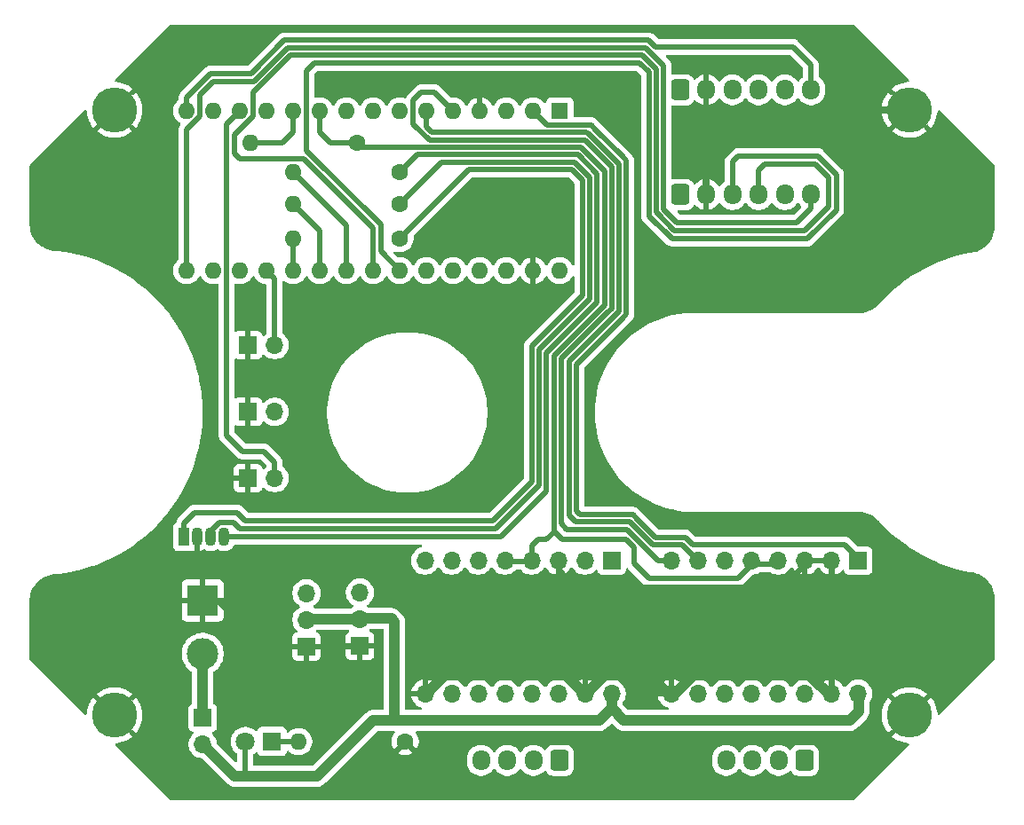
<source format=gbr>
%TF.GenerationSoftware,KiCad,Pcbnew,9.0.0*%
%TF.CreationDate,2025-03-23T18:07:52+01:00*%
%TF.ProjectId,Board_PAMI,426f6172-645f-4504-914d-492e6b696361,V2*%
%TF.SameCoordinates,Original*%
%TF.FileFunction,Copper,L1,Top*%
%TF.FilePolarity,Positive*%
%FSLAX46Y46*%
G04 Gerber Fmt 4.6, Leading zero omitted, Abs format (unit mm)*
G04 Created by KiCad (PCBNEW 9.0.0) date 2025-03-23 18:07:52*
%MOMM*%
%LPD*%
G01*
G04 APERTURE LIST*
G04 Aperture macros list*
%AMRoundRect*
0 Rectangle with rounded corners*
0 $1 Rounding radius*
0 $2 $3 $4 $5 $6 $7 $8 $9 X,Y pos of 4 corners*
0 Add a 4 corners polygon primitive as box body*
4,1,4,$2,$3,$4,$5,$6,$7,$8,$9,$2,$3,0*
0 Add four circle primitives for the rounded corners*
1,1,$1+$1,$2,$3*
1,1,$1+$1,$4,$5*
1,1,$1+$1,$6,$7*
1,1,$1+$1,$8,$9*
0 Add four rect primitives between the rounded corners*
20,1,$1+$1,$2,$3,$4,$5,0*
20,1,$1+$1,$4,$5,$6,$7,0*
20,1,$1+$1,$6,$7,$8,$9,0*
20,1,$1+$1,$8,$9,$2,$3,0*%
G04 Aperture macros list end*
%TA.AperFunction,ComponentPad*%
%ADD10RoundRect,0.250000X-0.600000X-0.725000X0.600000X-0.725000X0.600000X0.725000X-0.600000X0.725000X0*%
%TD*%
%TA.AperFunction,ComponentPad*%
%ADD11O,1.700000X1.950000*%
%TD*%
%TA.AperFunction,ComponentPad*%
%ADD12R,1.700000X1.700000*%
%TD*%
%TA.AperFunction,ComponentPad*%
%ADD13O,1.700000X1.700000*%
%TD*%
%TA.AperFunction,ComponentPad*%
%ADD14R,3.000000X3.000000*%
%TD*%
%TA.AperFunction,ComponentPad*%
%ADD15C,3.000000*%
%TD*%
%TA.AperFunction,ComponentPad*%
%ADD16O,1.070000X1.800000*%
%TD*%
%TA.AperFunction,ComponentPad*%
%ADD17R,1.070000X1.800000*%
%TD*%
%TA.AperFunction,ComponentPad*%
%ADD18RoundRect,0.250000X0.600000X0.725000X-0.600000X0.725000X-0.600000X-0.725000X0.600000X-0.725000X0*%
%TD*%
%TA.AperFunction,ComponentPad*%
%ADD19C,1.600000*%
%TD*%
%TA.AperFunction,ComponentPad*%
%ADD20O,1.600000X1.600000*%
%TD*%
%TA.AperFunction,ComponentPad*%
%ADD21R,1.800000X1.800000*%
%TD*%
%TA.AperFunction,ComponentPad*%
%ADD22C,1.800000*%
%TD*%
%TA.AperFunction,ComponentPad*%
%ADD23C,4.300000*%
%TD*%
%TA.AperFunction,ComponentPad*%
%ADD24R,1.600000X1.600000*%
%TD*%
%TA.AperFunction,Conductor*%
%ADD25C,0.500000*%
%TD*%
%TA.AperFunction,Conductor*%
%ADD26C,1.000000*%
%TD*%
%TA.AperFunction,Conductor*%
%ADD27C,0.700000*%
%TD*%
G04 APERTURE END LIST*
D10*
%TO.P,U3,1,VCC*%
%TO.N,VCC*%
X172500000Y-62000000D03*
D11*
%TO.P,U3,2,GND*%
%TO.N,GND*%
X175000000Y-62000000D03*
%TO.P,U3,3,SCL*%
%TO.N,SCL*%
X177500000Y-62000000D03*
%TO.P,U3,4,SDA*%
%TO.N,SDA*%
X180000000Y-62000000D03*
%TO.P,U3,5,GPIO1*%
%TO.N,unconnected-(U3-GPIO1-Pad5)*%
X182500000Y-62000000D03*
%TO.P,U3,6,XSHUT*%
%TO.N,XSHUT_1*%
X185000000Y-62000000D03*
%TD*%
D12*
%TO.P,BAU,1,1*%
%TO.N,GND*%
X131318000Y-92738000D03*
D13*
%TO.P,BAU,2,2*%
%TO.N,SW_BAU*%
X133858000Y-92738000D03*
%TD*%
D14*
%TO.P,J4,1,Pin_1*%
%TO.N,GND*%
X127000000Y-110744000D03*
D15*
%TO.P,J4,2,Pin_2*%
%TO.N,/6V*%
X127000000Y-115824000D03*
%TD*%
D12*
%TO.P,PWR_ON,1,A*%
%TO.N,/6V*%
X127000000Y-121920000D03*
D13*
%TO.P,PWR_ON,2,B*%
%TO.N,VM*%
X127000000Y-124460000D03*
%TD*%
D12*
%TO.P,TM,1,A*%
%TO.N,GND*%
X131318000Y-86360000D03*
D13*
%TO.P,TM,2,B*%
%TO.N,SW_TM*%
X133858000Y-86360000D03*
%TD*%
D12*
%TO.P,U1,1,EN*%
%TO.N,EN_STP_1*%
X189484000Y-106934000D03*
D13*
%TO.P,U1,2,MS1*%
%TO.N,GND*%
X186944000Y-106934000D03*
%TO.P,U1,3,MS2*%
X184404000Y-106934000D03*
%TO.P,U1,4,UART_RX*%
%TO.N,UART_RX*%
X181864000Y-106934000D03*
%TO.P,U1,5,UART_TX*%
X179324000Y-106934000D03*
%TO.P,U1,6,CLK*%
%TO.N,unconnected-(U1-CLK-Pad6)*%
X176784000Y-106934000D03*
%TO.P,U1,7,STEP*%
%TO.N,STEP_1*%
X174244000Y-106934000D03*
%TO.P,U1,8,DIR*%
%TO.N,DIR_1*%
X171704000Y-106934000D03*
%TO.P,U1,9,VM*%
%TO.N,VM*%
X189484000Y-119634000D03*
%TO.P,U1,10,GND*%
%TO.N,GND*%
X186944000Y-119634000D03*
%TO.P,U1,11,A2*%
%TO.N,Net-(J1-Pin_1)*%
X184404000Y-119634000D03*
%TO.P,U1,12,A1*%
%TO.N,Net-(J1-Pin_2)*%
X181864000Y-119634000D03*
%TO.P,U1,13,B1*%
%TO.N,Net-(J1-Pin_3)*%
X179324000Y-119634000D03*
%TO.P,U1,14,B2*%
%TO.N,Net-(J1-Pin_4)*%
X176784000Y-119634000D03*
%TO.P,U1,15,VCC*%
%TO.N,VCC*%
X174244000Y-119634000D03*
%TO.P,U1,16,GND*%
%TO.N,GND*%
X171704000Y-119634000D03*
%TD*%
D16*
%TO.P,D1,1,BA*%
%TO.N,Net-(D1-BA)*%
X129032000Y-104648000D03*
%TO.P,D1,2,GA*%
%TO.N,Net-(D1-GA)*%
X127762000Y-104648000D03*
%TO.P,D1,3,K*%
%TO.N,GND*%
X126492000Y-104648000D03*
D17*
%TO.P,D1,4,RA*%
%TO.N,Net-(D1-RA)*%
X125222000Y-104648000D03*
%TD*%
D18*
%TO.P,Stepper2,1,Pin_1*%
%TO.N,Net-(J2-Pin_1)*%
X161036000Y-126000000D03*
D11*
%TO.P,Stepper2,2,Pin_2*%
%TO.N,Net-(J2-Pin_2)*%
X158536000Y-126000000D03*
%TO.P,Stepper2,3,Pin_3*%
%TO.N,Net-(J2-Pin_3)*%
X156036000Y-126000000D03*
%TO.P,Stepper2,4,Pin_4*%
%TO.N,Net-(J2-Pin_4)*%
X153536000Y-126000000D03*
%TD*%
D19*
%TO.P,R1,1*%
%TO.N,UART_RX*%
X141732000Y-67056000D03*
D20*
%TO.P,R1,2*%
%TO.N,Net-(A1-D8)*%
X131572000Y-67056000D03*
%TD*%
D21*
%TO.P,PWR,1,K*%
%TO.N,Net-(D2-K)*%
X133604000Y-124206000D03*
D22*
%TO.P,PWR,2,A*%
%TO.N,VM*%
X131064000Y-124206000D03*
%TD*%
D18*
%TO.P,Stepper1,1,Pin_1*%
%TO.N,Net-(J1-Pin_1)*%
X184404000Y-126000000D03*
D11*
%TO.P,Stepper1,2,Pin_2*%
%TO.N,Net-(J1-Pin_2)*%
X181904000Y-126000000D03*
%TO.P,Stepper1,3,Pin_3*%
%TO.N,Net-(J1-Pin_3)*%
X179404000Y-126000000D03*
%TO.P,Stepper1,4,Pin_4*%
%TO.N,Net-(J1-Pin_4)*%
X176904000Y-126000000D03*
%TD*%
D12*
%TO.P,U2,1,EN*%
%TO.N,EN_STP_2*%
X165990000Y-106934000D03*
D13*
%TO.P,U2,2,MS1*%
%TO.N,VCC*%
X163450000Y-106934000D03*
%TO.P,U2,3,MS2*%
%TO.N,GND*%
X160910000Y-106934000D03*
%TO.P,U2,4,UART_RX*%
%TO.N,UART_RX*%
X158370000Y-106934000D03*
%TO.P,U2,5,UART_TX*%
X155830000Y-106934000D03*
%TO.P,U2,6,CLK*%
%TO.N,unconnected-(U2-CLK-Pad6)*%
X153290000Y-106934000D03*
%TO.P,U2,7,STEP*%
%TO.N,STEP_2*%
X150750000Y-106934000D03*
%TO.P,U2,8,DIR*%
%TO.N,DIR_2*%
X148210000Y-106934000D03*
%TO.P,U2,9,VM*%
%TO.N,VM*%
X165990000Y-119634000D03*
%TO.P,U2,10,GND*%
%TO.N,GND*%
X163450000Y-119634000D03*
%TO.P,U2,11,A2*%
%TO.N,Net-(J2-Pin_1)*%
X160910000Y-119634000D03*
%TO.P,U2,12,A1*%
%TO.N,Net-(J2-Pin_2)*%
X158370000Y-119634000D03*
%TO.P,U2,13,B1*%
%TO.N,Net-(J2-Pin_3)*%
X155830000Y-119634000D03*
%TO.P,U2,14,B2*%
%TO.N,Net-(J2-Pin_4)*%
X153290000Y-119634000D03*
%TO.P,U2,15,VCC*%
%TO.N,VCC*%
X150750000Y-119634000D03*
%TO.P,U2,16,GND*%
%TO.N,GND*%
X148210000Y-119634000D03*
%TD*%
D12*
%TO.P,Servo1,1,Pin_1*%
%TO.N,GND*%
X141986000Y-115062000D03*
D13*
%TO.P,Servo1,2,Pin_2*%
%TO.N,VM*%
X141986000Y-112522000D03*
%TO.P,Servo1,3,Pin_3*%
%TO.N,PWM_SERVO_1*%
X141986000Y-109982000D03*
%TD*%
D23*
%TO.P,H1,1,1*%
%TO.N,GND*%
X118600000Y-63910000D03*
%TD*%
%TO.P,H3,1,1*%
%TO.N,GND*%
X194400000Y-121700000D03*
%TD*%
D12*
%TO.P,Servo2,1,Pin_1*%
%TO.N,GND*%
X136892000Y-115124000D03*
D13*
%TO.P,Servo2,2,Pin_2*%
%TO.N,VM*%
X136892000Y-112584000D03*
%TO.P,Servo2,3,Pin_3*%
%TO.N,PWM_SERVO_2*%
X136892000Y-110044000D03*
%TD*%
D12*
%TO.P,TR,1,A*%
%TO.N,GND*%
X131318000Y-99060000D03*
D13*
%TO.P,TR,2,B*%
%TO.N,SW_TR*%
X133858000Y-99060000D03*
%TD*%
D19*
%TO.P,R2,1*%
%TO.N,GND*%
X146304000Y-124206000D03*
D20*
%TO.P,R2,2*%
%TO.N,Net-(D2-K)*%
X136144000Y-124206000D03*
%TD*%
D23*
%TO.P,H2,1,1*%
%TO.N,GND*%
X118600000Y-121700000D03*
%TD*%
D10*
%TO.P,U4,1,VCC*%
%TO.N,VCC*%
X172500000Y-72000000D03*
D11*
%TO.P,U4,2,GND*%
%TO.N,GND*%
X175000000Y-72000000D03*
%TO.P,U4,3,SCL*%
%TO.N,SCL*%
X177500000Y-72000000D03*
%TO.P,U4,4,SDA*%
%TO.N,SDA*%
X180000000Y-72000000D03*
%TO.P,U4,5,GPIO1*%
%TO.N,unconnected-(U4-GPIO1-Pad5)*%
X182500000Y-72000000D03*
%TO.P,U4,6,XSHUT*%
%TO.N,XSHUT_2*%
X185000000Y-72000000D03*
%TD*%
D24*
%TO.P,A1,1,D1/TX*%
%TO.N,EN_STP_2*%
X161036000Y-64008000D03*
D20*
%TO.P,A1,2,D0/RX*%
%TO.N,EN_STP_1*%
X158496000Y-64008000D03*
%TO.P,A1,3,~{RESET}*%
%TO.N,unconnected-(A1-~{RESET}-Pad3)*%
X155956000Y-64008000D03*
%TO.P,A1,4,GND*%
%TO.N,GND*%
X153416000Y-64008000D03*
%TO.P,A1,5,D2*%
%TO.N,DIR_1*%
X150876000Y-64008000D03*
%TO.P,A1,6,D3*%
%TO.N,STEP_1*%
X148336000Y-64008000D03*
%TO.P,A1,7,D4*%
%TO.N,DIR_2*%
X145796000Y-64008000D03*
%TO.P,A1,8,D5*%
%TO.N,STEP_2*%
X143256000Y-64008000D03*
%TO.P,A1,9,D6*%
%TO.N,PWM_SERVO_1*%
X140716000Y-64008000D03*
%TO.P,A1,10,D7*%
%TO.N,UART_RX*%
X138176000Y-64008000D03*
%TO.P,A1,11,D8*%
%TO.N,Net-(A1-D8)*%
X135636000Y-64008000D03*
%TO.P,A1,12,D9*%
%TO.N,PWM_SERVO_2*%
X133096000Y-64008000D03*
%TO.P,A1,13,D10*%
%TO.N,SW_TR*%
X130556000Y-64008000D03*
%TO.P,A1,14,D11*%
%TO.N,SW_BAU*%
X128016000Y-64008000D03*
%TO.P,A1,15,D12*%
%TO.N,XSHUT_1*%
X125476000Y-64008000D03*
%TO.P,A1,16,D13*%
%TO.N,XSHUT_2*%
X125476000Y-79248000D03*
%TO.P,A1,17,3V3*%
%TO.N,unconnected-(A1-3V3-Pad17)*%
X128016000Y-79248000D03*
%TO.P,A1,18,AREF*%
%TO.N,unconnected-(A1-AREF-Pad18)*%
X130556000Y-79248000D03*
%TO.P,A1,19,A0*%
%TO.N,SW_TM*%
X133096000Y-79248000D03*
%TO.P,A1,20,A1*%
%TO.N,LED_R*%
X135636000Y-79248000D03*
%TO.P,A1,21,A2*%
%TO.N,LED_G*%
X138176000Y-79248000D03*
%TO.P,A1,22,A3*%
%TO.N,LED_B*%
X140716000Y-79248000D03*
%TO.P,A1,23,A4*%
%TO.N,SDA*%
X143256000Y-79248000D03*
%TO.P,A1,24,A5*%
%TO.N,SCL*%
X145796000Y-79248000D03*
%TO.P,A1,25,A6*%
%TO.N,unconnected-(A1-A6-Pad25)*%
X148336000Y-79248000D03*
%TO.P,A1,26,A7*%
%TO.N,unconnected-(A1-A7-Pad26)*%
X150876000Y-79248000D03*
%TO.P,A1,27,+5V*%
%TO.N,VCC*%
X153416000Y-79248000D03*
%TO.P,A1,28,~{RESET}*%
%TO.N,unconnected-(A1-~{RESET}-Pad28)*%
X155956000Y-79248000D03*
%TO.P,A1,29,GND*%
%TO.N,GND*%
X158496000Y-79248000D03*
%TO.P,A1,30,VIN*%
%TO.N,VM*%
X161036000Y-79248000D03*
%TD*%
D23*
%TO.P,H4,1,1*%
%TO.N,GND*%
X194400000Y-63900000D03*
%TD*%
D19*
%TO.P,R4,1*%
%TO.N,Net-(D1-GA)*%
X145796000Y-72898000D03*
D20*
%TO.P,R4,2*%
%TO.N,LED_G*%
X135636000Y-72898000D03*
%TD*%
D19*
%TO.P,R3,1*%
%TO.N,Net-(D1-RA)*%
X145796000Y-76200000D03*
D20*
%TO.P,R3,2*%
%TO.N,LED_R*%
X135636000Y-76200000D03*
%TD*%
D19*
%TO.P,R5,1*%
%TO.N,Net-(D1-BA)*%
X145796000Y-69850000D03*
D20*
%TO.P,R5,2*%
%TO.N,LED_B*%
X135636000Y-69850000D03*
%TD*%
D25*
%TO.N,Net-(A1-D8)*%
X134620000Y-67056000D02*
X135636000Y-66040000D01*
X131572000Y-67056000D02*
X134620000Y-67056000D01*
X135636000Y-66040000D02*
X135636000Y-64008000D01*
%TO.N,SDA*%
X186690000Y-73152000D02*
X186690000Y-70358000D01*
X130048000Y-66294000D02*
X131845000Y-64497000D01*
X130048000Y-68072000D02*
X130048000Y-66294000D01*
X136652000Y-68580000D02*
X130556000Y-68580000D01*
X180000000Y-69682000D02*
X180000000Y-72000000D01*
X143256000Y-79248000D02*
X143256000Y-75184000D01*
X186690000Y-70358000D02*
X185420000Y-69088000D01*
X170241000Y-60005000D02*
X170241000Y-73696364D01*
X135382000Y-58674000D02*
X168910000Y-58674000D01*
X170307000Y-73787000D02*
X171958000Y-75438000D01*
X185420000Y-69088000D02*
X180594000Y-69088000D01*
X131845000Y-62211000D02*
X135382000Y-58674000D01*
X184404000Y-75438000D02*
X186690000Y-73152000D01*
X170241000Y-73696364D02*
X170307000Y-73762364D01*
X168910000Y-58674000D02*
X170241000Y-60005000D01*
X171958000Y-75438000D02*
X184404000Y-75438000D01*
X143256000Y-75184000D02*
X136652000Y-68580000D01*
X180594000Y-69088000D02*
X180000000Y-69682000D01*
X130556000Y-68580000D02*
X130048000Y-68072000D01*
X131845000Y-64497000D02*
X131845000Y-62211000D01*
X170307000Y-73762364D02*
X170307000Y-73787000D01*
%TO.N,SW_TR*%
X130556000Y-64008000D02*
X129267000Y-65297000D01*
X130810000Y-96520000D02*
X132842000Y-96520000D01*
X132842000Y-96520000D02*
X133858000Y-97536000D01*
X129267000Y-65297000D02*
X129267000Y-94977000D01*
X129267000Y-94977000D02*
X130810000Y-96520000D01*
X133858000Y-97536000D02*
X133858000Y-99060000D01*
%TO.N,STEP_1*%
X162555000Y-103246000D02*
X167712728Y-103246000D01*
X166700000Y-83137456D02*
X161925000Y-87912456D01*
X163739364Y-66101000D02*
X166700000Y-69061636D01*
X172720000Y-105410000D02*
X174244000Y-106934000D01*
X163576000Y-66040000D02*
X163637000Y-66101000D01*
X166700000Y-69061636D02*
X166700000Y-83137456D01*
X148844000Y-66040000D02*
X163576000Y-66040000D01*
X174290000Y-107300000D02*
X174290000Y-107234000D01*
X161925000Y-102616000D02*
X162555000Y-103246000D01*
X169876728Y-105410000D02*
X172720000Y-105410000D01*
X167712728Y-103246000D02*
X169876728Y-105410000D01*
X163637000Y-66101000D02*
X163739364Y-66101000D01*
X148336000Y-65532000D02*
X148844000Y-66040000D01*
X161925000Y-87912456D02*
X161925000Y-102616000D01*
X148336000Y-64008000D02*
X148336000Y-65532000D01*
%TO.N,LED_G*%
X138176000Y-75438000D02*
X138176000Y-79248000D01*
X135636000Y-72898000D02*
X138176000Y-75438000D01*
%TO.N,UART_RX*%
X168148000Y-105664000D02*
X167386000Y-104902000D01*
X179370000Y-107300000D02*
X178069000Y-108601000D01*
X160472000Y-104140000D02*
X160472000Y-87382728D01*
X181910000Y-107300000D02*
X179370000Y-107300000D01*
X159766000Y-104902000D02*
X159004000Y-104902000D01*
X178069000Y-108601000D02*
X169561000Y-108601000D01*
X138176000Y-66040000D02*
X138176000Y-64008000D01*
X167386000Y-104902000D02*
X161234000Y-104902000D01*
X142179000Y-67503000D02*
X141732000Y-67056000D01*
X163060092Y-67503000D02*
X142179000Y-67503000D01*
X158369000Y-105537000D02*
X158369000Y-106933000D01*
X141732000Y-67056000D02*
X139192000Y-67056000D01*
X160472000Y-104196000D02*
X159766000Y-104902000D01*
X168148000Y-107188000D02*
X168148000Y-105664000D01*
X169561000Y-108601000D02*
X168148000Y-107188000D01*
X160472000Y-104140000D02*
X160472000Y-104196000D01*
X160472000Y-87382728D02*
X165298000Y-82556728D01*
X139192000Y-67056000D02*
X138176000Y-66040000D01*
X155830000Y-107000000D02*
X158430000Y-107000000D01*
X165298000Y-82556728D02*
X165298000Y-69740908D01*
X161234000Y-104902000D02*
X160472000Y-104140000D01*
X159004000Y-104902000D02*
X158369000Y-105537000D01*
X165298000Y-69740908D02*
X163060092Y-67503000D01*
X158369000Y-106933000D02*
X158370000Y-106934000D01*
%TO.N,LED_B*%
X135636000Y-69850000D02*
X140716000Y-74930000D01*
X140716000Y-74930000D02*
X140716000Y-79248000D01*
%TO.N,VM*%
X131064000Y-124206000D02*
X131064000Y-127508000D01*
D26*
X137922000Y-127508000D02*
X143256000Y-122174000D01*
X141986000Y-112522000D02*
X136954000Y-112522000D01*
X145034000Y-122174000D02*
X164846000Y-122174000D01*
X127000000Y-124460000D02*
X130048000Y-127508000D01*
X130048000Y-127508000D02*
X131064000Y-127508000D01*
X142000000Y-112460000D02*
X144972000Y-112460000D01*
X167132000Y-122174000D02*
X188722000Y-122174000D01*
X165990000Y-121032000D02*
X167132000Y-122174000D01*
X145288000Y-121920000D02*
X145034000Y-122174000D01*
X145288000Y-112776000D02*
X145288000Y-121920000D01*
X188722000Y-122174000D02*
X189530000Y-121366000D01*
X165990000Y-119700000D02*
X165990000Y-121032000D01*
X164846000Y-122174000D02*
X165990000Y-121030000D01*
X143256000Y-122174000D02*
X145034000Y-122174000D01*
X136954000Y-112522000D02*
X136892000Y-112584000D01*
X189530000Y-121366000D02*
X189530000Y-120000000D01*
X165990000Y-121030000D02*
X165990000Y-119700000D01*
X131064000Y-127508000D02*
X137922000Y-127508000D01*
X144972000Y-112460000D02*
X145288000Y-112776000D01*
%TO.N,GND*%
X169606000Y-117856000D02*
X171710500Y-119960500D01*
D25*
X162560000Y-109474000D02*
X160910000Y-107824000D01*
X128400000Y-110744000D02*
X127000000Y-110744000D01*
D26*
X163450000Y-119700000D02*
X165294000Y-117856000D01*
X161606000Y-117856000D02*
X163450000Y-119700000D01*
D25*
X184450000Y-107300000D02*
X182276000Y-109474000D01*
X182276000Y-109474000D02*
X162560000Y-109474000D01*
X131318000Y-86360000D02*
X131318000Y-92738000D01*
D26*
X184846000Y-117856000D02*
X186990000Y-120000000D01*
D25*
X136892000Y-115124000D02*
X136700000Y-115316000D01*
X136892000Y-115124000D02*
X141924000Y-115124000D01*
D26*
X165294000Y-117856000D02*
X169606000Y-117856000D01*
D25*
X132780000Y-115124000D02*
X128400000Y-110744000D01*
D26*
X173815000Y-117856000D02*
X184846000Y-117856000D01*
X171710500Y-119960500D02*
X173815000Y-117856000D01*
D25*
X141924000Y-115124000D02*
X141986000Y-115062000D01*
X136892000Y-115124000D02*
X132780000Y-115124000D01*
D26*
X148210000Y-119700000D02*
X150054000Y-117856000D01*
D25*
X160910000Y-107824000D02*
X160910000Y-107000000D01*
D26*
X150054000Y-117856000D02*
X161606000Y-117856000D01*
D27*
X194400000Y-63900000D02*
X177400000Y-63900000D01*
X177400000Y-63900000D02*
X175000000Y-66300000D01*
D25*
X186990000Y-107300000D02*
X186990000Y-120000000D01*
D27*
X175000000Y-66300000D02*
X175000000Y-72000000D01*
D25*
%TO.N,LED_R*%
X135636000Y-76200000D02*
X135636000Y-79248000D01*
%TO.N,DIR_1*%
X161173000Y-87673092D02*
X165588364Y-83257728D01*
X161173000Y-103388000D02*
X161173000Y-87673092D01*
X165989000Y-69440544D02*
X165989000Y-69342000D01*
X165999000Y-82266364D02*
X165999000Y-70031272D01*
X163350456Y-66802000D02*
X162769728Y-66802000D01*
X147828000Y-62230000D02*
X149098000Y-62230000D01*
X167676364Y-104201000D02*
X167422364Y-103947000D01*
X162769728Y-66802000D02*
X148614636Y-66802000D01*
X147085000Y-62973000D02*
X147828000Y-62230000D01*
X165989000Y-69342000D02*
X163449000Y-66802000D01*
X149098000Y-62230000D02*
X150876000Y-64008000D01*
X148614636Y-66802000D02*
X147085000Y-65272364D01*
X163449000Y-66802000D02*
X163350456Y-66802000D01*
X165999000Y-82847092D02*
X165999000Y-82266364D01*
X168087000Y-104611636D02*
X167676364Y-104201000D01*
X165999000Y-70031272D02*
X165999000Y-69450544D01*
X147085000Y-65272364D02*
X147085000Y-62973000D01*
X170409364Y-106934000D02*
X168849000Y-105373636D01*
X165989000Y-82857092D02*
X165999000Y-82847092D01*
X165999000Y-69450544D02*
X165989000Y-69440544D01*
X171704000Y-106934000D02*
X170409364Y-106934000D01*
X167422364Y-103947000D02*
X161732000Y-103947000D01*
X168438364Y-104963000D02*
X168087000Y-104611636D01*
X165588364Y-83257728D02*
X165989000Y-82857092D01*
X168849000Y-105373636D02*
X168438364Y-104963000D01*
X161732000Y-103947000D02*
X161173000Y-103388000D01*
%TO.N,EN_STP_1*%
X167422364Y-102545000D02*
X162997000Y-102545000D01*
X167401000Y-82847092D02*
X167401000Y-69352000D01*
X168413728Y-102955636D02*
X168003092Y-102545000D01*
X162626000Y-102174000D02*
X162626000Y-88202820D01*
X167401000Y-83427820D02*
X167401000Y-82847092D01*
X173711364Y-105410000D02*
X173421000Y-105119636D01*
X163866364Y-65339000D02*
X163285636Y-65339000D01*
X166990364Y-68360636D02*
X164440364Y-65810636D01*
X173421000Y-105119636D02*
X173010364Y-104709000D01*
X163968728Y-65339000D02*
X163866364Y-65339000D01*
X163285636Y-65339000D02*
X159827000Y-65339000D01*
X159827000Y-65339000D02*
X158496000Y-64008000D01*
X162997000Y-102545000D02*
X162626000Y-102174000D01*
X172429636Y-104709000D02*
X170167092Y-104709000D01*
X170167092Y-104709000D02*
X168413728Y-102955636D01*
X167386000Y-68756272D02*
X166990364Y-68360636D01*
X164029728Y-65400000D02*
X163968728Y-65339000D01*
X168003092Y-102545000D02*
X167422364Y-102545000D01*
X189484000Y-106934000D02*
X189484000Y-106680000D01*
X189484000Y-106680000D02*
X188214000Y-105410000D01*
X164440364Y-65810636D02*
X164029728Y-65400000D01*
X173010364Y-104709000D02*
X172429636Y-104709000D01*
X166990364Y-83838456D02*
X167386000Y-83442820D01*
X162626000Y-88202820D02*
X166990364Y-83838456D01*
X188214000Y-105410000D02*
X173711364Y-105410000D01*
X167401000Y-69352000D02*
X167401000Y-68771272D01*
X167386000Y-83442820D02*
X167401000Y-83427820D01*
X167401000Y-68771272D02*
X167386000Y-68756272D01*
%TO.N,XSHUT_1*%
X127762000Y-60452000D02*
X125476000Y-62738000D01*
X185000000Y-62000000D02*
X185000000Y-59651000D01*
X170130728Y-57912000D02*
X169490728Y-57272000D01*
X131621272Y-60452000D02*
X127762000Y-60452000D01*
X125476000Y-62738000D02*
X125476000Y-64008000D01*
X169490728Y-57272000D02*
X134801272Y-57272000D01*
X183261000Y-57912000D02*
X170130728Y-57912000D01*
X185000000Y-59651000D02*
X183261000Y-57912000D01*
X134801272Y-57272000D02*
X131621272Y-60452000D01*
%TO.N,XSHUT_2*%
X170942000Y-59702318D02*
X170942000Y-73406000D01*
X169840364Y-58613000D02*
X169852682Y-58613000D01*
X185000000Y-73318000D02*
X185000000Y-72000000D01*
X169852682Y-58613000D02*
X170942000Y-59702318D01*
X126746000Y-62484000D02*
X128016000Y-61214000D01*
X183642000Y-74676000D02*
X185000000Y-73318000D01*
X125476000Y-65786000D02*
X126746000Y-64516000D01*
X172212000Y-74676000D02*
X183642000Y-74676000D01*
X135091636Y-57973000D02*
X169200364Y-57973000D01*
X170942000Y-73406000D02*
X172212000Y-74676000D01*
X126746000Y-64516000D02*
X126746000Y-62484000D01*
X128016000Y-61214000D02*
X131850636Y-61214000D01*
X169200364Y-57973000D02*
X169840364Y-58613000D01*
X125476000Y-79248000D02*
X125476000Y-65786000D01*
X131850636Y-61214000D02*
X135091636Y-57973000D01*
%TO.N,SCL*%
X187391000Y-70648364D02*
X187391000Y-70067636D01*
X136906000Y-60198000D02*
X137668000Y-59436000D01*
X137668000Y-59436000D02*
X168656000Y-59436000D01*
X187391000Y-73467000D02*
X187391000Y-73442364D01*
X169545000Y-74016364D02*
X169606000Y-74077364D01*
X185649364Y-68326000D02*
X178054000Y-68326000D01*
X136906000Y-67818000D02*
X136906000Y-60198000D01*
X143957000Y-75474364D02*
X143957000Y-74893636D01*
X171728636Y-76200000D02*
X184658000Y-76200000D01*
X186121000Y-68797636D02*
X185710364Y-68387000D01*
X187391000Y-72861636D02*
X187391000Y-70648364D01*
X177500000Y-68880000D02*
X177500000Y-72000000D01*
X184658000Y-76200000D02*
X187391000Y-73467000D01*
X145796000Y-79248000D02*
X143957000Y-77409000D01*
X185710364Y-68387000D02*
X185649364Y-68326000D01*
X171257000Y-75728364D02*
X171667636Y-76139000D01*
X169545000Y-73991728D02*
X169545000Y-74016364D01*
X168656000Y-59436000D02*
X169540000Y-60320000D01*
X169540000Y-72825272D02*
X169540000Y-73406000D01*
X143957000Y-74893636D02*
X143957000Y-74869000D01*
X170016636Y-74488000D02*
X171257000Y-75728364D01*
X171667636Y-76139000D02*
X171728636Y-76200000D01*
X169606000Y-74077364D02*
X170016636Y-74488000D01*
X186980364Y-69657000D02*
X186121000Y-68797636D01*
X143957000Y-74869000D02*
X136906000Y-67818000D01*
X178054000Y-68326000D02*
X177500000Y-68880000D01*
X143957000Y-77409000D02*
X143957000Y-75474364D01*
X169540000Y-73986728D02*
X169545000Y-73991728D01*
X169540000Y-60320000D02*
X169540000Y-72825272D01*
X187391000Y-73442364D02*
X187391000Y-72861636D01*
X187391000Y-70067636D02*
X186980364Y-69657000D01*
X169540000Y-73406000D02*
X169540000Y-73986728D01*
%TO.N,SW_TM*%
X133858000Y-80010000D02*
X133096000Y-79248000D01*
X133858000Y-86360000D02*
X133858000Y-80010000D01*
%TO.N,Net-(D1-BA)*%
X164597000Y-70031272D02*
X162769728Y-68204000D01*
X159766000Y-100026728D02*
X159771000Y-100021728D01*
X155438000Y-104648000D02*
X159766000Y-100320000D01*
X162769728Y-68204000D02*
X147442000Y-68204000D01*
X159766000Y-100320000D02*
X159766000Y-100026728D01*
X147442000Y-68204000D02*
X145796000Y-69850000D01*
X129032000Y-104648000D02*
X155438000Y-104648000D01*
X164597000Y-82266364D02*
X164597000Y-70031272D01*
X159771000Y-100021728D02*
X159771000Y-87092364D01*
X159771000Y-87092364D02*
X164597000Y-82266364D01*
%TO.N,Net-(D1-GA)*%
X159070000Y-99150636D02*
X159070000Y-86802000D01*
X130556000Y-103886000D02*
X154940000Y-103886000D01*
X163830000Y-70255636D02*
X163485364Y-69911000D01*
X163896000Y-81370636D02*
X163896000Y-71888364D01*
X127762000Y-104158585D02*
X128623585Y-103297000D01*
X163896000Y-70902364D02*
X163896000Y-70321636D01*
X159004000Y-99822000D02*
X159004000Y-99797364D01*
X162479364Y-68905000D02*
X161898636Y-68905000D01*
X159004000Y-99797364D02*
X159070000Y-99731364D01*
X152680364Y-68905000D02*
X152099636Y-68905000D01*
X129967000Y-103297000D02*
X130556000Y-103886000D01*
X128623585Y-103297000D02*
X129967000Y-103297000D01*
X127762000Y-104648000D02*
X127762000Y-104158585D01*
X163896000Y-81951364D02*
X163896000Y-81370636D01*
X159070000Y-86802000D02*
X163896000Y-81976000D01*
X159070000Y-99731364D02*
X159070000Y-99150636D01*
X163896000Y-71888364D02*
X163896000Y-70902364D01*
X163485364Y-69911000D02*
X162890000Y-69315636D01*
X163896000Y-81976000D02*
X163896000Y-81951364D01*
X152099636Y-68905000D02*
X149789000Y-68905000D01*
X162890000Y-69315636D02*
X162479364Y-68905000D01*
X149789000Y-68905000D02*
X145796000Y-72898000D01*
X163896000Y-70321636D02*
X163830000Y-70255636D01*
X161898636Y-68905000D02*
X152680364Y-68905000D01*
X154940000Y-103886000D02*
X159004000Y-99822000D01*
%TO.N,Net-(D1-RA)*%
X163195000Y-70612000D02*
X163195000Y-81661000D01*
X125222000Y-103378000D02*
X125222000Y-104648000D01*
X130302000Y-102362000D02*
X126238000Y-102362000D01*
X154686000Y-103124000D02*
X131064000Y-103124000D01*
X163195000Y-81661000D02*
X158369000Y-86487000D01*
X152390000Y-69606000D02*
X162189000Y-69606000D01*
X158369000Y-99441000D02*
X154686000Y-103124000D01*
X126238000Y-102362000D02*
X125222000Y-103378000D01*
X131064000Y-103124000D02*
X130302000Y-102362000D01*
X158369000Y-86487000D02*
X158369000Y-99441000D01*
X162189000Y-69606000D02*
X163195000Y-70612000D01*
X145796000Y-76200000D02*
X152390000Y-69606000D01*
%TO.N,Net-(D2-K)*%
X133604000Y-124206000D02*
X136144000Y-124206000D01*
D26*
%TO.N,/6V*%
X127000000Y-115824000D02*
X127000000Y-121920000D01*
%TD*%
%TA.AperFunction,Conductor*%
%TO.N,GND*%
G36*
X186478075Y-106741007D02*
G01*
X186444000Y-106868174D01*
X186444000Y-106999826D01*
X186478075Y-107126993D01*
X186510988Y-107184000D01*
X184837012Y-107184000D01*
X184869925Y-107126993D01*
X184904000Y-106999826D01*
X184904000Y-106868174D01*
X184869925Y-106741007D01*
X184837012Y-106684000D01*
X186510988Y-106684000D01*
X186478075Y-106741007D01*
G37*
%TD.AperFunction*%
%TA.AperFunction,Conductor*%
G36*
X131897445Y-79791865D02*
G01*
X131936485Y-79836919D01*
X131983715Y-79929614D01*
X132104028Y-80095213D01*
X132248786Y-80239971D01*
X132403463Y-80352348D01*
X132414390Y-80360287D01*
X132530607Y-80419503D01*
X132596776Y-80453218D01*
X132596778Y-80453218D01*
X132596781Y-80453220D01*
X132701137Y-80487127D01*
X132791465Y-80516477D01*
X132895012Y-80532877D01*
X132993648Y-80548500D01*
X132993649Y-80548500D01*
X132998460Y-80549262D01*
X132998280Y-80550394D01*
X133058511Y-80573345D01*
X133099986Y-80629574D01*
X133107500Y-80672084D01*
X133107500Y-85172779D01*
X133087815Y-85239818D01*
X133056385Y-85273097D01*
X132978211Y-85329893D01*
X132864285Y-85443819D01*
X132802962Y-85477303D01*
X132733270Y-85472319D01*
X132677337Y-85430447D01*
X132660422Y-85399470D01*
X132611354Y-85267913D01*
X132611350Y-85267906D01*
X132525190Y-85152812D01*
X132525187Y-85152809D01*
X132410093Y-85066649D01*
X132410086Y-85066645D01*
X132275379Y-85016403D01*
X132275372Y-85016401D01*
X132215844Y-85010000D01*
X131568000Y-85010000D01*
X131568000Y-85926988D01*
X131510993Y-85894075D01*
X131383826Y-85860000D01*
X131252174Y-85860000D01*
X131125007Y-85894075D01*
X131068000Y-85926988D01*
X131068000Y-85010000D01*
X130420155Y-85010000D01*
X130360627Y-85016401D01*
X130360620Y-85016403D01*
X130225913Y-85066645D01*
X130225906Y-85066649D01*
X130215811Y-85074207D01*
X130150347Y-85098625D01*
X130082074Y-85083774D01*
X130032668Y-85034369D01*
X130017500Y-84974941D01*
X130017500Y-80611128D01*
X130037185Y-80544089D01*
X130089989Y-80498334D01*
X130159147Y-80488390D01*
X130179813Y-80493195D01*
X130211675Y-80503548D01*
X130251465Y-80516477D01*
X130352557Y-80532488D01*
X130453648Y-80548500D01*
X130453649Y-80548500D01*
X130658351Y-80548500D01*
X130658352Y-80548500D01*
X130860534Y-80516477D01*
X131055219Y-80453220D01*
X131237610Y-80360287D01*
X131340809Y-80285309D01*
X131403213Y-80239971D01*
X131403215Y-80239968D01*
X131403219Y-80239966D01*
X131547966Y-80095219D01*
X131547968Y-80095215D01*
X131547971Y-80095213D01*
X131668284Y-79929614D01*
X131668286Y-79929611D01*
X131668287Y-79929610D01*
X131715516Y-79836917D01*
X131763489Y-79786123D01*
X131831310Y-79769328D01*
X131897445Y-79791865D01*
G37*
%TD.AperFunction*%
%TA.AperFunction,Conductor*%
G36*
X161893809Y-70376185D02*
G01*
X161914451Y-70392819D01*
X162408181Y-70886549D01*
X162441666Y-70947872D01*
X162444500Y-70974230D01*
X162444500Y-78631242D01*
X162424815Y-78698281D01*
X162372011Y-78744036D01*
X162302853Y-78753980D01*
X162239297Y-78724955D01*
X162210015Y-78687537D01*
X162181331Y-78631242D01*
X162148287Y-78566390D01*
X162135025Y-78548136D01*
X162027971Y-78400786D01*
X161883213Y-78256028D01*
X161717613Y-78135715D01*
X161717612Y-78135714D01*
X161717610Y-78135713D01*
X161629709Y-78090925D01*
X161535223Y-78042781D01*
X161340534Y-77979522D01*
X161165995Y-77951878D01*
X161138352Y-77947500D01*
X160933648Y-77947500D01*
X160909329Y-77951351D01*
X160731465Y-77979522D01*
X160536776Y-78042781D01*
X160354386Y-78135715D01*
X160188786Y-78256028D01*
X160044028Y-78400786D01*
X159923713Y-78566388D01*
X159876203Y-78659630D01*
X159828228Y-78710426D01*
X159760407Y-78727220D01*
X159694272Y-78704682D01*
X159655234Y-78659628D01*
X159607861Y-78566652D01*
X159487582Y-78401105D01*
X159487582Y-78401104D01*
X159342895Y-78256417D01*
X159177349Y-78136140D01*
X158995029Y-78043244D01*
X158800413Y-77980009D01*
X158746000Y-77971390D01*
X158746000Y-78814988D01*
X158688993Y-78782075D01*
X158561826Y-78748000D01*
X158430174Y-78748000D01*
X158303007Y-78782075D01*
X158246000Y-78814988D01*
X158246000Y-77971390D01*
X158191586Y-77980009D01*
X157996970Y-78043244D01*
X157814650Y-78136140D01*
X157649105Y-78256417D01*
X157649104Y-78256417D01*
X157504417Y-78401104D01*
X157504417Y-78401105D01*
X157384140Y-78566650D01*
X157336765Y-78659629D01*
X157288790Y-78710425D01*
X157220969Y-78727220D01*
X157154834Y-78704682D01*
X157115795Y-78659629D01*
X157101331Y-78631242D01*
X157068287Y-78566390D01*
X157055025Y-78548136D01*
X156947971Y-78400786D01*
X156803213Y-78256028D01*
X156637613Y-78135715D01*
X156637612Y-78135714D01*
X156637610Y-78135713D01*
X156549709Y-78090925D01*
X156455223Y-78042781D01*
X156260534Y-77979522D01*
X156085995Y-77951878D01*
X156058352Y-77947500D01*
X155853648Y-77947500D01*
X155829329Y-77951351D01*
X155651465Y-77979522D01*
X155456776Y-78042781D01*
X155274386Y-78135715D01*
X155108786Y-78256028D01*
X154964028Y-78400786D01*
X154843715Y-78566386D01*
X154796485Y-78659080D01*
X154748510Y-78709876D01*
X154680689Y-78726671D01*
X154614554Y-78704134D01*
X154575515Y-78659080D01*
X154561331Y-78631242D01*
X154528287Y-78566390D01*
X154515025Y-78548136D01*
X154407971Y-78400786D01*
X154263213Y-78256028D01*
X154097613Y-78135715D01*
X154097612Y-78135714D01*
X154097610Y-78135713D01*
X154009709Y-78090925D01*
X153915223Y-78042781D01*
X153720534Y-77979522D01*
X153545995Y-77951878D01*
X153518352Y-77947500D01*
X153313648Y-77947500D01*
X153289329Y-77951351D01*
X153111465Y-77979522D01*
X152916776Y-78042781D01*
X152734386Y-78135715D01*
X152568786Y-78256028D01*
X152424028Y-78400786D01*
X152303715Y-78566386D01*
X152256485Y-78659080D01*
X152208510Y-78709876D01*
X152140689Y-78726671D01*
X152074554Y-78704134D01*
X152035515Y-78659080D01*
X152021331Y-78631242D01*
X151988287Y-78566390D01*
X151975025Y-78548136D01*
X151867971Y-78400786D01*
X151723213Y-78256028D01*
X151557613Y-78135715D01*
X151557612Y-78135714D01*
X151557610Y-78135713D01*
X151469709Y-78090925D01*
X151375223Y-78042781D01*
X151180534Y-77979522D01*
X151005995Y-77951878D01*
X150978352Y-77947500D01*
X150773648Y-77947500D01*
X150749329Y-77951351D01*
X150571465Y-77979522D01*
X150376776Y-78042781D01*
X150194386Y-78135715D01*
X150028786Y-78256028D01*
X149884028Y-78400786D01*
X149763715Y-78566386D01*
X149716485Y-78659080D01*
X149668510Y-78709876D01*
X149600689Y-78726671D01*
X149534554Y-78704134D01*
X149495515Y-78659080D01*
X149481331Y-78631242D01*
X149448287Y-78566390D01*
X149435025Y-78548136D01*
X149327971Y-78400786D01*
X149183213Y-78256028D01*
X149017613Y-78135715D01*
X149017612Y-78135714D01*
X149017610Y-78135713D01*
X148929709Y-78090925D01*
X148835223Y-78042781D01*
X148640534Y-77979522D01*
X148465995Y-77951878D01*
X148438352Y-77947500D01*
X148233648Y-77947500D01*
X148209329Y-77951351D01*
X148031465Y-77979522D01*
X147836776Y-78042781D01*
X147654386Y-78135715D01*
X147488786Y-78256028D01*
X147344028Y-78400786D01*
X147223715Y-78566386D01*
X147176485Y-78659080D01*
X147128510Y-78709876D01*
X147060689Y-78726671D01*
X146994554Y-78704134D01*
X146955515Y-78659080D01*
X146941331Y-78631242D01*
X146908287Y-78566390D01*
X146895025Y-78548136D01*
X146787971Y-78400786D01*
X146643213Y-78256028D01*
X146477613Y-78135715D01*
X146477612Y-78135714D01*
X146477610Y-78135713D01*
X146389709Y-78090925D01*
X146295223Y-78042781D01*
X146100534Y-77979522D01*
X145925995Y-77951878D01*
X145898352Y-77947500D01*
X145693648Y-77947500D01*
X145637972Y-77956318D01*
X145568679Y-77947363D01*
X145530894Y-77921526D01*
X145243985Y-77634617D01*
X145210500Y-77573294D01*
X145215484Y-77503602D01*
X145257356Y-77447669D01*
X145322820Y-77423252D01*
X145369982Y-77429004D01*
X145427426Y-77447669D01*
X145491465Y-77468477D01*
X145525995Y-77473946D01*
X145693648Y-77500500D01*
X145693649Y-77500500D01*
X145898351Y-77500500D01*
X145898352Y-77500500D01*
X146100534Y-77468477D01*
X146295219Y-77405220D01*
X146477610Y-77312287D01*
X146603516Y-77220812D01*
X146643213Y-77191971D01*
X146643215Y-77191968D01*
X146643219Y-77191966D01*
X146787966Y-77047219D01*
X146787968Y-77047215D01*
X146787971Y-77047213D01*
X146858236Y-76950500D01*
X146908287Y-76881610D01*
X147001220Y-76699219D01*
X147064477Y-76504534D01*
X147096500Y-76302352D01*
X147096500Y-76097648D01*
X147087681Y-76041971D01*
X147096635Y-75972679D01*
X147122470Y-75934895D01*
X152664548Y-70392819D01*
X152725871Y-70359334D01*
X152752229Y-70356500D01*
X161826770Y-70356500D01*
X161893809Y-70376185D01*
G37*
%TD.AperFunction*%
%TA.AperFunction,Conductor*%
G36*
X175250000Y-73452230D02*
G01*
X175316126Y-73441757D01*
X175316129Y-73441757D01*
X175518217Y-73376095D01*
X175707557Y-73279620D01*
X175879459Y-73154727D01*
X175879464Y-73154723D01*
X176029721Y-73004466D01*
X176149371Y-72839781D01*
X176204701Y-72797115D01*
X176274314Y-72791136D01*
X176336110Y-72823741D01*
X176350008Y-72839781D01*
X176469890Y-73004785D01*
X176469894Y-73004790D01*
X176620213Y-73155109D01*
X176792179Y-73280048D01*
X176792181Y-73280049D01*
X176792184Y-73280051D01*
X176981588Y-73376557D01*
X177183757Y-73442246D01*
X177393713Y-73475500D01*
X177393714Y-73475500D01*
X177606286Y-73475500D01*
X177606287Y-73475500D01*
X177816243Y-73442246D01*
X178018412Y-73376557D01*
X178207816Y-73280051D01*
X178314510Y-73202534D01*
X178379786Y-73155109D01*
X178379788Y-73155106D01*
X178379792Y-73155104D01*
X178530104Y-73004792D01*
X178649683Y-72840204D01*
X178705011Y-72797540D01*
X178774624Y-72791561D01*
X178836420Y-72824166D01*
X178850313Y-72840199D01*
X178952242Y-72980493D01*
X178969896Y-73004792D01*
X179120213Y-73155109D01*
X179292179Y-73280048D01*
X179292181Y-73280049D01*
X179292184Y-73280051D01*
X179481588Y-73376557D01*
X179683757Y-73442246D01*
X179893713Y-73475500D01*
X179893714Y-73475500D01*
X180106286Y-73475500D01*
X180106287Y-73475500D01*
X180316243Y-73442246D01*
X180518412Y-73376557D01*
X180707816Y-73280051D01*
X180814510Y-73202534D01*
X180879786Y-73155109D01*
X180879788Y-73155106D01*
X180879792Y-73155104D01*
X181030104Y-73004792D01*
X181149683Y-72840204D01*
X181205011Y-72797540D01*
X181274624Y-72791561D01*
X181336420Y-72824166D01*
X181350313Y-72840199D01*
X181452242Y-72980493D01*
X181469896Y-73004792D01*
X181620213Y-73155109D01*
X181792179Y-73280048D01*
X181792181Y-73280049D01*
X181792184Y-73280051D01*
X181981588Y-73376557D01*
X182183757Y-73442246D01*
X182393713Y-73475500D01*
X182393714Y-73475500D01*
X182606286Y-73475500D01*
X182606287Y-73475500D01*
X182816243Y-73442246D01*
X183018412Y-73376557D01*
X183207816Y-73280051D01*
X183314510Y-73202534D01*
X183379786Y-73155109D01*
X183379788Y-73155106D01*
X183379792Y-73155104D01*
X183530104Y-73004792D01*
X183649683Y-72840204D01*
X183705011Y-72797540D01*
X183774624Y-72791561D01*
X183836420Y-72824166D01*
X183850313Y-72840199D01*
X183952242Y-72980493D01*
X183969896Y-73004792D01*
X184023187Y-73058083D01*
X184056672Y-73119406D01*
X184051688Y-73189098D01*
X184023187Y-73233445D01*
X183367451Y-73889181D01*
X183306128Y-73922666D01*
X183279770Y-73925500D01*
X172574229Y-73925500D01*
X172507190Y-73905815D01*
X172486548Y-73889181D01*
X172284548Y-73687180D01*
X172251063Y-73625857D01*
X172256047Y-73556165D01*
X172297919Y-73500232D01*
X172363383Y-73475815D01*
X172372229Y-73475499D01*
X173150002Y-73475499D01*
X173150008Y-73475499D01*
X173252797Y-73464999D01*
X173419334Y-73409814D01*
X173568656Y-73317712D01*
X173692712Y-73193656D01*
X173784814Y-73044334D01*
X173784814Y-73044331D01*
X173788448Y-73038441D01*
X173840395Y-72991716D01*
X173909358Y-72980493D01*
X173973440Y-73008336D01*
X173981668Y-73015856D01*
X174120535Y-73154723D01*
X174120540Y-73154727D01*
X174292442Y-73279620D01*
X174481782Y-73376095D01*
X174683871Y-73441757D01*
X174750000Y-73452231D01*
X174750000Y-72404145D01*
X174816657Y-72442630D01*
X174937465Y-72475000D01*
X175062535Y-72475000D01*
X175183343Y-72442630D01*
X175250000Y-72404145D01*
X175250000Y-73452230D01*
G37*
%TD.AperFunction*%
%TA.AperFunction,Conductor*%
G36*
X182965809Y-58682185D02*
G01*
X182986451Y-58698819D01*
X184213181Y-59925548D01*
X184246666Y-59986871D01*
X184249500Y-60013229D01*
X184249500Y-60687779D01*
X184229815Y-60754818D01*
X184198385Y-60788097D01*
X184120211Y-60844893D01*
X184120205Y-60844898D01*
X183969894Y-60995209D01*
X183969890Y-60995214D01*
X183850318Y-61159793D01*
X183794989Y-61202459D01*
X183725375Y-61208438D01*
X183663580Y-61175833D01*
X183649682Y-61159793D01*
X183530109Y-60995214D01*
X183530105Y-60995209D01*
X183379786Y-60844890D01*
X183207820Y-60719951D01*
X183018414Y-60623444D01*
X183018413Y-60623443D01*
X183018412Y-60623443D01*
X182816243Y-60557754D01*
X182816241Y-60557753D01*
X182816240Y-60557753D01*
X182619760Y-60526634D01*
X182606287Y-60524500D01*
X182393713Y-60524500D01*
X182380240Y-60526634D01*
X182183760Y-60557753D01*
X181981585Y-60623444D01*
X181792179Y-60719951D01*
X181620213Y-60844890D01*
X181469894Y-60995209D01*
X181469890Y-60995214D01*
X181350318Y-61159793D01*
X181294989Y-61202459D01*
X181225375Y-61208438D01*
X181163580Y-61175833D01*
X181149682Y-61159793D01*
X181030109Y-60995214D01*
X181030105Y-60995209D01*
X180879786Y-60844890D01*
X180707820Y-60719951D01*
X180518414Y-60623444D01*
X180518413Y-60623443D01*
X180518412Y-60623443D01*
X180316243Y-60557754D01*
X180316241Y-60557753D01*
X180316240Y-60557753D01*
X180119760Y-60526634D01*
X180106287Y-60524500D01*
X179893713Y-60524500D01*
X179880240Y-60526634D01*
X179683760Y-60557753D01*
X179481585Y-60623444D01*
X179292179Y-60719951D01*
X179120213Y-60844890D01*
X178969894Y-60995209D01*
X178969890Y-60995214D01*
X178850318Y-61159793D01*
X178794989Y-61202459D01*
X178725375Y-61208438D01*
X178663580Y-61175833D01*
X178649682Y-61159793D01*
X178530109Y-60995214D01*
X178530105Y-60995209D01*
X178379786Y-60844890D01*
X178207820Y-60719951D01*
X178018414Y-60623444D01*
X178018413Y-60623443D01*
X178018412Y-60623443D01*
X177816243Y-60557754D01*
X177816241Y-60557753D01*
X177816240Y-60557753D01*
X177619760Y-60526634D01*
X177606287Y-60524500D01*
X177393713Y-60524500D01*
X177380240Y-60526634D01*
X177183760Y-60557753D01*
X176981585Y-60623444D01*
X176792179Y-60719951D01*
X176620213Y-60844890D01*
X176469894Y-60995209D01*
X176469890Y-60995214D01*
X176350008Y-61160218D01*
X176294678Y-61202884D01*
X176225065Y-61208863D01*
X176163270Y-61176257D01*
X176149372Y-61160218D01*
X176029727Y-60995540D01*
X176029723Y-60995535D01*
X175879464Y-60845276D01*
X175879459Y-60845272D01*
X175707557Y-60720379D01*
X175518215Y-60623903D01*
X175316124Y-60558241D01*
X175250000Y-60547768D01*
X175250000Y-61595854D01*
X175183343Y-61557370D01*
X175062535Y-61525000D01*
X174937465Y-61525000D01*
X174816657Y-61557370D01*
X174750000Y-61595854D01*
X174750000Y-60547768D01*
X174749999Y-60547768D01*
X174683875Y-60558241D01*
X174481784Y-60623903D01*
X174292442Y-60720379D01*
X174120541Y-60845271D01*
X173981668Y-60984144D01*
X173920345Y-61017628D01*
X173850653Y-61012644D01*
X173794720Y-60970772D01*
X173788448Y-60961558D01*
X173692712Y-60806344D01*
X173568657Y-60682289D01*
X173568656Y-60682288D01*
X173419334Y-60590186D01*
X173252797Y-60535001D01*
X173252795Y-60535000D01*
X173150010Y-60524500D01*
X171849998Y-60524500D01*
X171849970Y-60524502D01*
X171829097Y-60526634D01*
X171760405Y-60513862D01*
X171709522Y-60465980D01*
X171692500Y-60403276D01*
X171692500Y-59628397D01*
X171663659Y-59483410D01*
X171663658Y-59483409D01*
X171663658Y-59483405D01*
X171642404Y-59432092D01*
X171607087Y-59346829D01*
X171607080Y-59346816D01*
X171524952Y-59223903D01*
X171473633Y-59172584D01*
X171420416Y-59119367D01*
X171175230Y-58874181D01*
X171141745Y-58812858D01*
X171146729Y-58743166D01*
X171188601Y-58687233D01*
X171254065Y-58662816D01*
X171262911Y-58662500D01*
X182898770Y-58662500D01*
X182965809Y-58682185D01*
G37*
%TD.AperFunction*%
%TA.AperFunction,Conductor*%
G36*
X189102981Y-55814803D02*
G01*
X189123623Y-55831437D01*
X194330764Y-61038578D01*
X194364249Y-61099901D01*
X194359265Y-61169593D01*
X194317393Y-61225526D01*
X194254562Y-61248960D01*
X194254636Y-61249610D01*
X194252036Y-61249902D01*
X194251929Y-61249943D01*
X194251357Y-61249979D01*
X193955423Y-61283322D01*
X193955405Y-61283325D01*
X193665230Y-61349555D01*
X193665218Y-61349559D01*
X193384297Y-61447858D01*
X193384283Y-61447864D01*
X193116127Y-61577001D01*
X192864106Y-61735357D01*
X192711003Y-61857449D01*
X192966055Y-62112501D01*
X192999540Y-62173824D01*
X192994556Y-62243516D01*
X192961288Y-62291747D01*
X192961447Y-62291906D01*
X192960584Y-62292768D01*
X192960155Y-62293391D01*
X192958580Y-62294772D01*
X192787580Y-62465772D01*
X192726257Y-62499257D01*
X192656565Y-62494273D01*
X192612218Y-62465772D01*
X192357449Y-62211003D01*
X192235357Y-62364106D01*
X192077001Y-62616127D01*
X191947864Y-62884283D01*
X191947858Y-62884297D01*
X191849559Y-63165218D01*
X191849555Y-63165230D01*
X191783325Y-63455405D01*
X191783322Y-63455423D01*
X191750000Y-63751172D01*
X191750000Y-64048827D01*
X191783322Y-64344576D01*
X191783325Y-64344594D01*
X191849555Y-64634769D01*
X191849559Y-64634781D01*
X191947858Y-64915702D01*
X191947864Y-64915716D01*
X192077001Y-65183872D01*
X192235359Y-65435897D01*
X192235362Y-65435901D01*
X192357449Y-65588995D01*
X192597141Y-65349303D01*
X192658464Y-65315818D01*
X192728155Y-65320802D01*
X192772503Y-65349303D01*
X192950695Y-65527495D01*
X192984180Y-65588818D01*
X192979196Y-65658510D01*
X192950695Y-65702857D01*
X192711003Y-65942548D01*
X192864112Y-66064646D01*
X193116127Y-66222998D01*
X193384283Y-66352135D01*
X193384297Y-66352141D01*
X193665218Y-66450440D01*
X193665230Y-66450444D01*
X193955405Y-66516674D01*
X193955423Y-66516677D01*
X194251172Y-66549999D01*
X194251176Y-66550000D01*
X194548824Y-66550000D01*
X194548827Y-66549999D01*
X194844576Y-66516677D01*
X194844594Y-66516674D01*
X195134769Y-66450444D01*
X195134781Y-66450440D01*
X195415702Y-66352141D01*
X195415716Y-66352135D01*
X195683872Y-66222998D01*
X195935893Y-66064642D01*
X196088995Y-65942549D01*
X195828846Y-65682400D01*
X195795361Y-65621077D01*
X195800345Y-65551385D01*
X195828846Y-65507038D01*
X195999831Y-65336052D01*
X195999842Y-65336041D01*
X195999851Y-65336028D01*
X196001197Y-65334495D01*
X196001722Y-65334161D01*
X196002713Y-65333171D01*
X196002934Y-65333392D01*
X196060194Y-65297064D01*
X196130063Y-65297472D01*
X196182116Y-65328562D01*
X196442549Y-65588995D01*
X196564642Y-65435893D01*
X196722998Y-65183872D01*
X196852135Y-64915716D01*
X196852141Y-64915702D01*
X196950440Y-64634781D01*
X196950444Y-64634769D01*
X197016674Y-64344594D01*
X197016677Y-64344576D01*
X197050390Y-64045364D01*
X197051536Y-64045493D01*
X197073319Y-63984172D01*
X197128589Y-63941428D01*
X197198194Y-63935351D01*
X197260035Y-63967870D01*
X197261421Y-63969235D01*
X202463181Y-69170995D01*
X202496666Y-69232318D01*
X202499500Y-69258676D01*
X202499500Y-75042811D01*
X202499288Y-75050060D01*
X202482847Y-75330822D01*
X202481156Y-75345216D01*
X202432700Y-75618577D01*
X202429340Y-75632675D01*
X202349326Y-75898495D01*
X202344345Y-75912105D01*
X202233854Y-76166789D01*
X202227319Y-76179726D01*
X202087872Y-76419767D01*
X202079872Y-76431851D01*
X201913361Y-76653994D01*
X201904005Y-76665064D01*
X201712721Y-76866251D01*
X201702138Y-76876153D01*
X201488679Y-77053652D01*
X201477013Y-77062251D01*
X201244299Y-77213633D01*
X201231708Y-77220812D01*
X200982939Y-77343997D01*
X200969598Y-77349659D01*
X200708134Y-77442984D01*
X200694223Y-77447050D01*
X200419173Y-77510261D01*
X200412075Y-77511674D01*
X200412072Y-77511675D01*
X200401698Y-77513429D01*
X200388736Y-77515621D01*
X200364312Y-77519751D01*
X200362747Y-77520016D01*
X200351628Y-77521896D01*
X200351626Y-77521896D01*
X200345102Y-77523000D01*
X200345098Y-77523001D01*
X200048819Y-77573105D01*
X199320127Y-77732664D01*
X198599933Y-77927093D01*
X198599928Y-77927094D01*
X197889987Y-78155914D01*
X197889958Y-78155924D01*
X197191795Y-78418644D01*
X197191786Y-78418647D01*
X196507075Y-78714639D01*
X196507051Y-78714650D01*
X195837370Y-79043233D01*
X195184258Y-79403650D01*
X195184250Y-79403654D01*
X194549236Y-79795063D01*
X193933794Y-80216553D01*
X193933751Y-80216584D01*
X193339307Y-80667177D01*
X192767187Y-81145870D01*
X192767177Y-81145879D01*
X192218754Y-81651527D01*
X192218752Y-81651528D01*
X191695277Y-82182973D01*
X191695269Y-82182982D01*
X191495250Y-82406572D01*
X191495251Y-82406573D01*
X191490550Y-82411827D01*
X191490540Y-82411835D01*
X191469403Y-82435466D01*
X191453431Y-82453321D01*
X191448785Y-82458517D01*
X191444314Y-82463258D01*
X191266054Y-82642626D01*
X191256396Y-82651373D01*
X191062836Y-82808978D01*
X191052321Y-82816657D01*
X190843287Y-82953083D01*
X190832016Y-82959621D01*
X190609821Y-83073355D01*
X190597926Y-83078675D01*
X190365019Y-83168466D01*
X190352631Y-83172508D01*
X190111587Y-83237362D01*
X190098844Y-83240081D01*
X189852340Y-83279280D01*
X189839381Y-83280648D01*
X189654246Y-83290388D01*
X189586651Y-83293945D01*
X189580144Y-83294116D01*
X189517702Y-83294116D01*
X173806408Y-83294117D01*
X173806346Y-83294122D01*
X173575673Y-83294122D01*
X172967631Y-83333160D01*
X172363302Y-83411079D01*
X171765223Y-83527555D01*
X171765199Y-83527561D01*
X171175816Y-83682116D01*
X171175800Y-83682121D01*
X170597545Y-83874115D01*
X170597526Y-83874121D01*
X170032740Y-84102778D01*
X170032718Y-84102788D01*
X169483750Y-84367157D01*
X169483748Y-84367158D01*
X168952861Y-84666149D01*
X168952839Y-84666162D01*
X168442175Y-84998567D01*
X167953839Y-85363021D01*
X167489907Y-85757973D01*
X167489871Y-85758006D01*
X167052175Y-86181890D01*
X166642523Y-86632963D01*
X166262614Y-87109354D01*
X165914017Y-87609094D01*
X165598137Y-88130171D01*
X165598136Y-88130173D01*
X165316302Y-88670395D01*
X165316301Y-88670397D01*
X165069660Y-89227567D01*
X165069657Y-89227575D01*
X164859230Y-89799373D01*
X164859223Y-89799393D01*
X164685851Y-90383543D01*
X164685851Y-90383545D01*
X164550266Y-90977580D01*
X164453018Y-91579090D01*
X164453016Y-91579110D01*
X164394508Y-92185602D01*
X164394506Y-92185634D01*
X164374978Y-92794611D01*
X164374978Y-92794630D01*
X164394506Y-93403607D01*
X164394508Y-93403639D01*
X164417560Y-93642595D01*
X164452069Y-94000320D01*
X164453016Y-94010131D01*
X164453018Y-94010151D01*
X164550266Y-94611661D01*
X164683616Y-95195907D01*
X164685853Y-95205705D01*
X164859223Y-95789845D01*
X164859224Y-95789848D01*
X164859231Y-95789868D01*
X165069658Y-96361666D01*
X165069661Y-96361674D01*
X165316302Y-96918844D01*
X165316303Y-96918846D01*
X165598137Y-97459068D01*
X165598143Y-97459079D01*
X165906597Y-97967906D01*
X165914018Y-97980147D01*
X166262615Y-98479887D01*
X166642524Y-98956278D01*
X166642538Y-98956293D01*
X167025844Y-99378355D01*
X167052176Y-99407349D01*
X167489884Y-99831246D01*
X167489898Y-99831257D01*
X167489909Y-99831268D01*
X167953841Y-100226220D01*
X168068185Y-100311557D01*
X168442173Y-100590671D01*
X168952842Y-100923079D01*
X168952856Y-100923087D01*
X168952863Y-100923091D01*
X169483750Y-101222082D01*
X169483752Y-101222083D01*
X169483756Y-101222085D01*
X169483758Y-101222086D01*
X170032741Y-101486462D01*
X170302302Y-101595595D01*
X170597528Y-101715119D01*
X170597532Y-101715120D01*
X170597534Y-101715121D01*
X171175818Y-101907124D01*
X171765215Y-102061682D01*
X172363303Y-102178160D01*
X172967626Y-102256079D01*
X173283009Y-102276326D01*
X173575676Y-102295117D01*
X173575694Y-102295117D01*
X173575699Y-102295118D01*
X173575702Y-102295118D01*
X173997609Y-102295118D01*
X173997612Y-102295116D01*
X189580334Y-102295116D01*
X189586849Y-102295287D01*
X189614256Y-102296729D01*
X189839393Y-102308574D01*
X189852338Y-102309941D01*
X190098861Y-102349143D01*
X190111591Y-102351860D01*
X190352640Y-102416717D01*
X190365005Y-102420750D01*
X190597939Y-102510553D01*
X190609806Y-102515860D01*
X190832017Y-102629605D01*
X190843288Y-102636144D01*
X191052313Y-102772564D01*
X191062836Y-102780249D01*
X191256400Y-102937858D01*
X191266058Y-102946605D01*
X191444221Y-103125878D01*
X191448683Y-103130610D01*
X191478859Y-103164342D01*
X191490535Y-103177396D01*
X191490537Y-103177397D01*
X191608353Y-103309099D01*
X191695279Y-103406270D01*
X191984737Y-103700135D01*
X192218755Y-103937715D01*
X192767184Y-104443365D01*
X192767195Y-104443374D01*
X192767197Y-104443376D01*
X192767204Y-104443383D01*
X193339285Y-104922041D01*
X193339305Y-104922057D01*
X193933750Y-105372651D01*
X193933766Y-105372662D01*
X193933776Y-105372670D01*
X194450356Y-105726452D01*
X194543629Y-105790331D01*
X194549238Y-105794172D01*
X194652310Y-105857703D01*
X195184249Y-106185578D01*
X195184252Y-106185579D01*
X195184261Y-106185585D01*
X195653295Y-106444419D01*
X195837369Y-106545999D01*
X195837374Y-106546001D01*
X195837375Y-106546002D01*
X196507067Y-106874589D01*
X196879813Y-107035722D01*
X197191786Y-107170584D01*
X197191809Y-107170593D01*
X197889944Y-107433301D01*
X197889987Y-107433316D01*
X198599926Y-107662135D01*
X198599932Y-107662136D01*
X198599949Y-107662142D01*
X199320128Y-107856565D01*
X200048825Y-108016125D01*
X200344266Y-108066086D01*
X200351595Y-108067326D01*
X200351614Y-108067335D01*
X200377552Y-108071719D01*
X200377580Y-108071724D01*
X200391116Y-108078317D01*
X200402519Y-108078317D01*
X200430295Y-108081468D01*
X200694226Y-108142130D01*
X200708133Y-108146195D01*
X200818401Y-108185557D01*
X200969607Y-108239532D01*
X200982948Y-108245194D01*
X201231728Y-108368392D01*
X201244317Y-108375571D01*
X201477040Y-108526965D01*
X201488707Y-108535565D01*
X201702166Y-108713071D01*
X201712749Y-108722973D01*
X201904042Y-108924177D01*
X201913397Y-108935246D01*
X202079909Y-109157397D01*
X202087908Y-109169482D01*
X202227357Y-109409534D01*
X202233892Y-109422469D01*
X202344383Y-109677157D01*
X202349365Y-109690768D01*
X202429384Y-109956613D01*
X202432743Y-109970711D01*
X202481198Y-110244076D01*
X202482889Y-110258469D01*
X202499288Y-110538524D01*
X202499500Y-110545773D01*
X202499500Y-116330559D01*
X202479815Y-116397598D01*
X202463181Y-116418240D01*
X197260450Y-121620970D01*
X197199127Y-121654455D01*
X197129435Y-121649471D01*
X197073502Y-121607599D01*
X197049549Y-121547172D01*
X197016677Y-121255423D01*
X197016674Y-121255405D01*
X196950444Y-120965230D01*
X196950440Y-120965218D01*
X196852141Y-120684297D01*
X196852135Y-120684283D01*
X196722998Y-120416127D01*
X196564646Y-120164112D01*
X196442548Y-120011004D01*
X196186882Y-120266670D01*
X196125559Y-120300155D01*
X196055867Y-120295171D01*
X196002838Y-120255965D01*
X196002518Y-120256246D01*
X196001227Y-120254774D01*
X196000828Y-120254479D01*
X195999844Y-120253197D01*
X195999837Y-120253189D01*
X195834227Y-120087579D01*
X195800742Y-120026256D01*
X195805726Y-119956564D01*
X195834227Y-119912217D01*
X196088995Y-119657449D01*
X195935901Y-119535362D01*
X195935897Y-119535359D01*
X195683872Y-119377001D01*
X195415716Y-119247864D01*
X195415702Y-119247858D01*
X195134781Y-119149559D01*
X195134769Y-119149555D01*
X194844594Y-119083325D01*
X194844576Y-119083322D01*
X194548827Y-119050000D01*
X194251172Y-119050000D01*
X193955423Y-119083322D01*
X193955405Y-119083325D01*
X193665230Y-119149555D01*
X193665218Y-119149559D01*
X193384297Y-119247858D01*
X193384283Y-119247864D01*
X193116127Y-119377001D01*
X192864106Y-119535357D01*
X192711003Y-119657449D01*
X192945314Y-119891760D01*
X192978799Y-119953083D01*
X192973815Y-120022775D01*
X192945314Y-120067122D01*
X192767122Y-120245314D01*
X192705799Y-120278799D01*
X192636107Y-120273815D01*
X192591760Y-120245314D01*
X192357449Y-120011003D01*
X192235357Y-120164106D01*
X192077001Y-120416127D01*
X191947864Y-120684283D01*
X191947858Y-120684297D01*
X191849559Y-120965218D01*
X191849555Y-120965230D01*
X191783325Y-121255405D01*
X191783322Y-121255423D01*
X191750000Y-121551172D01*
X191750000Y-121848827D01*
X191783322Y-122144576D01*
X191783325Y-122144594D01*
X191849555Y-122434769D01*
X191849559Y-122434781D01*
X191947858Y-122715702D01*
X191947864Y-122715716D01*
X192077001Y-122983872D01*
X192235359Y-123235897D01*
X192235362Y-123235901D01*
X192357449Y-123388995D01*
X192617599Y-123128845D01*
X192678922Y-123095360D01*
X192748613Y-123100344D01*
X192792961Y-123128845D01*
X192958571Y-123294455D01*
X192958579Y-123294462D01*
X192959861Y-123295446D01*
X192960145Y-123295836D01*
X192961628Y-123297136D01*
X192961337Y-123297467D01*
X193001062Y-123351875D01*
X193005214Y-123421621D01*
X192972052Y-123481500D01*
X192711003Y-123742548D01*
X192864112Y-123864646D01*
X193116127Y-124022998D01*
X193384283Y-124152135D01*
X193384297Y-124152141D01*
X193665218Y-124250440D01*
X193665230Y-124250444D01*
X193955405Y-124316674D01*
X193955423Y-124316677D01*
X194247172Y-124349549D01*
X194311586Y-124376615D01*
X194351142Y-124434210D01*
X194353279Y-124504047D01*
X194320970Y-124560450D01*
X189123623Y-129757799D01*
X189062300Y-129791284D01*
X189035942Y-129794118D01*
X123964058Y-129794118D01*
X123897019Y-129774433D01*
X123876377Y-129757799D01*
X118679028Y-124560450D01*
X118645543Y-124499127D01*
X118650527Y-124429435D01*
X118692399Y-124373502D01*
X118752826Y-124349549D01*
X119044576Y-124316677D01*
X119044594Y-124316674D01*
X119334769Y-124250444D01*
X119334781Y-124250440D01*
X119615702Y-124152141D01*
X119615716Y-124152135D01*
X119883872Y-124022998D01*
X120135893Y-123864642D01*
X120288995Y-123742549D01*
X120027946Y-123481500D01*
X119994461Y-123420177D01*
X119999445Y-123350485D01*
X120038656Y-123297460D01*
X120038372Y-123297136D01*
X120039864Y-123295827D01*
X120040156Y-123295431D01*
X120041423Y-123294460D01*
X120122090Y-123213793D01*
X120207038Y-123128846D01*
X120268361Y-123095361D01*
X120338053Y-123100345D01*
X120382400Y-123128846D01*
X120642549Y-123388995D01*
X120764642Y-123235893D01*
X120922998Y-122983872D01*
X121052135Y-122715716D01*
X121052141Y-122715702D01*
X121150440Y-122434781D01*
X121150444Y-122434769D01*
X121216674Y-122144594D01*
X121216677Y-122144576D01*
X121249999Y-121848827D01*
X121250000Y-121848823D01*
X121250000Y-121551176D01*
X121249999Y-121551172D01*
X121216677Y-121255423D01*
X121216674Y-121255405D01*
X121150444Y-120965230D01*
X121150440Y-120965218D01*
X121052141Y-120684297D01*
X121052135Y-120684283D01*
X120922998Y-120416127D01*
X120764646Y-120164112D01*
X120642548Y-120011004D01*
X120408239Y-120245313D01*
X120346916Y-120278798D01*
X120277224Y-120273814D01*
X120232877Y-120245313D01*
X120054685Y-120067121D01*
X120021200Y-120005798D01*
X120026184Y-119936106D01*
X120054685Y-119891759D01*
X120288995Y-119657449D01*
X120135901Y-119535362D01*
X120135897Y-119535359D01*
X119883872Y-119377001D01*
X119615716Y-119247864D01*
X119615702Y-119247858D01*
X119334781Y-119149559D01*
X119334769Y-119149555D01*
X119044594Y-119083325D01*
X119044576Y-119083322D01*
X118748827Y-119050000D01*
X118451172Y-119050000D01*
X118155423Y-119083322D01*
X118155405Y-119083325D01*
X117865230Y-119149555D01*
X117865218Y-119149559D01*
X117584297Y-119247858D01*
X117584283Y-119247864D01*
X117316127Y-119377001D01*
X117064106Y-119535357D01*
X116911003Y-119657449D01*
X117165772Y-119912218D01*
X117199257Y-119973541D01*
X117194273Y-120043233D01*
X117165773Y-120087580D01*
X117000156Y-120253197D01*
X117000149Y-120253205D01*
X116999158Y-120254497D01*
X116998765Y-120254783D01*
X116997483Y-120256246D01*
X116997155Y-120255958D01*
X116942722Y-120295688D01*
X116872975Y-120299828D01*
X116813117Y-120266671D01*
X116557449Y-120011003D01*
X116435357Y-120164106D01*
X116277001Y-120416127D01*
X116147864Y-120684283D01*
X116147858Y-120684297D01*
X116049559Y-120965218D01*
X116049555Y-120965230D01*
X115983325Y-121255405D01*
X115983323Y-121255421D01*
X115950450Y-121547174D01*
X115923383Y-121611588D01*
X115865788Y-121651143D01*
X115795951Y-121653280D01*
X115739549Y-121620971D01*
X110536819Y-116418241D01*
X110503334Y-116356918D01*
X110500500Y-116330560D01*
X110500500Y-115692872D01*
X124999500Y-115692872D01*
X124999500Y-115955127D01*
X125025695Y-116154086D01*
X125033730Y-116215116D01*
X125101382Y-116467598D01*
X125101602Y-116468418D01*
X125101605Y-116468428D01*
X125201953Y-116710690D01*
X125201958Y-116710700D01*
X125333075Y-116937803D01*
X125492718Y-117145851D01*
X125492726Y-117145860D01*
X125678140Y-117331274D01*
X125678148Y-117331281D01*
X125678149Y-117331282D01*
X125886197Y-117490924D01*
X125937498Y-117520542D01*
X125985715Y-117571108D01*
X125999500Y-117627930D01*
X125999500Y-120505858D01*
X125979815Y-120572897D01*
X125927011Y-120618652D01*
X125918847Y-120622034D01*
X125907669Y-120626204D01*
X125907664Y-120626206D01*
X125792455Y-120712452D01*
X125792452Y-120712455D01*
X125706206Y-120827664D01*
X125706202Y-120827671D01*
X125655908Y-120962517D01*
X125649501Y-121022116D01*
X125649501Y-121022123D01*
X125649500Y-121022135D01*
X125649500Y-122817870D01*
X125649501Y-122817876D01*
X125655908Y-122877483D01*
X125706202Y-123012328D01*
X125706206Y-123012335D01*
X125792452Y-123127544D01*
X125792455Y-123127547D01*
X125907664Y-123213793D01*
X125907671Y-123213797D01*
X126039082Y-123262810D01*
X126095016Y-123304681D01*
X126119433Y-123370145D01*
X126104582Y-123438418D01*
X126083431Y-123466673D01*
X125969889Y-123580215D01*
X125844951Y-123752179D01*
X125748444Y-123941585D01*
X125682753Y-124143760D01*
X125655438Y-124316221D01*
X125649500Y-124353713D01*
X125649500Y-124566287D01*
X125655790Y-124606000D01*
X125677584Y-124743606D01*
X125682754Y-124776243D01*
X125741323Y-124956500D01*
X125748444Y-124978414D01*
X125844951Y-125167820D01*
X125969890Y-125339786D01*
X126120213Y-125490109D01*
X126292179Y-125615048D01*
X126292181Y-125615049D01*
X126292184Y-125615051D01*
X126481588Y-125711557D01*
X126683757Y-125777246D01*
X126893713Y-125810500D01*
X126893714Y-125810500D01*
X126898525Y-125811262D01*
X126898357Y-125812321D01*
X126958829Y-125835362D01*
X126971503Y-125846423D01*
X129267735Y-128142655D01*
X129267764Y-128142686D01*
X129410214Y-128285136D01*
X129410218Y-128285139D01*
X129574079Y-128394628D01*
X129574092Y-128394635D01*
X129702833Y-128447961D01*
X129745744Y-128465735D01*
X129756164Y-128470051D01*
X129852812Y-128489275D01*
X129901135Y-128498887D01*
X129949458Y-128508500D01*
X129949459Y-128508500D01*
X138020542Y-128508500D01*
X138051566Y-128502328D01*
X138117188Y-128489275D01*
X138213836Y-128470051D01*
X138267165Y-128447961D01*
X138395914Y-128394632D01*
X138559782Y-128285139D01*
X138699139Y-128145782D01*
X138699140Y-128145779D01*
X138706206Y-128138714D01*
X138706208Y-128138710D01*
X141076206Y-125768713D01*
X152185500Y-125768713D01*
X152185500Y-126231287D01*
X152218754Y-126441243D01*
X152240282Y-126507500D01*
X152284444Y-126643414D01*
X152380951Y-126832820D01*
X152505890Y-127004786D01*
X152656213Y-127155109D01*
X152828179Y-127280048D01*
X152828181Y-127280049D01*
X152828184Y-127280051D01*
X153017588Y-127376557D01*
X153219757Y-127442246D01*
X153429713Y-127475500D01*
X153429714Y-127475500D01*
X153642286Y-127475500D01*
X153642287Y-127475500D01*
X153852243Y-127442246D01*
X154054412Y-127376557D01*
X154243816Y-127280051D01*
X154265789Y-127264086D01*
X154415786Y-127155109D01*
X154415788Y-127155106D01*
X154415792Y-127155104D01*
X154566104Y-127004792D01*
X154685683Y-126840204D01*
X154741011Y-126797540D01*
X154810624Y-126791561D01*
X154872420Y-126824166D01*
X154886313Y-126840199D01*
X154989925Y-126982809D01*
X155005896Y-127004792D01*
X155156213Y-127155109D01*
X155328179Y-127280048D01*
X155328181Y-127280049D01*
X155328184Y-127280051D01*
X155517588Y-127376557D01*
X155719757Y-127442246D01*
X155929713Y-127475500D01*
X155929714Y-127475500D01*
X156142286Y-127475500D01*
X156142287Y-127475500D01*
X156352243Y-127442246D01*
X156554412Y-127376557D01*
X156743816Y-127280051D01*
X156765789Y-127264086D01*
X156915786Y-127155109D01*
X156915788Y-127155106D01*
X156915792Y-127155104D01*
X157066104Y-127004792D01*
X157185683Y-126840204D01*
X157241011Y-126797540D01*
X157310624Y-126791561D01*
X157372420Y-126824166D01*
X157386313Y-126840199D01*
X157489925Y-126982809D01*
X157505896Y-127004792D01*
X157656213Y-127155109D01*
X157828179Y-127280048D01*
X157828181Y-127280049D01*
X157828184Y-127280051D01*
X158017588Y-127376557D01*
X158219757Y-127442246D01*
X158429713Y-127475500D01*
X158429714Y-127475500D01*
X158642286Y-127475500D01*
X158642287Y-127475500D01*
X158852243Y-127442246D01*
X159054412Y-127376557D01*
X159243816Y-127280051D01*
X159415792Y-127155104D01*
X159554604Y-127016291D01*
X159615923Y-126982809D01*
X159685615Y-126987793D01*
X159741549Y-127029664D01*
X159747821Y-127038878D01*
X159751185Y-127044333D01*
X159751186Y-127044334D01*
X159843288Y-127193656D01*
X159967344Y-127317712D01*
X160116666Y-127409814D01*
X160283203Y-127464999D01*
X160385991Y-127475500D01*
X161686008Y-127475499D01*
X161788797Y-127464999D01*
X161955334Y-127409814D01*
X162104656Y-127317712D01*
X162228712Y-127193656D01*
X162320814Y-127044334D01*
X162375999Y-126877797D01*
X162386500Y-126775009D01*
X162386499Y-125768713D01*
X175553500Y-125768713D01*
X175553500Y-126231287D01*
X175586754Y-126441243D01*
X175608282Y-126507500D01*
X175652444Y-126643414D01*
X175748951Y-126832820D01*
X175873890Y-127004786D01*
X176024213Y-127155109D01*
X176196179Y-127280048D01*
X176196181Y-127280049D01*
X176196184Y-127280051D01*
X176385588Y-127376557D01*
X176587757Y-127442246D01*
X176797713Y-127475500D01*
X176797714Y-127475500D01*
X177010286Y-127475500D01*
X177010287Y-127475500D01*
X177220243Y-127442246D01*
X177422412Y-127376557D01*
X177611816Y-127280051D01*
X177633789Y-127264086D01*
X177783786Y-127155109D01*
X177783788Y-127155106D01*
X177783792Y-127155104D01*
X177934104Y-127004792D01*
X178053683Y-126840204D01*
X178109011Y-126797540D01*
X178178624Y-126791561D01*
X178240420Y-126824166D01*
X178254313Y-126840199D01*
X178357925Y-126982809D01*
X178373896Y-127004792D01*
X178524213Y-127155109D01*
X178696179Y-127280048D01*
X178696181Y-127280049D01*
X178696184Y-127280051D01*
X178885588Y-127376557D01*
X179087757Y-127442246D01*
X179297713Y-127475500D01*
X179297714Y-127475500D01*
X179510286Y-127475500D01*
X179510287Y-127475500D01*
X179720243Y-127442246D01*
X179922412Y-127376557D01*
X180111816Y-127280051D01*
X180133789Y-127264086D01*
X180283786Y-127155109D01*
X180283788Y-127155106D01*
X180283792Y-127155104D01*
X180434104Y-127004792D01*
X180553683Y-126840204D01*
X180609011Y-126797540D01*
X180678624Y-126791561D01*
X180740420Y-126824166D01*
X180754313Y-126840199D01*
X180857925Y-126982809D01*
X180873896Y-127004792D01*
X181024213Y-127155109D01*
X181196179Y-127280048D01*
X181196181Y-127280049D01*
X181196184Y-127280051D01*
X181385588Y-127376557D01*
X181587757Y-127442246D01*
X181797713Y-127475500D01*
X181797714Y-127475500D01*
X182010286Y-127475500D01*
X182010287Y-127475500D01*
X182220243Y-127442246D01*
X182422412Y-127376557D01*
X182611816Y-127280051D01*
X182783792Y-127155104D01*
X182922604Y-127016291D01*
X182983923Y-126982809D01*
X183053615Y-126987793D01*
X183109549Y-127029664D01*
X183115821Y-127038878D01*
X183119185Y-127044333D01*
X183119186Y-127044334D01*
X183211288Y-127193656D01*
X183335344Y-127317712D01*
X183484666Y-127409814D01*
X183651203Y-127464999D01*
X183753991Y-127475500D01*
X185054008Y-127475499D01*
X185156797Y-127464999D01*
X185323334Y-127409814D01*
X185472656Y-127317712D01*
X185596712Y-127193656D01*
X185688814Y-127044334D01*
X185743999Y-126877797D01*
X185754500Y-126775009D01*
X185754499Y-125224992D01*
X185750775Y-125188541D01*
X185743999Y-125122203D01*
X185743998Y-125122200D01*
X185740964Y-125113043D01*
X185688814Y-124955666D01*
X185596712Y-124806344D01*
X185472656Y-124682288D01*
X185323334Y-124590186D01*
X185156797Y-124535001D01*
X185156795Y-124535000D01*
X185054010Y-124524500D01*
X183753998Y-124524500D01*
X183753981Y-124524501D01*
X183651203Y-124535000D01*
X183651200Y-124535001D01*
X183484668Y-124590185D01*
X183484663Y-124590187D01*
X183335342Y-124682289D01*
X183211289Y-124806342D01*
X183115821Y-124961121D01*
X183063873Y-125007845D01*
X182994910Y-125019068D01*
X182930828Y-124991224D01*
X182922601Y-124983705D01*
X182783786Y-124844890D01*
X182611820Y-124719951D01*
X182422414Y-124623444D01*
X182422413Y-124623443D01*
X182422412Y-124623443D01*
X182220243Y-124557754D01*
X182220241Y-124557753D01*
X182220240Y-124557753D01*
X182058957Y-124532208D01*
X182010287Y-124524500D01*
X181797713Y-124524500D01*
X181749042Y-124532208D01*
X181587760Y-124557753D01*
X181385585Y-124623444D01*
X181196179Y-124719951D01*
X181024213Y-124844890D01*
X180873894Y-124995209D01*
X180873890Y-124995214D01*
X180754318Y-125159793D01*
X180698989Y-125202459D01*
X180629375Y-125208438D01*
X180567580Y-125175833D01*
X180553682Y-125159793D01*
X180434109Y-124995214D01*
X180434105Y-124995209D01*
X180283786Y-124844890D01*
X180111820Y-124719951D01*
X179922414Y-124623444D01*
X179922413Y-124623443D01*
X179922412Y-124623443D01*
X179720243Y-124557754D01*
X179720241Y-124557753D01*
X179720240Y-124557753D01*
X179558957Y-124532208D01*
X179510287Y-124524500D01*
X179297713Y-124524500D01*
X179249042Y-124532208D01*
X179087760Y-124557753D01*
X178885585Y-124623444D01*
X178696179Y-124719951D01*
X178524213Y-124844890D01*
X178373894Y-124995209D01*
X178373890Y-124995214D01*
X178254318Y-125159793D01*
X178198989Y-125202459D01*
X178129375Y-125208438D01*
X178067580Y-125175833D01*
X178053682Y-125159793D01*
X177934109Y-124995214D01*
X177934105Y-124995209D01*
X177783786Y-124844890D01*
X177611820Y-124719951D01*
X177422414Y-124623444D01*
X177422413Y-124623443D01*
X177422412Y-124623443D01*
X177220243Y-124557754D01*
X177220241Y-124557753D01*
X177220240Y-124557753D01*
X177058957Y-124532208D01*
X177010287Y-124524500D01*
X176797713Y-124524500D01*
X176749042Y-124532208D01*
X176587760Y-124557753D01*
X176385585Y-124623444D01*
X176196179Y-124719951D01*
X176024213Y-124844890D01*
X175873890Y-124995213D01*
X175748951Y-125167179D01*
X175652444Y-125356585D01*
X175586753Y-125558760D01*
X175568159Y-125676160D01*
X175553500Y-125768713D01*
X162386499Y-125768713D01*
X162386499Y-125224992D01*
X162382775Y-125188541D01*
X162375999Y-125122203D01*
X162375998Y-125122200D01*
X162372964Y-125113043D01*
X162320814Y-124955666D01*
X162228712Y-124806344D01*
X162104656Y-124682288D01*
X161955334Y-124590186D01*
X161788797Y-124535001D01*
X161788795Y-124535000D01*
X161686010Y-124524500D01*
X160385998Y-124524500D01*
X160385981Y-124524501D01*
X160283203Y-124535000D01*
X160283200Y-124535001D01*
X160116668Y-124590185D01*
X160116663Y-124590187D01*
X159967342Y-124682289D01*
X159843289Y-124806342D01*
X159747821Y-124961121D01*
X159695873Y-125007845D01*
X159626910Y-125019068D01*
X159562828Y-124991224D01*
X159554601Y-124983705D01*
X159415786Y-124844890D01*
X159243820Y-124719951D01*
X159054414Y-124623444D01*
X159054413Y-124623443D01*
X159054412Y-124623443D01*
X158852243Y-124557754D01*
X158852241Y-124557753D01*
X158852240Y-124557753D01*
X158690957Y-124532208D01*
X158642287Y-124524500D01*
X158429713Y-124524500D01*
X158381042Y-124532208D01*
X158219760Y-124557753D01*
X158017585Y-124623444D01*
X157828179Y-124719951D01*
X157656213Y-124844890D01*
X157505894Y-124995209D01*
X157505890Y-124995214D01*
X157386318Y-125159793D01*
X157330989Y-125202459D01*
X157261375Y-125208438D01*
X157199580Y-125175833D01*
X157185682Y-125159793D01*
X157066109Y-124995214D01*
X157066105Y-124995209D01*
X156915786Y-124844890D01*
X156743820Y-124719951D01*
X156554414Y-124623444D01*
X156554413Y-124623443D01*
X156554412Y-124623443D01*
X156352243Y-124557754D01*
X156352241Y-124557753D01*
X156352240Y-124557753D01*
X156190957Y-124532208D01*
X156142287Y-124524500D01*
X155929713Y-124524500D01*
X155881042Y-124532208D01*
X155719760Y-124557753D01*
X155517585Y-124623444D01*
X155328179Y-124719951D01*
X155156213Y-124844890D01*
X155005894Y-124995209D01*
X155005890Y-124995214D01*
X154886318Y-125159793D01*
X154830989Y-125202459D01*
X154761375Y-125208438D01*
X154699580Y-125175833D01*
X154685682Y-125159793D01*
X154566109Y-124995214D01*
X154566105Y-124995209D01*
X154415786Y-124844890D01*
X154243820Y-124719951D01*
X154054414Y-124623444D01*
X154054413Y-124623443D01*
X154054412Y-124623443D01*
X153852243Y-124557754D01*
X153852241Y-124557753D01*
X153852240Y-124557753D01*
X153690957Y-124532208D01*
X153642287Y-124524500D01*
X153429713Y-124524500D01*
X153381042Y-124532208D01*
X153219760Y-124557753D01*
X153017585Y-124623444D01*
X152828179Y-124719951D01*
X152656213Y-124844890D01*
X152505890Y-124995213D01*
X152380951Y-125167179D01*
X152284444Y-125356585D01*
X152218753Y-125558760D01*
X152200159Y-125676160D01*
X152185500Y-125768713D01*
X141076206Y-125768713D01*
X143634101Y-123210819D01*
X143695424Y-123177334D01*
X143721782Y-123174500D01*
X145203176Y-123174500D01*
X145270215Y-123194185D01*
X145315970Y-123246989D01*
X145325914Y-123316147D01*
X145303494Y-123371386D01*
X145192140Y-123524650D01*
X145099244Y-123706968D01*
X145036009Y-123901582D01*
X145004000Y-124103682D01*
X145004000Y-124308317D01*
X145036009Y-124510417D01*
X145099244Y-124705031D01*
X145192141Y-124887350D01*
X145192147Y-124887359D01*
X145224523Y-124931921D01*
X145224524Y-124931922D01*
X145904000Y-124252446D01*
X145904000Y-124258661D01*
X145931259Y-124360394D01*
X145983920Y-124451606D01*
X146058394Y-124526080D01*
X146149606Y-124578741D01*
X146251339Y-124606000D01*
X146257553Y-124606000D01*
X145578076Y-125285474D01*
X145622650Y-125317859D01*
X145804968Y-125410755D01*
X145999582Y-125473990D01*
X146201683Y-125506000D01*
X146406317Y-125506000D01*
X146608417Y-125473990D01*
X146803031Y-125410755D01*
X146985349Y-125317859D01*
X147029921Y-125285474D01*
X146350447Y-124606000D01*
X146356661Y-124606000D01*
X146458394Y-124578741D01*
X146549606Y-124526080D01*
X146624080Y-124451606D01*
X146676741Y-124360394D01*
X146704000Y-124258661D01*
X146704000Y-124252447D01*
X147383474Y-124931921D01*
X147415859Y-124887349D01*
X147508755Y-124705031D01*
X147571990Y-124510417D01*
X147604000Y-124308317D01*
X147604000Y-124103682D01*
X147571990Y-123901582D01*
X147508755Y-123706968D01*
X147415859Y-123524650D01*
X147304506Y-123371386D01*
X147281026Y-123305579D01*
X147296851Y-123237525D01*
X147346957Y-123188830D01*
X147404824Y-123174500D01*
X164944542Y-123174500D01*
X164970145Y-123169406D01*
X165041188Y-123155275D01*
X165137836Y-123136051D01*
X165201935Y-123109500D01*
X165319914Y-123060632D01*
X165483782Y-122951139D01*
X165623139Y-122811782D01*
X165623139Y-122811780D01*
X165633347Y-122801573D01*
X165633348Y-122801570D01*
X165901321Y-122533597D01*
X165962641Y-122500115D01*
X166032333Y-122505099D01*
X166076680Y-122533600D01*
X166351735Y-122808655D01*
X166351764Y-122808686D01*
X166494217Y-122951139D01*
X166585798Y-123012331D01*
X166658086Y-123060632D01*
X166658088Y-123060633D01*
X166658092Y-123060635D01*
X166702359Y-123078970D01*
X166776065Y-123109500D01*
X166840164Y-123136051D01*
X166936812Y-123155275D01*
X167013566Y-123170542D01*
X167033458Y-123174500D01*
X167033459Y-123174500D01*
X188820542Y-123174500D01*
X188846145Y-123169406D01*
X188917188Y-123155275D01*
X189013836Y-123136051D01*
X189077935Y-123109500D01*
X189195914Y-123060632D01*
X189359782Y-122951139D01*
X189499139Y-122811782D01*
X189499139Y-122811780D01*
X189509347Y-122801573D01*
X189509348Y-122801570D01*
X190307140Y-122003781D01*
X190416632Y-121839914D01*
X190492052Y-121657835D01*
X190530501Y-121464540D01*
X190530501Y-121267459D01*
X190530501Y-121262349D01*
X190530500Y-121262323D01*
X190530500Y-120531513D01*
X190550185Y-120464474D01*
X190554165Y-120458651D01*
X190639051Y-120341816D01*
X190735557Y-120152412D01*
X190801246Y-119950243D01*
X190834500Y-119740287D01*
X190834500Y-119527713D01*
X190801246Y-119317757D01*
X190735557Y-119115588D01*
X190639051Y-118926184D01*
X190639049Y-118926181D01*
X190639048Y-118926179D01*
X190514109Y-118754213D01*
X190363786Y-118603890D01*
X190191820Y-118478951D01*
X190002414Y-118382444D01*
X190002413Y-118382443D01*
X190002412Y-118382443D01*
X189800243Y-118316754D01*
X189800241Y-118316753D01*
X189800240Y-118316753D01*
X189638957Y-118291208D01*
X189590287Y-118283500D01*
X189377713Y-118283500D01*
X189329042Y-118291208D01*
X189167760Y-118316753D01*
X188965585Y-118382444D01*
X188776179Y-118478951D01*
X188604213Y-118603890D01*
X188453890Y-118754213D01*
X188328949Y-118926182D01*
X188324202Y-118935499D01*
X188276227Y-118986293D01*
X188208405Y-119003087D01*
X188142271Y-118980548D01*
X188103234Y-118935495D01*
X188098622Y-118926444D01*
X187973727Y-118754540D01*
X187973723Y-118754535D01*
X187823464Y-118604276D01*
X187823459Y-118604272D01*
X187651557Y-118479379D01*
X187462215Y-118382903D01*
X187260124Y-118317241D01*
X187194000Y-118306768D01*
X187194000Y-119200988D01*
X187136993Y-119168075D01*
X187009826Y-119134000D01*
X186878174Y-119134000D01*
X186751007Y-119168075D01*
X186694000Y-119200988D01*
X186694000Y-118306768D01*
X186693999Y-118306768D01*
X186627875Y-118317241D01*
X186425784Y-118382903D01*
X186236442Y-118479379D01*
X186064540Y-118604272D01*
X186064535Y-118604276D01*
X185914276Y-118754535D01*
X185914272Y-118754540D01*
X185789378Y-118926443D01*
X185784762Y-118935502D01*
X185736784Y-118986295D01*
X185668963Y-119003087D01*
X185602829Y-118980546D01*
X185563794Y-118935493D01*
X185559051Y-118926184D01*
X185559049Y-118926181D01*
X185559048Y-118926179D01*
X185434109Y-118754213D01*
X185283786Y-118603890D01*
X185111820Y-118478951D01*
X184922414Y-118382444D01*
X184922413Y-118382443D01*
X184922412Y-118382443D01*
X184720243Y-118316754D01*
X184720241Y-118316753D01*
X184720240Y-118316753D01*
X184558957Y-118291208D01*
X184510287Y-118283500D01*
X184297713Y-118283500D01*
X184249042Y-118291208D01*
X184087760Y-118316753D01*
X183885585Y-118382444D01*
X183696179Y-118478951D01*
X183524213Y-118603890D01*
X183373890Y-118754213D01*
X183248949Y-118926182D01*
X183244484Y-118934946D01*
X183196509Y-118985742D01*
X183128688Y-119002536D01*
X183062553Y-118979998D01*
X183023516Y-118934946D01*
X183019050Y-118926182D01*
X182894109Y-118754213D01*
X182743786Y-118603890D01*
X182571820Y-118478951D01*
X182382414Y-118382444D01*
X182382413Y-118382443D01*
X182382412Y-118382443D01*
X182180243Y-118316754D01*
X182180241Y-118316753D01*
X182180240Y-118316753D01*
X182018957Y-118291208D01*
X181970287Y-118283500D01*
X181757713Y-118283500D01*
X181709042Y-118291208D01*
X181547760Y-118316753D01*
X181345585Y-118382444D01*
X181156179Y-118478951D01*
X180984213Y-118603890D01*
X180833890Y-118754213D01*
X180708949Y-118926182D01*
X180704484Y-118934946D01*
X180656509Y-118985742D01*
X180588688Y-119002536D01*
X180522553Y-118979998D01*
X180483516Y-118934946D01*
X180479050Y-118926182D01*
X180354109Y-118754213D01*
X180203786Y-118603890D01*
X180031820Y-118478951D01*
X179842414Y-118382444D01*
X179842413Y-118382443D01*
X179842412Y-118382443D01*
X179640243Y-118316754D01*
X179640241Y-118316753D01*
X179640240Y-118316753D01*
X179478957Y-118291208D01*
X179430287Y-118283500D01*
X179217713Y-118283500D01*
X179169042Y-118291208D01*
X179007760Y-118316753D01*
X178805585Y-118382444D01*
X178616179Y-118478951D01*
X178444213Y-118603890D01*
X178293890Y-118754213D01*
X178168949Y-118926182D01*
X178164484Y-118934946D01*
X178116509Y-118985742D01*
X178048688Y-119002536D01*
X177982553Y-118979998D01*
X177943516Y-118934946D01*
X177939050Y-118926182D01*
X177814109Y-118754213D01*
X177663786Y-118603890D01*
X177491820Y-118478951D01*
X177302414Y-118382444D01*
X177302413Y-118382443D01*
X177302412Y-118382443D01*
X177100243Y-118316754D01*
X177100241Y-118316753D01*
X177100240Y-118316753D01*
X176938957Y-118291208D01*
X176890287Y-118283500D01*
X176677713Y-118283500D01*
X176629042Y-118291208D01*
X176467760Y-118316753D01*
X176265585Y-118382444D01*
X176076179Y-118478951D01*
X175904213Y-118603890D01*
X175753890Y-118754213D01*
X175628949Y-118926182D01*
X175624484Y-118934946D01*
X175576509Y-118985742D01*
X175508688Y-119002536D01*
X175442553Y-118979998D01*
X175403516Y-118934946D01*
X175399050Y-118926182D01*
X175274109Y-118754213D01*
X175123786Y-118603890D01*
X174951820Y-118478951D01*
X174762414Y-118382444D01*
X174762413Y-118382443D01*
X174762412Y-118382443D01*
X174560243Y-118316754D01*
X174560241Y-118316753D01*
X174560240Y-118316753D01*
X174398957Y-118291208D01*
X174350287Y-118283500D01*
X174137713Y-118283500D01*
X174089042Y-118291208D01*
X173927760Y-118316753D01*
X173725585Y-118382444D01*
X173536179Y-118478951D01*
X173364213Y-118603890D01*
X173213890Y-118754213D01*
X173088949Y-118926182D01*
X173084202Y-118935499D01*
X173036227Y-118986293D01*
X172968405Y-119003087D01*
X172902271Y-118980548D01*
X172863234Y-118935495D01*
X172858622Y-118926444D01*
X172733727Y-118754540D01*
X172733723Y-118754535D01*
X172583464Y-118604276D01*
X172583459Y-118604272D01*
X172411557Y-118479379D01*
X172222215Y-118382903D01*
X172020124Y-118317241D01*
X171954000Y-118306768D01*
X171954000Y-119200988D01*
X171896993Y-119168075D01*
X171769826Y-119134000D01*
X171638174Y-119134000D01*
X171511007Y-119168075D01*
X171454000Y-119200988D01*
X171454000Y-118306768D01*
X171453999Y-118306768D01*
X171387875Y-118317241D01*
X171185784Y-118382903D01*
X170996442Y-118479379D01*
X170824540Y-118604272D01*
X170824535Y-118604276D01*
X170674276Y-118754535D01*
X170674272Y-118754540D01*
X170549379Y-118926442D01*
X170452904Y-119115782D01*
X170387242Y-119317870D01*
X170387242Y-119317873D01*
X170376769Y-119384000D01*
X171270988Y-119384000D01*
X171238075Y-119441007D01*
X171204000Y-119568174D01*
X171204000Y-119699826D01*
X171238075Y-119826993D01*
X171270988Y-119884000D01*
X170376769Y-119884000D01*
X170387242Y-119950126D01*
X170387242Y-119950129D01*
X170452904Y-120152217D01*
X170549379Y-120341557D01*
X170674272Y-120513459D01*
X170674276Y-120513464D01*
X170824535Y-120663723D01*
X170824540Y-120663727D01*
X170996442Y-120788620D01*
X171185782Y-120885095D01*
X171328814Y-120931569D01*
X171386489Y-120971006D01*
X171413688Y-121035365D01*
X171401773Y-121104211D01*
X171354529Y-121155687D01*
X171290496Y-121173500D01*
X167597782Y-121173500D01*
X167530743Y-121153815D01*
X167510101Y-121137181D01*
X167038858Y-120665938D01*
X167005373Y-120604615D01*
X167010357Y-120534923D01*
X167026221Y-120505372D01*
X167044954Y-120479588D01*
X167145051Y-120341816D01*
X167241557Y-120152412D01*
X167307246Y-119950243D01*
X167340500Y-119740287D01*
X167340500Y-119527713D01*
X167307246Y-119317757D01*
X167241557Y-119115588D01*
X167145051Y-118926184D01*
X167145049Y-118926181D01*
X167145048Y-118926179D01*
X167020109Y-118754213D01*
X166869786Y-118603890D01*
X166697820Y-118478951D01*
X166508414Y-118382444D01*
X166508413Y-118382443D01*
X166508412Y-118382443D01*
X166306243Y-118316754D01*
X166306241Y-118316753D01*
X166306240Y-118316753D01*
X166144957Y-118291208D01*
X166096287Y-118283500D01*
X165883713Y-118283500D01*
X165835042Y-118291208D01*
X165673760Y-118316753D01*
X165471585Y-118382444D01*
X165282179Y-118478951D01*
X165110213Y-118603890D01*
X164959890Y-118754213D01*
X164834949Y-118926182D01*
X164830202Y-118935499D01*
X164782227Y-118986293D01*
X164714405Y-119003087D01*
X164648271Y-118980548D01*
X164609234Y-118935495D01*
X164604622Y-118926444D01*
X164479727Y-118754540D01*
X164479723Y-118754535D01*
X164329464Y-118604276D01*
X164329459Y-118604272D01*
X164157557Y-118479379D01*
X163968215Y-118382903D01*
X163766124Y-118317241D01*
X163700000Y-118306768D01*
X163700000Y-119200988D01*
X163642993Y-119168075D01*
X163515826Y-119134000D01*
X163384174Y-119134000D01*
X163257007Y-119168075D01*
X163200000Y-119200988D01*
X163200000Y-118306768D01*
X163199999Y-118306768D01*
X163133875Y-118317241D01*
X162931784Y-118382903D01*
X162742442Y-118479379D01*
X162570540Y-118604272D01*
X162570535Y-118604276D01*
X162420276Y-118754535D01*
X162420272Y-118754540D01*
X162295378Y-118926443D01*
X162290762Y-118935502D01*
X162242784Y-118986295D01*
X162174963Y-119003087D01*
X162108829Y-118980546D01*
X162069794Y-118935493D01*
X162065051Y-118926184D01*
X162065049Y-118926181D01*
X162065048Y-118926179D01*
X161940109Y-118754213D01*
X161789786Y-118603890D01*
X161617820Y-118478951D01*
X161428414Y-118382444D01*
X161428413Y-118382443D01*
X161428412Y-118382443D01*
X161226243Y-118316754D01*
X161226241Y-118316753D01*
X161226240Y-118316753D01*
X161064957Y-118291208D01*
X161016287Y-118283500D01*
X160803713Y-118283500D01*
X160755042Y-118291208D01*
X160593760Y-118316753D01*
X160391585Y-118382444D01*
X160202179Y-118478951D01*
X160030213Y-118603890D01*
X159879890Y-118754213D01*
X159754949Y-118926182D01*
X159750484Y-118934946D01*
X159702509Y-118985742D01*
X159634688Y-119002536D01*
X159568553Y-118979998D01*
X159529516Y-118934946D01*
X159525050Y-118926182D01*
X159400109Y-118754213D01*
X159249786Y-118603890D01*
X159077820Y-118478951D01*
X158888414Y-118382444D01*
X158888413Y-118382443D01*
X158888412Y-118382443D01*
X158686243Y-118316754D01*
X158686241Y-118316753D01*
X158686240Y-118316753D01*
X158524957Y-118291208D01*
X158476287Y-118283500D01*
X158263713Y-118283500D01*
X158215042Y-118291208D01*
X158053760Y-118316753D01*
X157851585Y-118382444D01*
X157662179Y-118478951D01*
X157490213Y-118603890D01*
X157339890Y-118754213D01*
X157214949Y-118926182D01*
X157210484Y-118934946D01*
X157162509Y-118985742D01*
X157094688Y-119002536D01*
X157028553Y-118979998D01*
X156989516Y-118934946D01*
X156985050Y-118926182D01*
X156860109Y-118754213D01*
X156709786Y-118603890D01*
X156537820Y-118478951D01*
X156348414Y-118382444D01*
X156348413Y-118382443D01*
X156348412Y-118382443D01*
X156146243Y-118316754D01*
X156146241Y-118316753D01*
X156146240Y-118316753D01*
X155984957Y-118291208D01*
X155936287Y-118283500D01*
X155723713Y-118283500D01*
X155675042Y-118291208D01*
X155513760Y-118316753D01*
X155311585Y-118382444D01*
X155122179Y-118478951D01*
X154950213Y-118603890D01*
X154799890Y-118754213D01*
X154674949Y-118926182D01*
X154670484Y-118934946D01*
X154622509Y-118985742D01*
X154554688Y-119002536D01*
X154488553Y-118979998D01*
X154449516Y-118934946D01*
X154445050Y-118926182D01*
X154320109Y-118754213D01*
X154169786Y-118603890D01*
X153997820Y-118478951D01*
X153808414Y-118382444D01*
X153808413Y-118382443D01*
X153808412Y-118382443D01*
X153606243Y-118316754D01*
X153606241Y-118316753D01*
X153606240Y-118316753D01*
X153444957Y-118291208D01*
X153396287Y-118283500D01*
X153183713Y-118283500D01*
X153135042Y-118291208D01*
X152973760Y-118316753D01*
X152771585Y-118382444D01*
X152582179Y-118478951D01*
X152410213Y-118603890D01*
X152259890Y-118754213D01*
X152134949Y-118926182D01*
X152130484Y-118934946D01*
X152082509Y-118985742D01*
X152014688Y-119002536D01*
X151948553Y-118979998D01*
X151909516Y-118934946D01*
X151905050Y-118926182D01*
X151780109Y-118754213D01*
X151629786Y-118603890D01*
X151457820Y-118478951D01*
X151268414Y-118382444D01*
X151268413Y-118382443D01*
X151268412Y-118382443D01*
X151066243Y-118316754D01*
X151066241Y-118316753D01*
X151066240Y-118316753D01*
X150904957Y-118291208D01*
X150856287Y-118283500D01*
X150643713Y-118283500D01*
X150595042Y-118291208D01*
X150433760Y-118316753D01*
X150231585Y-118382444D01*
X150042179Y-118478951D01*
X149870213Y-118603890D01*
X149719890Y-118754213D01*
X149594949Y-118926182D01*
X149590202Y-118935499D01*
X149542227Y-118986293D01*
X149474405Y-119003087D01*
X149408271Y-118980548D01*
X149369234Y-118935495D01*
X149364622Y-118926444D01*
X149239727Y-118754540D01*
X149239723Y-118754535D01*
X149089464Y-118604276D01*
X149089459Y-118604272D01*
X148917557Y-118479379D01*
X148728215Y-118382903D01*
X148526124Y-118317241D01*
X148460000Y-118306768D01*
X148460000Y-119200988D01*
X148402993Y-119168075D01*
X148275826Y-119134000D01*
X148144174Y-119134000D01*
X148017007Y-119168075D01*
X147960000Y-119200988D01*
X147960000Y-118306768D01*
X147959999Y-118306768D01*
X147893875Y-118317241D01*
X147691784Y-118382903D01*
X147502442Y-118479379D01*
X147330540Y-118604272D01*
X147330535Y-118604276D01*
X147180276Y-118754535D01*
X147180272Y-118754540D01*
X147055379Y-118926442D01*
X146958904Y-119115782D01*
X146893242Y-119317870D01*
X146893242Y-119317873D01*
X146882769Y-119384000D01*
X147776988Y-119384000D01*
X147744075Y-119441007D01*
X147710000Y-119568174D01*
X147710000Y-119699826D01*
X147744075Y-119826993D01*
X147776988Y-119884000D01*
X146882769Y-119884000D01*
X146893242Y-119950126D01*
X146893242Y-119950129D01*
X146958904Y-120152217D01*
X147055379Y-120341557D01*
X147180272Y-120513459D01*
X147180276Y-120513464D01*
X147330535Y-120663723D01*
X147330540Y-120663727D01*
X147502442Y-120788620D01*
X147691782Y-120885095D01*
X147834814Y-120931569D01*
X147892489Y-120971006D01*
X147919688Y-121035365D01*
X147907773Y-121104211D01*
X147860529Y-121155687D01*
X147796496Y-121173500D01*
X146412500Y-121173500D01*
X146345461Y-121153815D01*
X146299706Y-121101011D01*
X146288500Y-121049500D01*
X146288500Y-112677457D01*
X146277178Y-112620542D01*
X146277178Y-112620540D01*
X146273328Y-112601187D01*
X146250051Y-112484164D01*
X146199225Y-112361459D01*
X146195047Y-112351372D01*
X146174635Y-112302092D01*
X146174628Y-112302079D01*
X146065140Y-112138219D01*
X146065139Y-112138218D01*
X145925782Y-111998861D01*
X145925781Y-111998860D01*
X145756208Y-111829288D01*
X145756207Y-111829286D01*
X145756206Y-111829285D01*
X145756206Y-111829286D01*
X145749139Y-111822219D01*
X145749139Y-111822218D01*
X145609782Y-111682861D01*
X145609781Y-111682860D01*
X145609780Y-111682859D01*
X145445920Y-111573371D01*
X145445911Y-111573366D01*
X145373315Y-111543296D01*
X145317165Y-111520038D01*
X145263836Y-111497949D01*
X145263832Y-111497948D01*
X145263828Y-111497946D01*
X145167188Y-111478724D01*
X145070544Y-111459500D01*
X145070541Y-111459500D01*
X142861492Y-111459500D01*
X142842284Y-111453860D01*
X142822278Y-111453136D01*
X142798939Y-111441132D01*
X142794453Y-111439815D01*
X142790724Y-111437323D01*
X142789661Y-111436584D01*
X142693816Y-111366949D01*
X142677520Y-111358646D01*
X142670581Y-111353823D01*
X142653760Y-111332929D01*
X142634259Y-111314512D01*
X142632182Y-111306126D01*
X142626766Y-111299399D01*
X142623911Y-111272730D01*
X142617463Y-111246692D01*
X142620249Y-111238515D01*
X142619330Y-111229926D01*
X142631346Y-111205948D01*
X142639999Y-111180556D01*
X142647198Y-111174317D01*
X142650634Y-111167462D01*
X142664800Y-111159065D01*
X142685054Y-111141515D01*
X142693816Y-111137051D01*
X142780456Y-111074104D01*
X142865786Y-111012109D01*
X142865788Y-111012106D01*
X142865792Y-111012104D01*
X143016104Y-110861792D01*
X143016106Y-110861788D01*
X143016109Y-110861786D01*
X143141048Y-110689820D01*
X143141047Y-110689820D01*
X143141051Y-110689816D01*
X143237557Y-110500412D01*
X143303246Y-110298243D01*
X143336500Y-110088287D01*
X143336500Y-109875713D01*
X143303246Y-109665757D01*
X143237557Y-109463588D01*
X143141051Y-109274184D01*
X143141049Y-109274181D01*
X143141048Y-109274179D01*
X143016109Y-109102213D01*
X142865786Y-108951890D01*
X142693820Y-108826951D01*
X142504414Y-108730444D01*
X142504413Y-108730443D01*
X142504412Y-108730443D01*
X142302243Y-108664754D01*
X142302241Y-108664753D01*
X142302240Y-108664753D01*
X142140957Y-108639208D01*
X142092287Y-108631500D01*
X141879713Y-108631500D01*
X141831042Y-108639208D01*
X141669760Y-108664753D01*
X141467585Y-108730444D01*
X141278179Y-108826951D01*
X141106213Y-108951890D01*
X140955890Y-109102213D01*
X140830951Y-109274179D01*
X140734444Y-109463585D01*
X140668753Y-109665760D01*
X140635500Y-109875713D01*
X140635500Y-110088286D01*
X140661306Y-110251222D01*
X140668754Y-110298243D01*
X140691179Y-110367261D01*
X140734444Y-110500414D01*
X140830951Y-110689820D01*
X140955890Y-110861786D01*
X141106213Y-111012109D01*
X141278182Y-111137050D01*
X141286946Y-111141516D01*
X141337742Y-111189491D01*
X141354536Y-111257312D01*
X141331998Y-111323447D01*
X141286946Y-111362484D01*
X141278182Y-111366949D01*
X141102266Y-111494759D01*
X141101635Y-111493891D01*
X141042581Y-111520359D01*
X141025800Y-111521500D01*
X137767492Y-111521500D01*
X137748284Y-111515860D01*
X137728278Y-111515136D01*
X137704939Y-111503132D01*
X137700453Y-111501815D01*
X137696724Y-111499323D01*
X137695661Y-111498584D01*
X137599816Y-111428949D01*
X137583520Y-111420646D01*
X137576581Y-111415823D01*
X137559760Y-111394929D01*
X137540259Y-111376512D01*
X137538182Y-111368126D01*
X137532766Y-111361399D01*
X137529911Y-111334730D01*
X137523463Y-111308692D01*
X137526249Y-111300515D01*
X137525330Y-111291926D01*
X137537346Y-111267948D01*
X137545999Y-111242556D01*
X137553198Y-111236317D01*
X137556634Y-111229462D01*
X137570800Y-111221065D01*
X137591054Y-111203515D01*
X137599816Y-111199051D01*
X137643295Y-111167462D01*
X137771786Y-111074109D01*
X137771788Y-111074106D01*
X137771792Y-111074104D01*
X137922104Y-110923792D01*
X137922106Y-110923788D01*
X137922109Y-110923786D01*
X138047048Y-110751820D01*
X138047047Y-110751820D01*
X138047051Y-110751816D01*
X138143557Y-110562412D01*
X138209246Y-110360243D01*
X138242500Y-110150287D01*
X138242500Y-109937713D01*
X138209246Y-109727757D01*
X138143557Y-109525588D01*
X138047051Y-109336184D01*
X138047049Y-109336181D01*
X138047048Y-109336179D01*
X137922109Y-109164213D01*
X137771786Y-109013890D01*
X137599820Y-108888951D01*
X137410414Y-108792444D01*
X137410413Y-108792443D01*
X137410412Y-108792443D01*
X137208243Y-108726754D01*
X137208241Y-108726753D01*
X137208240Y-108726753D01*
X137046957Y-108701208D01*
X136998287Y-108693500D01*
X136785713Y-108693500D01*
X136737042Y-108701208D01*
X136575760Y-108726753D01*
X136373585Y-108792444D01*
X136184179Y-108888951D01*
X136012213Y-109013890D01*
X135861890Y-109164213D01*
X135736951Y-109336179D01*
X135640444Y-109525585D01*
X135574753Y-109727760D01*
X135552074Y-109870952D01*
X135541500Y-109937713D01*
X135541500Y-110150287D01*
X135574754Y-110360243D01*
X135632681Y-110538524D01*
X135640444Y-110562414D01*
X135736951Y-110751820D01*
X135861890Y-110923786D01*
X136012213Y-111074109D01*
X136184182Y-111199050D01*
X136192946Y-111203516D01*
X136243742Y-111251491D01*
X136260536Y-111319312D01*
X136237998Y-111385447D01*
X136192946Y-111424484D01*
X136184182Y-111428949D01*
X136012213Y-111553890D01*
X135861890Y-111704213D01*
X135736951Y-111876179D01*
X135640444Y-112065585D01*
X135574753Y-112267760D01*
X135541500Y-112477713D01*
X135541500Y-112690286D01*
X135574753Y-112900239D01*
X135640444Y-113102414D01*
X135736951Y-113291820D01*
X135861890Y-113463786D01*
X135975818Y-113577714D01*
X136009303Y-113639037D01*
X136004319Y-113708729D01*
X135962447Y-113764662D01*
X135931471Y-113781577D01*
X135799912Y-113830646D01*
X135799906Y-113830649D01*
X135684812Y-113916809D01*
X135684809Y-113916812D01*
X135598649Y-114031906D01*
X135598645Y-114031913D01*
X135548403Y-114166620D01*
X135548401Y-114166627D01*
X135542000Y-114226155D01*
X135542000Y-114874000D01*
X136458988Y-114874000D01*
X136426075Y-114931007D01*
X136392000Y-115058174D01*
X136392000Y-115189826D01*
X136426075Y-115316993D01*
X136458988Y-115374000D01*
X135542000Y-115374000D01*
X135542000Y-116021844D01*
X135548401Y-116081372D01*
X135548403Y-116081379D01*
X135598645Y-116216086D01*
X135598649Y-116216093D01*
X135684809Y-116331187D01*
X135684812Y-116331190D01*
X135799906Y-116417350D01*
X135799913Y-116417354D01*
X135934620Y-116467596D01*
X135934627Y-116467598D01*
X135994155Y-116473999D01*
X135994172Y-116474000D01*
X136642000Y-116474000D01*
X136642000Y-115557012D01*
X136699007Y-115589925D01*
X136826174Y-115624000D01*
X136957826Y-115624000D01*
X137084993Y-115589925D01*
X137142000Y-115557012D01*
X137142000Y-116474000D01*
X137789828Y-116474000D01*
X137789844Y-116473999D01*
X137849372Y-116467598D01*
X137849379Y-116467596D01*
X137984086Y-116417354D01*
X137984093Y-116417350D01*
X138099187Y-116331190D01*
X138099190Y-116331187D01*
X138185350Y-116216093D01*
X138185354Y-116216086D01*
X138235596Y-116081379D01*
X138235598Y-116081372D01*
X138241999Y-116021844D01*
X138242000Y-116021827D01*
X138242000Y-115374000D01*
X137325012Y-115374000D01*
X137357925Y-115316993D01*
X137392000Y-115189826D01*
X137392000Y-115058174D01*
X137357925Y-114931007D01*
X137325012Y-114874000D01*
X138242000Y-114874000D01*
X138242000Y-114226166D01*
X138241999Y-114226155D01*
X138235598Y-114166627D01*
X138235596Y-114166620D01*
X138185354Y-114031913D01*
X138185350Y-114031906D01*
X138099190Y-113916812D01*
X138099187Y-113916809D01*
X137984093Y-113830649D01*
X137984088Y-113830646D01*
X137852528Y-113781577D01*
X137852526Y-113781576D01*
X137852525Y-113781576D01*
X137812675Y-113751742D01*
X137796595Y-113739705D01*
X137796593Y-113739703D01*
X137781599Y-113699500D01*
X137772178Y-113674241D01*
X137772178Y-113674238D01*
X137781871Y-113629682D01*
X137787030Y-113605968D01*
X137787030Y-113605967D01*
X137787031Y-113605965D01*
X137808177Y-113577718D01*
X137827081Y-113558814D01*
X137888403Y-113525333D01*
X137914758Y-113522500D01*
X140866570Y-113522500D01*
X140933609Y-113542185D01*
X140979364Y-113594989D01*
X140989308Y-113664147D01*
X140960283Y-113727703D01*
X140909903Y-113762682D01*
X140893913Y-113768645D01*
X140893906Y-113768649D01*
X140778812Y-113854809D01*
X140778809Y-113854812D01*
X140692649Y-113969906D01*
X140692645Y-113969913D01*
X140642403Y-114104620D01*
X140642401Y-114104627D01*
X140636000Y-114164155D01*
X140636000Y-114812000D01*
X141552988Y-114812000D01*
X141520075Y-114869007D01*
X141486000Y-114996174D01*
X141486000Y-115127826D01*
X141520075Y-115254993D01*
X141552988Y-115312000D01*
X140636000Y-115312000D01*
X140636000Y-115959844D01*
X140642401Y-116019372D01*
X140642403Y-116019379D01*
X140692645Y-116154086D01*
X140692649Y-116154093D01*
X140778809Y-116269187D01*
X140778812Y-116269190D01*
X140893906Y-116355350D01*
X140893913Y-116355354D01*
X141028620Y-116405596D01*
X141028627Y-116405598D01*
X141088155Y-116411999D01*
X141088172Y-116412000D01*
X141736000Y-116412000D01*
X141736000Y-115495012D01*
X141793007Y-115527925D01*
X141920174Y-115562000D01*
X142051826Y-115562000D01*
X142178993Y-115527925D01*
X142236000Y-115495012D01*
X142236000Y-116412000D01*
X142883828Y-116412000D01*
X142883844Y-116411999D01*
X142943372Y-116405598D01*
X142943379Y-116405596D01*
X143078086Y-116355354D01*
X143078093Y-116355350D01*
X143193187Y-116269190D01*
X143193190Y-116269187D01*
X143279350Y-116154093D01*
X143279354Y-116154086D01*
X143329596Y-116019379D01*
X143329598Y-116019372D01*
X143335999Y-115959844D01*
X143336000Y-115959827D01*
X143336000Y-115312000D01*
X142419012Y-115312000D01*
X142451925Y-115254993D01*
X142486000Y-115127826D01*
X142486000Y-114996174D01*
X142451925Y-114869007D01*
X142419012Y-114812000D01*
X143336000Y-114812000D01*
X143336000Y-114164172D01*
X143335999Y-114164155D01*
X143329598Y-114104627D01*
X143329596Y-114104620D01*
X143279354Y-113969913D01*
X143279350Y-113969906D01*
X143193190Y-113854812D01*
X143193187Y-113854809D01*
X143078093Y-113768649D01*
X143078088Y-113768646D01*
X142946528Y-113719577D01*
X142946526Y-113719576D01*
X142946525Y-113719576D01*
X142906675Y-113689742D01*
X142890595Y-113677705D01*
X142890593Y-113677703D01*
X142877690Y-113643107D01*
X142866178Y-113612241D01*
X142866178Y-113612238D01*
X142881031Y-113543965D01*
X142902177Y-113515718D01*
X142921081Y-113496814D01*
X142982403Y-113463333D01*
X143008758Y-113460500D01*
X144163500Y-113460500D01*
X144230539Y-113480185D01*
X144276294Y-113532989D01*
X144287500Y-113584500D01*
X144287500Y-121049500D01*
X144267815Y-121116539D01*
X144215011Y-121162294D01*
X144163500Y-121173500D01*
X143157455Y-121173500D01*
X143060812Y-121192724D01*
X142964167Y-121211947D01*
X142964161Y-121211949D01*
X142910834Y-121234037D01*
X142910834Y-121234038D01*
X142865315Y-121252892D01*
X142782089Y-121287366D01*
X142782079Y-121287371D01*
X142618219Y-121396859D01*
X142550539Y-121464540D01*
X142478861Y-121536218D01*
X142478858Y-121536221D01*
X137543899Y-126471181D01*
X137482576Y-126504666D01*
X137456218Y-126507500D01*
X131938500Y-126507500D01*
X131871461Y-126487815D01*
X131825706Y-126435011D01*
X131814500Y-126383500D01*
X131814500Y-125455024D01*
X131815043Y-125453173D01*
X131814556Y-125451309D01*
X131824844Y-125419794D01*
X131834185Y-125387985D01*
X131835831Y-125386141D01*
X131836240Y-125384890D01*
X131844850Y-125376042D01*
X131860141Y-125358921D01*
X131862819Y-125356737D01*
X131976365Y-125274242D01*
X132030988Y-125219618D01*
X132035857Y-125215649D01*
X132062490Y-125204437D01*
X132087857Y-125190586D01*
X132094301Y-125191046D01*
X132100254Y-125188541D01*
X132128722Y-125193508D01*
X132157548Y-125195570D01*
X132162718Y-125199440D01*
X132169083Y-125200551D01*
X132190350Y-125220125D01*
X132213482Y-125237441D01*
X132217844Y-125245430D01*
X132220493Y-125247868D01*
X132221702Y-125252494D01*
X132230398Y-125268419D01*
X132260202Y-125348328D01*
X132260206Y-125348335D01*
X132346452Y-125463544D01*
X132346455Y-125463547D01*
X132461664Y-125549793D01*
X132461671Y-125549797D01*
X132596517Y-125600091D01*
X132596516Y-125600091D01*
X132603444Y-125600835D01*
X132656127Y-125606500D01*
X134551872Y-125606499D01*
X134611483Y-125600091D01*
X134746331Y-125549796D01*
X134861546Y-125463546D01*
X134947796Y-125348331D01*
X134998091Y-125213483D01*
X135000888Y-125187466D01*
X135027625Y-125122918D01*
X135085018Y-125083070D01*
X135154843Y-125080576D01*
X135211858Y-125113043D01*
X135296786Y-125197971D01*
X135417226Y-125285474D01*
X135462390Y-125318287D01*
X135537560Y-125356588D01*
X135644776Y-125411218D01*
X135644778Y-125411218D01*
X135644781Y-125411220D01*
X135749137Y-125445127D01*
X135839465Y-125474477D01*
X135938129Y-125490104D01*
X136041648Y-125506500D01*
X136041649Y-125506500D01*
X136246351Y-125506500D01*
X136246352Y-125506500D01*
X136448534Y-125474477D01*
X136643219Y-125411220D01*
X136825610Y-125318287D01*
X136936886Y-125237441D01*
X136991213Y-125197971D01*
X136991215Y-125197968D01*
X136991219Y-125197966D01*
X137135966Y-125053219D01*
X137135968Y-125053215D01*
X137135971Y-125053213D01*
X137190316Y-124978412D01*
X137256287Y-124887610D01*
X137349220Y-124705219D01*
X137412477Y-124510534D01*
X137444500Y-124308352D01*
X137444500Y-124103648D01*
X137412477Y-123901465D01*
X137363972Y-123752184D01*
X137349220Y-123706781D01*
X137349218Y-123706778D01*
X137349218Y-123706776D01*
X137315503Y-123640607D01*
X137256287Y-123524390D01*
X137218205Y-123471974D01*
X137135971Y-123358786D01*
X136991213Y-123214028D01*
X136825613Y-123093715D01*
X136825612Y-123093714D01*
X136825610Y-123093713D01*
X136760677Y-123060628D01*
X136643223Y-123000781D01*
X136448534Y-122937522D01*
X136262799Y-122908105D01*
X136246352Y-122905500D01*
X136041648Y-122905500D01*
X136025201Y-122908105D01*
X135839465Y-122937522D01*
X135644776Y-123000781D01*
X135462386Y-123093715D01*
X135296788Y-123214027D01*
X135211858Y-123298957D01*
X135150534Y-123332441D01*
X135080843Y-123327457D01*
X135024909Y-123285585D01*
X135000887Y-123224527D01*
X134998091Y-123198516D01*
X134947797Y-123063671D01*
X134947793Y-123063664D01*
X134861547Y-122948455D01*
X134861544Y-122948452D01*
X134746335Y-122862206D01*
X134746328Y-122862202D01*
X134611482Y-122811908D01*
X134611483Y-122811908D01*
X134551883Y-122805501D01*
X134551881Y-122805500D01*
X134551873Y-122805500D01*
X134551864Y-122805500D01*
X132656129Y-122805500D01*
X132656123Y-122805501D01*
X132596516Y-122811908D01*
X132461671Y-122862202D01*
X132461664Y-122862206D01*
X132346455Y-122948452D01*
X132346452Y-122948455D01*
X132260206Y-123063664D01*
X132260203Y-123063669D01*
X132230398Y-123143581D01*
X132188526Y-123199514D01*
X132123062Y-123223931D01*
X132054789Y-123209079D01*
X132026535Y-123187928D01*
X131976363Y-123137756D01*
X131976358Y-123137752D01*
X131798025Y-123008187D01*
X131798024Y-123008186D01*
X131798022Y-123008185D01*
X131735096Y-122976122D01*
X131601606Y-122908104D01*
X131601603Y-122908103D01*
X131391952Y-122839985D01*
X131252405Y-122817883D01*
X131174222Y-122805500D01*
X130953778Y-122805500D01*
X130881201Y-122816995D01*
X130736047Y-122839985D01*
X130526396Y-122908103D01*
X130526393Y-122908104D01*
X130329974Y-123008187D01*
X130151641Y-123137752D01*
X130151636Y-123137756D01*
X129995756Y-123293636D01*
X129995752Y-123293641D01*
X129866187Y-123471974D01*
X129766104Y-123668393D01*
X129766103Y-123668396D01*
X129697985Y-123878047D01*
X129687922Y-123941585D01*
X129663500Y-124095778D01*
X129663500Y-124316222D01*
X129669438Y-124353713D01*
X129697985Y-124533952D01*
X129766103Y-124743603D01*
X129766104Y-124743606D01*
X129817712Y-124844890D01*
X129862057Y-124931921D01*
X129866187Y-124940025D01*
X129995752Y-125118358D01*
X129995756Y-125118363D01*
X130151638Y-125274245D01*
X130211669Y-125317859D01*
X130253610Y-125348331D01*
X130262384Y-125354705D01*
X130305051Y-125410035D01*
X130313500Y-125455024D01*
X130313500Y-126059218D01*
X130293815Y-126126257D01*
X130241011Y-126172012D01*
X130171853Y-126181956D01*
X130108297Y-126152931D01*
X130101819Y-126146899D01*
X128386423Y-124431503D01*
X128352938Y-124370180D01*
X128350657Y-124354708D01*
X128350500Y-124353716D01*
X128350500Y-124353713D01*
X128317246Y-124143757D01*
X128251557Y-123941588D01*
X128155051Y-123752184D01*
X128155049Y-123752181D01*
X128155048Y-123752179D01*
X128030109Y-123580213D01*
X127916569Y-123466673D01*
X127883084Y-123405350D01*
X127888068Y-123335658D01*
X127929940Y-123279725D01*
X127960915Y-123262810D01*
X128092331Y-123213796D01*
X128207546Y-123127546D01*
X128293796Y-123012331D01*
X128344091Y-122877483D01*
X128350500Y-122817873D01*
X128350499Y-121022128D01*
X128344091Y-120962517D01*
X128343019Y-120959644D01*
X128293797Y-120827671D01*
X128293793Y-120827664D01*
X128207547Y-120712455D01*
X128207544Y-120712452D01*
X128092335Y-120626206D01*
X128092332Y-120626205D01*
X128092331Y-120626204D01*
X128081161Y-120622038D01*
X128025231Y-120580166D01*
X128000816Y-120514701D01*
X128000500Y-120505858D01*
X128000500Y-117627930D01*
X128020185Y-117560891D01*
X128062500Y-117520543D01*
X128113803Y-117490924D01*
X128321851Y-117331282D01*
X128321855Y-117331277D01*
X128321860Y-117331274D01*
X128507274Y-117145860D01*
X128507277Y-117145855D01*
X128507282Y-117145851D01*
X128666924Y-116937803D01*
X128798043Y-116710697D01*
X128898398Y-116468419D01*
X128966270Y-116215116D01*
X129000500Y-115955120D01*
X129000500Y-115692880D01*
X128966270Y-115432884D01*
X128898398Y-115179581D01*
X128898394Y-115179571D01*
X128798046Y-114937309D01*
X128798041Y-114937299D01*
X128666924Y-114710196D01*
X128507281Y-114502148D01*
X128507274Y-114502140D01*
X128321860Y-114316726D01*
X128321851Y-114316718D01*
X128113803Y-114157075D01*
X127886700Y-114025958D01*
X127886690Y-114025953D01*
X127644428Y-113925605D01*
X127644421Y-113925603D01*
X127644419Y-113925602D01*
X127391116Y-113857730D01*
X127333339Y-113850123D01*
X127131127Y-113823500D01*
X127131120Y-113823500D01*
X126868880Y-113823500D01*
X126868872Y-113823500D01*
X126637772Y-113853926D01*
X126608884Y-113857730D01*
X126388397Y-113916809D01*
X126355581Y-113925602D01*
X126355571Y-113925605D01*
X126113309Y-114025953D01*
X126113299Y-114025958D01*
X125886196Y-114157075D01*
X125678148Y-114316718D01*
X125492718Y-114502148D01*
X125333075Y-114710196D01*
X125201958Y-114937299D01*
X125201953Y-114937309D01*
X125101605Y-115179571D01*
X125101602Y-115179581D01*
X125033730Y-115432885D01*
X124999500Y-115692872D01*
X110500500Y-115692872D01*
X110500500Y-110733802D01*
X110500703Y-110726716D01*
X110507455Y-110608745D01*
X110516414Y-110452219D01*
X110518030Y-110438150D01*
X110530308Y-110367261D01*
X110564351Y-110170705D01*
X110567555Y-110156938D01*
X110644082Y-109896525D01*
X110648836Y-109883210D01*
X110754575Y-109633214D01*
X110760822Y-109620521D01*
X110894380Y-109384233D01*
X110902029Y-109372342D01*
X111030162Y-109196155D01*
X125000000Y-109196155D01*
X125000000Y-110494000D01*
X126280936Y-110494000D01*
X126269207Y-110522316D01*
X126240000Y-110669147D01*
X126240000Y-110818853D01*
X126269207Y-110965684D01*
X126280936Y-110994000D01*
X125000000Y-110994000D01*
X125000000Y-112291844D01*
X125006401Y-112351372D01*
X125006403Y-112351379D01*
X125056645Y-112486086D01*
X125056649Y-112486093D01*
X125142809Y-112601187D01*
X125142812Y-112601190D01*
X125257906Y-112687350D01*
X125257913Y-112687354D01*
X125392620Y-112737596D01*
X125392627Y-112737598D01*
X125452155Y-112743999D01*
X125452172Y-112744000D01*
X126750000Y-112744000D01*
X126750000Y-111463064D01*
X126778316Y-111474793D01*
X126925147Y-111504000D01*
X127074853Y-111504000D01*
X127221684Y-111474793D01*
X127250000Y-111463064D01*
X127250000Y-112744000D01*
X128547828Y-112744000D01*
X128547844Y-112743999D01*
X128607372Y-112737598D01*
X128607379Y-112737596D01*
X128742086Y-112687354D01*
X128742093Y-112687350D01*
X128857187Y-112601190D01*
X128857190Y-112601187D01*
X128943350Y-112486093D01*
X128943354Y-112486086D01*
X128993596Y-112351379D01*
X128993598Y-112351372D01*
X128999999Y-112291844D01*
X129000000Y-112291827D01*
X129000000Y-110994000D01*
X127719064Y-110994000D01*
X127730793Y-110965684D01*
X127760000Y-110818853D01*
X127760000Y-110669147D01*
X127730793Y-110522316D01*
X127719064Y-110494000D01*
X129000000Y-110494000D01*
X129000000Y-109196172D01*
X128999999Y-109196155D01*
X128993598Y-109136627D01*
X128993596Y-109136620D01*
X128943354Y-109001913D01*
X128943350Y-109001906D01*
X128857190Y-108886812D01*
X128857187Y-108886809D01*
X128742093Y-108800649D01*
X128742086Y-108800645D01*
X128607379Y-108750403D01*
X128607372Y-108750401D01*
X128547844Y-108744000D01*
X127250000Y-108744000D01*
X127250000Y-110024935D01*
X127221684Y-110013207D01*
X127074853Y-109984000D01*
X126925147Y-109984000D01*
X126778316Y-110013207D01*
X126750000Y-110024935D01*
X126750000Y-108744000D01*
X125452155Y-108744000D01*
X125392627Y-108750401D01*
X125392620Y-108750403D01*
X125257913Y-108800645D01*
X125257906Y-108800649D01*
X125142812Y-108886809D01*
X125142809Y-108886812D01*
X125056649Y-109001906D01*
X125056645Y-109001913D01*
X125006403Y-109136620D01*
X125006401Y-109136627D01*
X125000000Y-109196155D01*
X111030162Y-109196155D01*
X111061680Y-109152817D01*
X111070622Y-109141892D01*
X111254286Y-108942000D01*
X111264423Y-108932162D01*
X111469668Y-108754543D01*
X111480866Y-108745920D01*
X111705033Y-108592874D01*
X111717160Y-108585574D01*
X111957314Y-108459103D01*
X111970188Y-108453237D01*
X112223195Y-108354989D01*
X112236672Y-108350624D01*
X112499244Y-108281877D01*
X112513107Y-108279083D01*
X112786035Y-108240134D01*
X112793048Y-108239336D01*
X113171468Y-108207237D01*
X113932624Y-108104525D01*
X114687759Y-107964247D01*
X115435020Y-107786747D01*
X116172576Y-107572460D01*
X116898615Y-107321913D01*
X117611356Y-107035720D01*
X118309051Y-106714582D01*
X118355403Y-106690397D01*
X118989974Y-106359296D01*
X118989977Y-106359294D01*
X118989987Y-106359289D01*
X119652493Y-105970713D01*
X120294944Y-105549805D01*
X120915764Y-105097600D01*
X121513429Y-104615207D01*
X122061553Y-104126048D01*
X122086462Y-104103819D01*
X122086463Y-104103817D01*
X122086473Y-104103809D01*
X122633489Y-103564661D01*
X123153135Y-102999087D01*
X123644137Y-102408474D01*
X124105290Y-101794271D01*
X124535461Y-101157986D01*
X124933596Y-100501179D01*
X125298717Y-99825462D01*
X125629929Y-99132493D01*
X125629940Y-99132464D01*
X125629946Y-99132454D01*
X125926416Y-98423981D01*
X125926415Y-98423981D01*
X125926419Y-98423974D01*
X126187459Y-97701641D01*
X126199801Y-97661351D01*
X126321281Y-97264763D01*
X126412409Y-96967267D01*
X126562859Y-96372355D01*
X126600714Y-96222669D01*
X126600714Y-96222664D01*
X126600717Y-96222656D01*
X126751921Y-95469632D01*
X126865650Y-94710045D01*
X126941625Y-93945758D01*
X126979659Y-93178647D01*
X126979659Y-92410593D01*
X126944819Y-91707896D01*
X126941625Y-91643479D01*
X126920938Y-91435374D01*
X126865650Y-90879194D01*
X126751921Y-90119607D01*
X126675664Y-89739835D01*
X126600718Y-89366588D01*
X126600714Y-89366570D01*
X126424654Y-88670390D01*
X126412409Y-88621972D01*
X126353171Y-88428583D01*
X126187476Y-87887653D01*
X126187462Y-87887610D01*
X126187459Y-87887599D01*
X125926419Y-87165266D01*
X125889045Y-87075953D01*
X125629940Y-86456771D01*
X125629935Y-86456761D01*
X125629929Y-86456746D01*
X125298717Y-85763778D01*
X125298707Y-85763761D01*
X125298704Y-85763753D01*
X124933592Y-85088053D01*
X124727025Y-84747280D01*
X124535461Y-84431254D01*
X124443423Y-84295117D01*
X124158802Y-83874120D01*
X124105290Y-83794968D01*
X123644137Y-83180766D01*
X123633911Y-83168466D01*
X123153150Y-82590170D01*
X123153149Y-82590169D01*
X123153135Y-82590152D01*
X122633489Y-82024578D01*
X122254993Y-81651527D01*
X122086461Y-81485420D01*
X121513426Y-80974030D01*
X120915782Y-80491654D01*
X120915739Y-80491621D01*
X120294971Y-80039454D01*
X120294947Y-80039437D01*
X119652501Y-79618532D01*
X119652498Y-79618530D01*
X119652493Y-79618527D01*
X119132991Y-79313826D01*
X118989973Y-79229942D01*
X118309054Y-78874658D01*
X117611351Y-78553517D01*
X116898610Y-78267325D01*
X116418968Y-78101807D01*
X116172576Y-78016780D01*
X116172573Y-78016779D01*
X116172564Y-78016776D01*
X115435033Y-77802496D01*
X115435028Y-77802495D01*
X114687750Y-77624991D01*
X113932628Y-77484715D01*
X113932616Y-77484713D01*
X113171451Y-77382000D01*
X112862967Y-77355833D01*
X112854476Y-77355112D01*
X112854472Y-77355111D01*
X112819630Y-77352156D01*
X112792355Y-77349843D01*
X112792354Y-77349842D01*
X112785318Y-77349043D01*
X112513110Y-77310197D01*
X112499220Y-77307397D01*
X112236675Y-77238656D01*
X112223196Y-77234290D01*
X111970191Y-77136041D01*
X111957299Y-77130167D01*
X111717154Y-77003700D01*
X111705030Y-76996401D01*
X111480870Y-76843358D01*
X111469654Y-76834721D01*
X111313083Y-76699223D01*
X111264426Y-76657114D01*
X111254261Y-76647247D01*
X111070636Y-76447390D01*
X111061662Y-76436426D01*
X110964157Y-76302351D01*
X110902031Y-76216923D01*
X110894376Y-76205023D01*
X110760818Y-75968728D01*
X110754570Y-75956030D01*
X110648846Y-75706057D01*
X110644088Y-75692734D01*
X110567564Y-75432316D01*
X110564355Y-75418522D01*
X110557329Y-75377954D01*
X110518045Y-75151110D01*
X110516428Y-75137035D01*
X110513308Y-75082505D01*
X110500701Y-74862166D01*
X110500500Y-74855112D01*
X110500500Y-74855049D01*
X110500501Y-74793091D01*
X110500500Y-74793087D01*
X110500500Y-69258675D01*
X110520185Y-69191636D01*
X110536814Y-69170999D01*
X115738321Y-63969491D01*
X115799642Y-63936008D01*
X115869334Y-63940992D01*
X115925267Y-63982864D01*
X115949684Y-64048328D01*
X115950000Y-64057174D01*
X115950000Y-64058827D01*
X115983322Y-64354576D01*
X115983325Y-64354594D01*
X116049555Y-64644769D01*
X116049559Y-64644781D01*
X116147858Y-64925702D01*
X116147864Y-64925716D01*
X116277001Y-65193872D01*
X116435359Y-65445897D01*
X116435362Y-65445901D01*
X116557449Y-65598995D01*
X116822599Y-65333845D01*
X116883922Y-65300360D01*
X116953613Y-65305344D01*
X116997961Y-65333845D01*
X117176153Y-65512037D01*
X117209638Y-65573360D01*
X117204654Y-65643052D01*
X117176153Y-65687399D01*
X116911003Y-65952548D01*
X117064112Y-66074646D01*
X117316127Y-66232998D01*
X117584283Y-66362135D01*
X117584297Y-66362141D01*
X117865218Y-66460440D01*
X117865230Y-66460444D01*
X118155405Y-66526674D01*
X118155423Y-66526677D01*
X118451172Y-66559999D01*
X118451176Y-66560000D01*
X118748824Y-66560000D01*
X118748827Y-66559999D01*
X119044576Y-66526677D01*
X119044594Y-66526674D01*
X119334769Y-66460444D01*
X119334781Y-66460440D01*
X119615702Y-66362141D01*
X119615716Y-66362135D01*
X119883872Y-66232998D01*
X120135893Y-66074642D01*
X120288995Y-65952549D01*
X120044304Y-65707858D01*
X120010819Y-65646535D01*
X120015803Y-65576843D01*
X120044304Y-65532496D01*
X120222496Y-65354304D01*
X120283819Y-65320819D01*
X120353511Y-65325803D01*
X120397858Y-65354304D01*
X120642549Y-65598995D01*
X120764642Y-65445893D01*
X120922998Y-65193872D01*
X121052135Y-64925716D01*
X121052141Y-64925702D01*
X121150440Y-64644781D01*
X121150444Y-64644769D01*
X121216674Y-64354594D01*
X121216677Y-64354576D01*
X121249999Y-64058827D01*
X121250000Y-64058823D01*
X121250000Y-63905648D01*
X124175500Y-63905648D01*
X124175500Y-64110351D01*
X124207522Y-64312534D01*
X124270781Y-64507223D01*
X124326891Y-64617343D01*
X124355716Y-64673916D01*
X124363715Y-64689613D01*
X124484028Y-64855213D01*
X124628786Y-64999971D01*
X124794385Y-65120284D01*
X124794387Y-65120285D01*
X124794390Y-65120287D01*
X124832129Y-65139516D01*
X124837020Y-65142008D01*
X124887816Y-65189983D01*
X124904611Y-65257804D01*
X124883828Y-65321383D01*
X124850731Y-65370917D01*
X124810914Y-65430508D01*
X124754343Y-65567082D01*
X124754340Y-65567092D01*
X124725500Y-65712079D01*
X124725500Y-78122582D01*
X124705815Y-78189621D01*
X124674385Y-78222900D01*
X124628787Y-78256028D01*
X124628782Y-78256032D01*
X124484028Y-78400786D01*
X124363715Y-78566386D01*
X124270781Y-78748776D01*
X124207522Y-78943465D01*
X124175500Y-79145648D01*
X124175500Y-79350351D01*
X124207522Y-79552534D01*
X124270781Y-79747223D01*
X124363715Y-79929613D01*
X124484028Y-80095213D01*
X124628786Y-80239971D01*
X124783463Y-80352348D01*
X124794390Y-80360287D01*
X124910607Y-80419503D01*
X124976776Y-80453218D01*
X124976778Y-80453218D01*
X124976781Y-80453220D01*
X125081137Y-80487127D01*
X125171465Y-80516477D01*
X125272557Y-80532488D01*
X125373648Y-80548500D01*
X125373649Y-80548500D01*
X125578351Y-80548500D01*
X125578352Y-80548500D01*
X125780534Y-80516477D01*
X125975219Y-80453220D01*
X126157610Y-80360287D01*
X126260809Y-80285309D01*
X126323213Y-80239971D01*
X126323215Y-80239968D01*
X126323219Y-80239966D01*
X126467966Y-80095219D01*
X126467968Y-80095215D01*
X126467971Y-80095213D01*
X126588284Y-79929614D01*
X126588286Y-79929611D01*
X126588287Y-79929610D01*
X126635516Y-79836917D01*
X126683489Y-79786123D01*
X126751310Y-79769328D01*
X126817445Y-79791865D01*
X126856485Y-79836919D01*
X126903715Y-79929614D01*
X127024028Y-80095213D01*
X127168786Y-80239971D01*
X127323463Y-80352348D01*
X127334390Y-80360287D01*
X127450607Y-80419503D01*
X127516776Y-80453218D01*
X127516778Y-80453218D01*
X127516781Y-80453220D01*
X127621137Y-80487127D01*
X127711465Y-80516477D01*
X127812557Y-80532488D01*
X127913648Y-80548500D01*
X127913649Y-80548500D01*
X128118351Y-80548500D01*
X128118352Y-80548500D01*
X128320534Y-80516477D01*
X128320539Y-80516475D01*
X128320541Y-80516475D01*
X128354180Y-80505545D01*
X128424021Y-80503548D01*
X128483854Y-80539628D01*
X128514684Y-80602328D01*
X128516500Y-80623475D01*
X128516500Y-95050918D01*
X128516500Y-95050920D01*
X128516499Y-95050920D01*
X128545340Y-95195907D01*
X128545342Y-95195913D01*
X128601917Y-95332497D01*
X128601919Y-95332500D01*
X128606437Y-95339261D01*
X128606440Y-95339273D01*
X128606444Y-95339271D01*
X128684051Y-95455420D01*
X128684052Y-95455421D01*
X130227049Y-96998416D01*
X130331584Y-97102951D01*
X130331586Y-97102952D01*
X130331586Y-97102953D01*
X130454503Y-97185083D01*
X130454506Y-97185085D01*
X130504665Y-97205861D01*
X130511080Y-97208518D01*
X130591088Y-97241659D01*
X130707241Y-97264763D01*
X130730380Y-97269365D01*
X130736081Y-97270500D01*
X130736082Y-97270500D01*
X130736083Y-97270500D01*
X130883918Y-97270500D01*
X132479770Y-97270500D01*
X132546809Y-97290185D01*
X132567451Y-97306819D01*
X133056440Y-97795808D01*
X133089925Y-97857131D01*
X133084941Y-97926823D01*
X133043069Y-97982756D01*
X133041644Y-97983807D01*
X132978211Y-98029893D01*
X132864285Y-98143819D01*
X132802962Y-98177303D01*
X132733270Y-98172319D01*
X132677337Y-98130447D01*
X132660422Y-98099470D01*
X132611354Y-97967913D01*
X132611350Y-97967906D01*
X132525190Y-97852812D01*
X132525187Y-97852809D01*
X132410093Y-97766649D01*
X132410086Y-97766645D01*
X132275379Y-97716403D01*
X132275372Y-97716401D01*
X132215844Y-97710000D01*
X131568000Y-97710000D01*
X131568000Y-98626988D01*
X131510993Y-98594075D01*
X131383826Y-98560000D01*
X131252174Y-98560000D01*
X131125007Y-98594075D01*
X131068000Y-98626988D01*
X131068000Y-97710000D01*
X130420155Y-97710000D01*
X130360627Y-97716401D01*
X130360620Y-97716403D01*
X130225913Y-97766645D01*
X130225906Y-97766649D01*
X130110812Y-97852809D01*
X130110809Y-97852812D01*
X130024649Y-97967906D01*
X130024645Y-97967913D01*
X129974403Y-98102620D01*
X129974401Y-98102627D01*
X129968000Y-98162155D01*
X129968000Y-98810000D01*
X130884988Y-98810000D01*
X130852075Y-98867007D01*
X130818000Y-98994174D01*
X130818000Y-99125826D01*
X130852075Y-99252993D01*
X130884988Y-99310000D01*
X129968000Y-99310000D01*
X129968000Y-99957844D01*
X129974401Y-100017372D01*
X129974403Y-100017379D01*
X130024645Y-100152086D01*
X130024649Y-100152093D01*
X130110809Y-100267187D01*
X130110812Y-100267190D01*
X130225906Y-100353350D01*
X130225913Y-100353354D01*
X130360620Y-100403596D01*
X130360627Y-100403598D01*
X130420155Y-100409999D01*
X130420172Y-100410000D01*
X131068000Y-100410000D01*
X131068000Y-99493012D01*
X131125007Y-99525925D01*
X131252174Y-99560000D01*
X131383826Y-99560000D01*
X131510993Y-99525925D01*
X131568000Y-99493012D01*
X131568000Y-100410000D01*
X132215828Y-100410000D01*
X132215844Y-100409999D01*
X132275372Y-100403598D01*
X132275379Y-100403596D01*
X132410086Y-100353354D01*
X132410093Y-100353350D01*
X132525187Y-100267190D01*
X132525190Y-100267187D01*
X132611350Y-100152093D01*
X132611354Y-100152086D01*
X132660422Y-100020529D01*
X132702293Y-99964595D01*
X132767757Y-99940178D01*
X132836030Y-99955030D01*
X132864285Y-99976181D01*
X132978213Y-100090109D01*
X133150179Y-100215048D01*
X133150181Y-100215049D01*
X133150184Y-100215051D01*
X133339588Y-100311557D01*
X133541757Y-100377246D01*
X133751713Y-100410500D01*
X133751714Y-100410500D01*
X133964286Y-100410500D01*
X133964287Y-100410500D01*
X134174243Y-100377246D01*
X134376412Y-100311557D01*
X134565816Y-100215051D01*
X134652471Y-100152093D01*
X134737786Y-100090109D01*
X134737788Y-100090106D01*
X134737792Y-100090104D01*
X134888104Y-99939792D01*
X134888106Y-99939788D01*
X134888109Y-99939786D01*
X135013048Y-99767820D01*
X135013047Y-99767820D01*
X135013051Y-99767816D01*
X135109557Y-99578412D01*
X135175246Y-99376243D01*
X135208500Y-99166287D01*
X135208500Y-98953713D01*
X135175246Y-98743757D01*
X135109557Y-98541588D01*
X135013051Y-98352184D01*
X135013049Y-98352181D01*
X135013048Y-98352179D01*
X134888109Y-98180213D01*
X134737794Y-98029898D01*
X134737788Y-98029893D01*
X134659615Y-97973097D01*
X134616949Y-97917767D01*
X134608500Y-97872779D01*
X134608500Y-97462079D01*
X134579659Y-97317092D01*
X134579658Y-97317091D01*
X134579658Y-97317087D01*
X134523084Y-97180505D01*
X134471265Y-97102952D01*
X134456108Y-97080268D01*
X134440954Y-97057586D01*
X134440952Y-97057584D01*
X133320421Y-95937052D01*
X133320414Y-95937046D01*
X133246729Y-95887812D01*
X133246729Y-95887813D01*
X133197491Y-95854913D01*
X133060917Y-95798343D01*
X133060907Y-95798340D01*
X132915920Y-95769500D01*
X132915918Y-95769500D01*
X131172229Y-95769500D01*
X131105190Y-95749815D01*
X131084548Y-95733181D01*
X130053819Y-94702451D01*
X130020334Y-94641128D01*
X130017500Y-94614770D01*
X130017500Y-94123058D01*
X130037185Y-94056019D01*
X130089989Y-94010264D01*
X130159147Y-94000320D01*
X130215815Y-94023794D01*
X130225913Y-94031354D01*
X130360620Y-94081596D01*
X130360627Y-94081598D01*
X130420155Y-94087999D01*
X130420172Y-94088000D01*
X131068000Y-94088000D01*
X131068000Y-93171012D01*
X131125007Y-93203925D01*
X131252174Y-93238000D01*
X131383826Y-93238000D01*
X131510993Y-93203925D01*
X131568000Y-93171012D01*
X131568000Y-94088000D01*
X132215828Y-94088000D01*
X132215844Y-94087999D01*
X132275372Y-94081598D01*
X132275379Y-94081596D01*
X132410086Y-94031354D01*
X132410093Y-94031350D01*
X132525187Y-93945190D01*
X132525190Y-93945187D01*
X132611350Y-93830093D01*
X132611354Y-93830086D01*
X132660422Y-93698529D01*
X132702293Y-93642595D01*
X132767757Y-93618178D01*
X132836030Y-93633030D01*
X132864285Y-93654181D01*
X132978213Y-93768109D01*
X133150179Y-93893048D01*
X133150181Y-93893049D01*
X133150184Y-93893051D01*
X133339588Y-93989557D01*
X133541757Y-94055246D01*
X133751713Y-94088500D01*
X133751714Y-94088500D01*
X133964286Y-94088500D01*
X133964287Y-94088500D01*
X134174243Y-94055246D01*
X134376412Y-93989557D01*
X134565816Y-93893051D01*
X134652471Y-93830093D01*
X134737786Y-93768109D01*
X134737788Y-93768106D01*
X134737792Y-93768104D01*
X134888104Y-93617792D01*
X134888106Y-93617788D01*
X134888109Y-93617786D01*
X135013048Y-93445820D01*
X135013047Y-93445820D01*
X135013051Y-93445816D01*
X135109557Y-93256412D01*
X135175246Y-93054243D01*
X135208500Y-92844287D01*
X135208500Y-92631713D01*
X135208500Y-92631712D01*
X135193747Y-92538563D01*
X135191025Y-92521377D01*
X138849500Y-92521377D01*
X138849500Y-93067858D01*
X138888485Y-93612941D01*
X138966257Y-94153861D01*
X139082416Y-94687835D01*
X139082419Y-94687845D01*
X139178504Y-95015079D01*
X139236379Y-95212183D01*
X139236383Y-95212193D01*
X139427355Y-95724211D01*
X139427357Y-95724214D01*
X139654361Y-96221285D01*
X139654365Y-96221292D01*
X139916262Y-96700921D01*
X140211709Y-97160648D01*
X140539210Y-97598137D01*
X140745624Y-97836351D01*
X140897071Y-98011130D01*
X140897080Y-98011139D01*
X140897092Y-98011152D01*
X141283465Y-98397525D01*
X141283478Y-98397537D01*
X141283488Y-98397547D01*
X141313995Y-98423981D01*
X141696480Y-98755407D01*
X142133969Y-99082908D01*
X142263710Y-99166287D01*
X142593690Y-99378352D01*
X142926354Y-99560000D01*
X143073325Y-99640252D01*
X143073332Y-99640256D01*
X143570403Y-99867260D01*
X143570406Y-99867262D01*
X143570413Y-99867264D01*
X143570414Y-99867265D01*
X144082435Y-100058239D01*
X144606772Y-100212198D01*
X144606782Y-100212201D01*
X145140756Y-100328360D01*
X145140763Y-100328361D01*
X145681677Y-100406133D01*
X146226762Y-100445118D01*
X146773238Y-100445118D01*
X147318323Y-100406133D01*
X147859237Y-100328361D01*
X147859238Y-100328360D01*
X147859243Y-100328360D01*
X148393217Y-100212201D01*
X148393220Y-100212200D01*
X148393225Y-100212199D01*
X148917565Y-100058239D01*
X149429586Y-99867265D01*
X149655537Y-99764076D01*
X149926667Y-99640256D01*
X149926671Y-99640253D01*
X149926679Y-99640250D01*
X150406310Y-99378352D01*
X150866035Y-99082905D01*
X151303512Y-98755413D01*
X151716512Y-98397547D01*
X152102929Y-98011130D01*
X152460795Y-97598130D01*
X152788287Y-97160653D01*
X153083734Y-96700928D01*
X153345632Y-96221297D01*
X153345635Y-96221289D01*
X153345638Y-96221285D01*
X153512954Y-95854913D01*
X153572647Y-95724204D01*
X153763621Y-95212183D01*
X153917581Y-94687843D01*
X153933477Y-94614770D01*
X154033742Y-94153861D01*
X154038171Y-94123058D01*
X154111515Y-93612941D01*
X154150500Y-93067856D01*
X154150500Y-92521380D01*
X154111515Y-91976295D01*
X154033743Y-91435381D01*
X154033742Y-91435374D01*
X153917583Y-90901400D01*
X153917580Y-90901390D01*
X153763621Y-90377053D01*
X153572647Y-89865032D01*
X153572646Y-89865031D01*
X153572644Y-89865024D01*
X153572642Y-89865021D01*
X153345638Y-89367950D01*
X153345634Y-89367943D01*
X153344884Y-89366570D01*
X153083734Y-88888308D01*
X152788287Y-88428583D01*
X152460795Y-87991106D01*
X152460794Y-87991105D01*
X152460789Y-87991098D01*
X152217215Y-87709999D01*
X152102929Y-87578106D01*
X152102919Y-87578096D01*
X152102907Y-87578083D01*
X151716534Y-87191710D01*
X151716521Y-87191698D01*
X151716512Y-87191689D01*
X151512774Y-87015149D01*
X151303519Y-86833828D01*
X150866030Y-86506327D01*
X150495327Y-86268092D01*
X150406310Y-86210884D01*
X150406303Y-86210880D01*
X149926674Y-85948983D01*
X149926667Y-85948979D01*
X149429596Y-85721975D01*
X149429593Y-85721973D01*
X149074594Y-85589565D01*
X148917565Y-85530997D01*
X148917548Y-85530992D01*
X148393227Y-85377037D01*
X148393217Y-85377034D01*
X147859243Y-85260875D01*
X147318323Y-85183103D01*
X146773240Y-85144118D01*
X146773238Y-85144118D01*
X146226762Y-85144118D01*
X146226759Y-85144118D01*
X145681676Y-85183103D01*
X145140756Y-85260875D01*
X144606782Y-85377034D01*
X144606772Y-85377037D01*
X144082451Y-85530992D01*
X144082443Y-85530994D01*
X144082435Y-85530997D01*
X144082426Y-85531000D01*
X144082424Y-85531001D01*
X143570406Y-85721973D01*
X143570403Y-85721975D01*
X143073332Y-85948979D01*
X143073325Y-85948983D01*
X142593696Y-86210880D01*
X142133969Y-86506327D01*
X141696480Y-86833828D01*
X141283491Y-87191686D01*
X141283465Y-87191710D01*
X140897092Y-87578083D01*
X140897068Y-87578109D01*
X140539210Y-87991098D01*
X140211709Y-88428587D01*
X139916262Y-88888314D01*
X139654365Y-89367943D01*
X139654361Y-89367950D01*
X139427357Y-89865021D01*
X139427355Y-89865024D01*
X139236383Y-90377042D01*
X139236374Y-90377069D01*
X139082419Y-90901390D01*
X139082416Y-90901400D01*
X138966257Y-91435374D01*
X138888485Y-91976294D01*
X138849500Y-92521377D01*
X135191025Y-92521377D01*
X135183306Y-92472645D01*
X135175246Y-92421757D01*
X135109557Y-92219588D01*
X135013051Y-92030184D01*
X135013049Y-92030181D01*
X135013048Y-92030179D01*
X134888109Y-91858213D01*
X134737786Y-91707890D01*
X134565820Y-91582951D01*
X134376414Y-91486444D01*
X134376413Y-91486443D01*
X134376412Y-91486443D01*
X134174243Y-91420754D01*
X134174241Y-91420753D01*
X134174240Y-91420753D01*
X134012957Y-91395208D01*
X133964287Y-91387500D01*
X133751713Y-91387500D01*
X133703042Y-91395208D01*
X133541760Y-91420753D01*
X133339585Y-91486444D01*
X133150179Y-91582951D01*
X132978215Y-91707889D01*
X132864285Y-91821819D01*
X132802962Y-91855303D01*
X132733270Y-91850319D01*
X132677337Y-91808447D01*
X132660422Y-91777470D01*
X132611354Y-91645913D01*
X132611350Y-91645906D01*
X132525190Y-91530812D01*
X132525187Y-91530809D01*
X132410093Y-91444649D01*
X132410086Y-91444645D01*
X132275379Y-91394403D01*
X132275372Y-91394401D01*
X132215844Y-91388000D01*
X131568000Y-91388000D01*
X131568000Y-92304988D01*
X131510993Y-92272075D01*
X131383826Y-92238000D01*
X131252174Y-92238000D01*
X131125007Y-92272075D01*
X131068000Y-92304988D01*
X131068000Y-91388000D01*
X130420155Y-91388000D01*
X130360627Y-91394401D01*
X130360620Y-91394403D01*
X130225913Y-91444645D01*
X130225906Y-91444649D01*
X130215811Y-91452207D01*
X130150347Y-91476625D01*
X130082074Y-91461774D01*
X130032668Y-91412369D01*
X130017500Y-91352941D01*
X130017500Y-87745058D01*
X130037185Y-87678019D01*
X130089989Y-87632264D01*
X130159147Y-87622320D01*
X130215815Y-87645794D01*
X130225913Y-87653354D01*
X130360620Y-87703596D01*
X130360627Y-87703598D01*
X130420155Y-87709999D01*
X130420172Y-87710000D01*
X131068000Y-87710000D01*
X131068000Y-86793012D01*
X131125007Y-86825925D01*
X131252174Y-86860000D01*
X131383826Y-86860000D01*
X131510993Y-86825925D01*
X131568000Y-86793012D01*
X131568000Y-87710000D01*
X132215828Y-87710000D01*
X132215844Y-87709999D01*
X132275372Y-87703598D01*
X132275379Y-87703596D01*
X132410086Y-87653354D01*
X132410093Y-87653350D01*
X132525187Y-87567190D01*
X132525190Y-87567187D01*
X132611350Y-87452093D01*
X132611354Y-87452086D01*
X132660422Y-87320529D01*
X132702293Y-87264595D01*
X132767757Y-87240178D01*
X132836030Y-87255030D01*
X132864285Y-87276181D01*
X132978213Y-87390109D01*
X133150179Y-87515048D01*
X133150181Y-87515049D01*
X133150184Y-87515051D01*
X133339588Y-87611557D01*
X133541757Y-87677246D01*
X133751713Y-87710500D01*
X133751714Y-87710500D01*
X133964286Y-87710500D01*
X133964287Y-87710500D01*
X134174243Y-87677246D01*
X134376412Y-87611557D01*
X134565816Y-87515051D01*
X134652471Y-87452093D01*
X134737786Y-87390109D01*
X134737788Y-87390106D01*
X134737792Y-87390104D01*
X134888104Y-87239792D01*
X134888106Y-87239788D01*
X134888109Y-87239786D01*
X135013048Y-87067820D01*
X135013047Y-87067820D01*
X135013051Y-87067816D01*
X135109557Y-86878412D01*
X135175246Y-86676243D01*
X135208500Y-86466287D01*
X135208500Y-86253713D01*
X135175246Y-86043757D01*
X135109557Y-85841588D01*
X135013051Y-85652184D01*
X135013049Y-85652181D01*
X135013048Y-85652179D01*
X134888109Y-85480213D01*
X134737794Y-85329898D01*
X134737788Y-85329893D01*
X134659615Y-85273097D01*
X134616949Y-85217767D01*
X134608500Y-85172779D01*
X134608500Y-80352348D01*
X134628185Y-80285309D01*
X134680989Y-80239554D01*
X134750147Y-80229610D01*
X134805385Y-80252030D01*
X134933824Y-80345345D01*
X134954390Y-80360287D01*
X135070607Y-80419503D01*
X135136776Y-80453218D01*
X135136778Y-80453218D01*
X135136781Y-80453220D01*
X135241137Y-80487127D01*
X135331465Y-80516477D01*
X135432557Y-80532488D01*
X135533648Y-80548500D01*
X135533649Y-80548500D01*
X135738351Y-80548500D01*
X135738352Y-80548500D01*
X135940534Y-80516477D01*
X136135219Y-80453220D01*
X136317610Y-80360287D01*
X136420809Y-80285309D01*
X136483213Y-80239971D01*
X136483215Y-80239968D01*
X136483219Y-80239966D01*
X136627966Y-80095219D01*
X136627968Y-80095215D01*
X136627971Y-80095213D01*
X136748284Y-79929614D01*
X136748286Y-79929611D01*
X136748287Y-79929610D01*
X136795516Y-79836917D01*
X136843489Y-79786123D01*
X136911310Y-79769328D01*
X136977445Y-79791865D01*
X137016485Y-79836919D01*
X137063715Y-79929614D01*
X137184028Y-80095213D01*
X137328786Y-80239971D01*
X137483463Y-80352348D01*
X137494390Y-80360287D01*
X137610607Y-80419503D01*
X137676776Y-80453218D01*
X137676778Y-80453218D01*
X137676781Y-80453220D01*
X137781137Y-80487127D01*
X137871465Y-80516477D01*
X137972557Y-80532488D01*
X138073648Y-80548500D01*
X138073649Y-80548500D01*
X138278351Y-80548500D01*
X138278352Y-80548500D01*
X138480534Y-80516477D01*
X138675219Y-80453220D01*
X138857610Y-80360287D01*
X138960809Y-80285309D01*
X139023213Y-80239971D01*
X139023215Y-80239968D01*
X139023219Y-80239966D01*
X139167966Y-80095219D01*
X139167968Y-80095215D01*
X139167971Y-80095213D01*
X139288284Y-79929614D01*
X139288286Y-79929611D01*
X139288287Y-79929610D01*
X139335516Y-79836917D01*
X139383489Y-79786123D01*
X139451310Y-79769328D01*
X139517445Y-79791865D01*
X139556485Y-79836919D01*
X139603715Y-79929614D01*
X139724028Y-80095213D01*
X139868786Y-80239971D01*
X140023463Y-80352348D01*
X140034390Y-80360287D01*
X140150607Y-80419503D01*
X140216776Y-80453218D01*
X140216778Y-80453218D01*
X140216781Y-80453220D01*
X140321137Y-80487127D01*
X140411465Y-80516477D01*
X140512557Y-80532488D01*
X140613648Y-80548500D01*
X140613649Y-80548500D01*
X140818351Y-80548500D01*
X140818352Y-80548500D01*
X141020534Y-80516477D01*
X141215219Y-80453220D01*
X141397610Y-80360287D01*
X141500809Y-80285309D01*
X141563213Y-80239971D01*
X141563215Y-80239968D01*
X141563219Y-80239966D01*
X141707966Y-80095219D01*
X141707968Y-80095215D01*
X141707971Y-80095213D01*
X141828284Y-79929614D01*
X141828286Y-79929611D01*
X141828287Y-79929610D01*
X141875516Y-79836917D01*
X141923489Y-79786123D01*
X141991310Y-79769328D01*
X142057445Y-79791865D01*
X142096485Y-79836919D01*
X142143715Y-79929614D01*
X142264028Y-80095213D01*
X142408786Y-80239971D01*
X142563463Y-80352348D01*
X142574390Y-80360287D01*
X142690607Y-80419503D01*
X142756776Y-80453218D01*
X142756778Y-80453218D01*
X142756781Y-80453220D01*
X142861137Y-80487127D01*
X142951465Y-80516477D01*
X143052557Y-80532488D01*
X143153648Y-80548500D01*
X143153649Y-80548500D01*
X143358351Y-80548500D01*
X143358352Y-80548500D01*
X143560534Y-80516477D01*
X143755219Y-80453220D01*
X143937610Y-80360287D01*
X144040809Y-80285309D01*
X144103213Y-80239971D01*
X144103215Y-80239968D01*
X144103219Y-80239966D01*
X144247966Y-80095219D01*
X144247968Y-80095215D01*
X144247971Y-80095213D01*
X144368284Y-79929614D01*
X144368286Y-79929611D01*
X144368287Y-79929610D01*
X144415516Y-79836917D01*
X144463489Y-79786123D01*
X144531310Y-79769328D01*
X144597445Y-79791865D01*
X144636485Y-79836919D01*
X144683715Y-79929614D01*
X144804028Y-80095213D01*
X144948786Y-80239971D01*
X145103463Y-80352348D01*
X145114390Y-80360287D01*
X145230607Y-80419503D01*
X145296776Y-80453218D01*
X145296778Y-80453218D01*
X145296781Y-80453220D01*
X145401137Y-80487127D01*
X145491465Y-80516477D01*
X145592557Y-80532488D01*
X145693648Y-80548500D01*
X145693649Y-80548500D01*
X145898351Y-80548500D01*
X145898352Y-80548500D01*
X146100534Y-80516477D01*
X146295219Y-80453220D01*
X146477610Y-80360287D01*
X146580809Y-80285309D01*
X146643213Y-80239971D01*
X146643215Y-80239968D01*
X146643219Y-80239966D01*
X146787966Y-80095219D01*
X146787968Y-80095215D01*
X146787971Y-80095213D01*
X146908284Y-79929614D01*
X146908286Y-79929611D01*
X146908287Y-79929610D01*
X146955516Y-79836917D01*
X147003489Y-79786123D01*
X147071310Y-79769328D01*
X147137445Y-79791865D01*
X147176485Y-79836919D01*
X147223715Y-79929614D01*
X147344028Y-80095213D01*
X147488786Y-80239971D01*
X147643463Y-80352348D01*
X147654390Y-80360287D01*
X147770607Y-80419503D01*
X147836776Y-80453218D01*
X147836778Y-80453218D01*
X147836781Y-80453220D01*
X147941137Y-80487127D01*
X148031465Y-80516477D01*
X148132557Y-80532488D01*
X148233648Y-80548500D01*
X148233649Y-80548500D01*
X148438351Y-80548500D01*
X148438352Y-80548500D01*
X148640534Y-80516477D01*
X148835219Y-80453220D01*
X149017610Y-80360287D01*
X149120809Y-80285309D01*
X149183213Y-80239971D01*
X149183215Y-80239968D01*
X149183219Y-80239966D01*
X149327966Y-80095219D01*
X149327968Y-80095215D01*
X149327971Y-80095213D01*
X149448284Y-79929614D01*
X149448286Y-79929611D01*
X149448287Y-79929610D01*
X149495516Y-79836917D01*
X149543489Y-79786123D01*
X149611310Y-79769328D01*
X149677445Y-79791865D01*
X149716485Y-79836919D01*
X149763715Y-79929614D01*
X149884028Y-80095213D01*
X150028786Y-80239971D01*
X150183463Y-80352348D01*
X150194390Y-80360287D01*
X150310607Y-80419503D01*
X150376776Y-80453218D01*
X150376778Y-80453218D01*
X150376781Y-80453220D01*
X150481137Y-80487127D01*
X150571465Y-80516477D01*
X150672557Y-80532488D01*
X150773648Y-80548500D01*
X150773649Y-80548500D01*
X150978351Y-80548500D01*
X150978352Y-80548500D01*
X151180534Y-80516477D01*
X151375219Y-80453220D01*
X151557610Y-80360287D01*
X151660809Y-80285309D01*
X151723213Y-80239971D01*
X151723215Y-80239968D01*
X151723219Y-80239966D01*
X151867966Y-80095219D01*
X151867968Y-80095215D01*
X151867971Y-80095213D01*
X151988284Y-79929614D01*
X151988286Y-79929611D01*
X151988287Y-79929610D01*
X152035516Y-79836917D01*
X152083489Y-79786123D01*
X152151310Y-79769328D01*
X152217445Y-79791865D01*
X152256485Y-79836919D01*
X152303715Y-79929614D01*
X152424028Y-80095213D01*
X152568786Y-80239971D01*
X152723463Y-80352348D01*
X152734390Y-80360287D01*
X152850607Y-80419503D01*
X152916776Y-80453218D01*
X152916778Y-80453218D01*
X152916781Y-80453220D01*
X153021137Y-80487127D01*
X153111465Y-80516477D01*
X153212557Y-80532488D01*
X153313648Y-80548500D01*
X153313649Y-80548500D01*
X153518351Y-80548500D01*
X153518352Y-80548500D01*
X153720534Y-80516477D01*
X153915219Y-80453220D01*
X154097610Y-80360287D01*
X154200809Y-80285309D01*
X154263213Y-80239971D01*
X154263215Y-80239968D01*
X154263219Y-80239966D01*
X154407966Y-80095219D01*
X154407968Y-80095215D01*
X154407971Y-80095213D01*
X154528284Y-79929614D01*
X154528286Y-79929611D01*
X154528287Y-79929610D01*
X154575516Y-79836917D01*
X154623489Y-79786123D01*
X154691310Y-79769328D01*
X154757445Y-79791865D01*
X154796485Y-79836919D01*
X154843715Y-79929614D01*
X154964028Y-80095213D01*
X155108786Y-80239971D01*
X155263463Y-80352348D01*
X155274390Y-80360287D01*
X155390607Y-80419503D01*
X155456776Y-80453218D01*
X155456778Y-80453218D01*
X155456781Y-80453220D01*
X155561137Y-80487127D01*
X155651465Y-80516477D01*
X155752557Y-80532488D01*
X155853648Y-80548500D01*
X155853649Y-80548500D01*
X156058351Y-80548500D01*
X156058352Y-80548500D01*
X156260534Y-80516477D01*
X156455219Y-80453220D01*
X156637610Y-80360287D01*
X156740809Y-80285309D01*
X156803213Y-80239971D01*
X156803215Y-80239968D01*
X156803219Y-80239966D01*
X156947966Y-80095219D01*
X156947968Y-80095215D01*
X156947971Y-80095213D01*
X157068284Y-79929614D01*
X157068286Y-79929611D01*
X157068287Y-79929610D01*
X157115795Y-79836369D01*
X157163770Y-79785574D01*
X157231591Y-79768779D01*
X157297725Y-79791316D01*
X157336765Y-79836370D01*
X157384140Y-79929349D01*
X157504417Y-80094894D01*
X157504417Y-80094895D01*
X157649104Y-80239582D01*
X157814650Y-80359859D01*
X157996968Y-80452754D01*
X158191578Y-80515988D01*
X158246000Y-80524607D01*
X158246000Y-79681012D01*
X158303007Y-79713925D01*
X158430174Y-79748000D01*
X158561826Y-79748000D01*
X158688993Y-79713925D01*
X158746000Y-79681012D01*
X158746000Y-80524606D01*
X158800421Y-80515988D01*
X158995031Y-80452754D01*
X159177349Y-80359859D01*
X159342894Y-80239582D01*
X159342895Y-80239582D01*
X159487582Y-80094895D01*
X159487582Y-80094894D01*
X159607861Y-79929347D01*
X159655234Y-79836371D01*
X159703208Y-79785575D01*
X159771028Y-79768779D01*
X159837164Y-79791316D01*
X159876203Y-79836369D01*
X159923713Y-79929611D01*
X160044028Y-80095213D01*
X160188786Y-80239971D01*
X160343463Y-80352348D01*
X160354390Y-80360287D01*
X160470607Y-80419503D01*
X160536776Y-80453218D01*
X160536778Y-80453218D01*
X160536781Y-80453220D01*
X160641137Y-80487127D01*
X160731465Y-80516477D01*
X160832557Y-80532488D01*
X160933648Y-80548500D01*
X160933649Y-80548500D01*
X161138351Y-80548500D01*
X161138352Y-80548500D01*
X161340534Y-80516477D01*
X161535219Y-80453220D01*
X161717610Y-80360287D01*
X161820809Y-80285309D01*
X161883213Y-80239971D01*
X161883215Y-80239968D01*
X161883219Y-80239966D01*
X162027966Y-80095219D01*
X162027968Y-80095215D01*
X162027971Y-80095213D01*
X162148284Y-79929614D01*
X162148286Y-79929611D01*
X162148287Y-79929610D01*
X162210015Y-79808461D01*
X162257990Y-79757666D01*
X162325811Y-79740871D01*
X162391946Y-79763408D01*
X162435397Y-79818124D01*
X162444500Y-79864757D01*
X162444500Y-81298769D01*
X162424815Y-81365808D01*
X162408181Y-81386450D01*
X157786052Y-86008578D01*
X157786049Y-86008581D01*
X157746237Y-86068164D01*
X157746238Y-86068165D01*
X157703914Y-86131508D01*
X157647343Y-86268082D01*
X157647340Y-86268092D01*
X157618500Y-86413079D01*
X157618500Y-99078770D01*
X157598815Y-99145809D01*
X157582181Y-99166451D01*
X154411451Y-102337181D01*
X154350128Y-102370666D01*
X154323770Y-102373500D01*
X131426230Y-102373500D01*
X131359191Y-102353815D01*
X131338549Y-102337181D01*
X130780417Y-101779049D01*
X130774080Y-101774815D01*
X130705099Y-101728724D01*
X130705098Y-101728723D01*
X130657501Y-101696919D01*
X130657488Y-101696912D01*
X130520917Y-101640343D01*
X130520907Y-101640340D01*
X130375920Y-101611500D01*
X130375918Y-101611500D01*
X126164082Y-101611500D01*
X126164080Y-101611500D01*
X126019092Y-101640340D01*
X126019082Y-101640343D01*
X125882511Y-101696912D01*
X125882498Y-101696919D01*
X125834902Y-101728723D01*
X125834901Y-101728724D01*
X125759582Y-101779049D01*
X124639048Y-102899583D01*
X124618277Y-102930670D01*
X124597643Y-102961553D01*
X124592289Y-102969566D01*
X124556916Y-103022504D01*
X124556912Y-103022511D01*
X124500342Y-103159084D01*
X124500340Y-103159091D01*
X124485434Y-103234026D01*
X124453048Y-103295937D01*
X124438129Y-103309099D01*
X124329452Y-103390455D01*
X124243206Y-103505664D01*
X124243202Y-103505671D01*
X124192908Y-103640517D01*
X124186501Y-103700116D01*
X124186500Y-103700135D01*
X124186500Y-105595870D01*
X124186501Y-105595876D01*
X124192908Y-105655483D01*
X124243202Y-105790328D01*
X124243206Y-105790335D01*
X124329452Y-105905544D01*
X124329455Y-105905547D01*
X124444664Y-105991793D01*
X124444671Y-105991797D01*
X124579517Y-106042091D01*
X124579516Y-106042091D01*
X124586444Y-106042835D01*
X124639127Y-106048500D01*
X125804872Y-106048499D01*
X125864483Y-106042091D01*
X125999331Y-105991796D01*
X125999335Y-105991792D01*
X126007118Y-105987544D01*
X126008190Y-105989507D01*
X126062082Y-105969401D01*
X126118394Y-105978523D01*
X126190101Y-106008225D01*
X126190109Y-106008227D01*
X126241999Y-106018549D01*
X126242000Y-106018549D01*
X126242000Y-105702230D01*
X126249819Y-105658895D01*
X126251089Y-105655488D01*
X126251091Y-105655483D01*
X126257500Y-105595873D01*
X126257499Y-105032226D01*
X126318306Y-105067333D01*
X126432756Y-105098000D01*
X126551244Y-105098000D01*
X126665694Y-105067333D01*
X126726500Y-105032226D01*
X126726500Y-105114988D01*
X126739617Y-105180929D01*
X126742000Y-105205122D01*
X126742000Y-106018549D01*
X126793890Y-106008227D01*
X126793898Y-106008225D01*
X126982252Y-105930206D01*
X126982256Y-105930204D01*
X127057658Y-105879822D01*
X127124336Y-105858944D01*
X127191716Y-105877428D01*
X127195401Y-105879796D01*
X127271507Y-105930648D01*
X127271509Y-105930649D01*
X127271513Y-105930651D01*
X127459951Y-106008704D01*
X127459956Y-106008706D01*
X127459960Y-106008706D01*
X127459961Y-106008707D01*
X127660009Y-106048500D01*
X127660012Y-106048500D01*
X127863990Y-106048500D01*
X128014560Y-106018549D01*
X128064044Y-106008706D01*
X128252493Y-105930648D01*
X128309696Y-105892426D01*
X128328109Y-105880123D01*
X128394786Y-105859245D01*
X128462166Y-105877729D01*
X128465891Y-105880123D01*
X128541501Y-105930644D01*
X128541507Y-105930648D01*
X128541509Y-105930649D01*
X128541513Y-105930651D01*
X128729951Y-106008704D01*
X128729956Y-106008706D01*
X128729960Y-106008706D01*
X128729961Y-106008707D01*
X128930009Y-106048500D01*
X128930012Y-106048500D01*
X129133990Y-106048500D01*
X129284560Y-106018549D01*
X129334044Y-106008706D01*
X129522493Y-105930648D01*
X129523158Y-105930204D01*
X129560064Y-105905544D01*
X129692093Y-105817325D01*
X129836325Y-105673093D01*
X129949648Y-105503493D01*
X129961430Y-105475047D01*
X130005270Y-105420645D01*
X130071564Y-105398579D01*
X130075991Y-105398500D01*
X147782570Y-105398500D01*
X147849609Y-105418185D01*
X147895364Y-105470989D01*
X147905308Y-105540147D01*
X147876283Y-105603703D01*
X147820888Y-105640430D01*
X147720364Y-105673093D01*
X147691585Y-105682444D01*
X147502179Y-105778951D01*
X147330213Y-105903890D01*
X147179890Y-106054213D01*
X147054951Y-106226179D01*
X146958444Y-106415585D01*
X146892753Y-106617760D01*
X146862622Y-106808000D01*
X146859500Y-106827713D01*
X146859500Y-107040287D01*
X146867582Y-107091317D01*
X146892377Y-107247868D01*
X146892754Y-107250243D01*
X146952238Y-107433316D01*
X146958444Y-107452414D01*
X147054951Y-107641820D01*
X147179890Y-107813786D01*
X147330213Y-107964109D01*
X147502179Y-108089048D01*
X147502181Y-108089049D01*
X147502184Y-108089051D01*
X147691588Y-108185557D01*
X147893757Y-108251246D01*
X148103713Y-108284500D01*
X148103714Y-108284500D01*
X148316286Y-108284500D01*
X148316287Y-108284500D01*
X148526243Y-108251246D01*
X148728412Y-108185557D01*
X148917816Y-108089051D01*
X148947706Y-108067335D01*
X149089786Y-107964109D01*
X149089788Y-107964106D01*
X149089792Y-107964104D01*
X149240104Y-107813792D01*
X149240106Y-107813788D01*
X149240109Y-107813786D01*
X149365048Y-107641820D01*
X149365047Y-107641820D01*
X149365051Y-107641816D01*
X149369514Y-107633054D01*
X149417488Y-107582259D01*
X149485308Y-107565463D01*
X149551444Y-107587999D01*
X149590486Y-107633056D01*
X149594951Y-107641820D01*
X149719890Y-107813786D01*
X149870213Y-107964109D01*
X150042179Y-108089048D01*
X150042181Y-108089049D01*
X150042184Y-108089051D01*
X150231588Y-108185557D01*
X150433757Y-108251246D01*
X150643713Y-108284500D01*
X150643714Y-108284500D01*
X150856286Y-108284500D01*
X150856287Y-108284500D01*
X151066243Y-108251246D01*
X151268412Y-108185557D01*
X151457816Y-108089051D01*
X151487706Y-108067335D01*
X151629786Y-107964109D01*
X151629788Y-107964106D01*
X151629792Y-107964104D01*
X151780104Y-107813792D01*
X151780106Y-107813788D01*
X151780109Y-107813786D01*
X151905048Y-107641820D01*
X151905047Y-107641820D01*
X151905051Y-107641816D01*
X151909514Y-107633054D01*
X151957488Y-107582259D01*
X152025308Y-107565463D01*
X152091444Y-107587999D01*
X152130486Y-107633056D01*
X152134951Y-107641820D01*
X152259890Y-107813786D01*
X152410213Y-107964109D01*
X152582179Y-108089048D01*
X152582181Y-108089049D01*
X152582184Y-108089051D01*
X152771588Y-108185557D01*
X152973757Y-108251246D01*
X153183713Y-108284500D01*
X153183714Y-108284500D01*
X153396286Y-108284500D01*
X153396287Y-108284500D01*
X153606243Y-108251246D01*
X153808412Y-108185557D01*
X153997816Y-108089051D01*
X154027706Y-108067335D01*
X154169786Y-107964109D01*
X154169788Y-107964106D01*
X154169792Y-107964104D01*
X154320104Y-107813792D01*
X154320106Y-107813788D01*
X154320109Y-107813786D01*
X154445048Y-107641820D01*
X154445047Y-107641820D01*
X154445051Y-107641816D01*
X154449514Y-107633054D01*
X154497488Y-107582259D01*
X154565308Y-107565463D01*
X154631444Y-107587999D01*
X154670486Y-107633056D01*
X154674951Y-107641820D01*
X154799890Y-107813786D01*
X154950213Y-107964109D01*
X155122179Y-108089048D01*
X155122181Y-108089049D01*
X155122184Y-108089051D01*
X155311588Y-108185557D01*
X155513757Y-108251246D01*
X155723713Y-108284500D01*
X155723714Y-108284500D01*
X155936286Y-108284500D01*
X155936287Y-108284500D01*
X156146243Y-108251246D01*
X156348412Y-108185557D01*
X156537816Y-108089051D01*
X156567706Y-108067335D01*
X156709786Y-107964109D01*
X156709788Y-107964106D01*
X156709792Y-107964104D01*
X156860104Y-107813792D01*
X156868951Y-107801614D01*
X156924281Y-107758949D01*
X156969270Y-107750500D01*
X157230730Y-107750500D01*
X157297769Y-107770185D01*
X157331049Y-107801615D01*
X157339896Y-107813792D01*
X157490213Y-107964109D01*
X157662179Y-108089048D01*
X157662181Y-108089049D01*
X157662184Y-108089051D01*
X157851588Y-108185557D01*
X158053757Y-108251246D01*
X158263713Y-108284500D01*
X158263714Y-108284500D01*
X158476286Y-108284500D01*
X158476287Y-108284500D01*
X158686243Y-108251246D01*
X158888412Y-108185557D01*
X159077816Y-108089051D01*
X159107706Y-108067335D01*
X159249786Y-107964109D01*
X159249788Y-107964106D01*
X159249792Y-107964104D01*
X159400104Y-107813792D01*
X159400106Y-107813788D01*
X159400109Y-107813786D01*
X159494039Y-107684500D01*
X159525051Y-107641816D01*
X159529793Y-107632508D01*
X159577763Y-107581711D01*
X159645583Y-107564911D01*
X159711719Y-107587445D01*
X159750763Y-107632500D01*
X159755377Y-107641555D01*
X159880272Y-107813459D01*
X159880276Y-107813464D01*
X160030535Y-107963723D01*
X160030540Y-107963727D01*
X160202442Y-108088620D01*
X160391782Y-108185095D01*
X160593871Y-108250757D01*
X160660000Y-108261231D01*
X160660000Y-107367012D01*
X160717007Y-107399925D01*
X160844174Y-107434000D01*
X160975826Y-107434000D01*
X161102993Y-107399925D01*
X161160000Y-107367012D01*
X161160000Y-108261230D01*
X161226126Y-108250757D01*
X161226129Y-108250757D01*
X161428217Y-108185095D01*
X161617557Y-108088620D01*
X161789459Y-107963727D01*
X161789464Y-107963723D01*
X161939723Y-107813464D01*
X161939727Y-107813459D01*
X162064620Y-107641558D01*
X162069232Y-107632507D01*
X162117205Y-107581709D01*
X162185025Y-107564912D01*
X162251161Y-107587447D01*
X162290204Y-107632504D01*
X162294949Y-107641817D01*
X162419890Y-107813786D01*
X162570213Y-107964109D01*
X162742179Y-108089048D01*
X162742181Y-108089049D01*
X162742184Y-108089051D01*
X162931588Y-108185557D01*
X163133757Y-108251246D01*
X163343713Y-108284500D01*
X163343714Y-108284500D01*
X163556286Y-108284500D01*
X163556287Y-108284500D01*
X163766243Y-108251246D01*
X163968412Y-108185557D01*
X164157816Y-108089051D01*
X164329792Y-107964104D01*
X164443329Y-107850566D01*
X164504648Y-107817084D01*
X164574340Y-107822068D01*
X164630274Y-107863939D01*
X164647189Y-107894917D01*
X164696202Y-108026328D01*
X164696206Y-108026335D01*
X164782452Y-108141544D01*
X164782455Y-108141547D01*
X164897664Y-108227793D01*
X164897671Y-108227797D01*
X165032517Y-108278091D01*
X165032516Y-108278091D01*
X165039444Y-108278835D01*
X165092127Y-108284500D01*
X166887872Y-108284499D01*
X166947483Y-108278091D01*
X167082331Y-108227796D01*
X167197546Y-108141546D01*
X167283796Y-108026331D01*
X167334091Y-107891483D01*
X167340500Y-107831873D01*
X167340499Y-107739125D01*
X167360183Y-107672090D01*
X167412986Y-107626334D01*
X167482145Y-107616390D01*
X167545701Y-107645414D01*
X167560547Y-107662237D01*
X167561188Y-107661712D01*
X167565052Y-107666421D01*
X169082584Y-109183952D01*
X169082586Y-109183954D01*
X169100873Y-109196172D01*
X169134811Y-109218848D01*
X169205505Y-109266084D01*
X169342087Y-109322658D01*
X169342091Y-109322658D01*
X169342092Y-109322659D01*
X169487079Y-109351500D01*
X169487082Y-109351500D01*
X178142920Y-109351500D01*
X178240462Y-109332096D01*
X178287913Y-109322658D01*
X178424495Y-109266084D01*
X178495189Y-109218848D01*
X178547416Y-109183952D01*
X179421500Y-108309866D01*
X179482821Y-108276383D01*
X179489770Y-108275078D01*
X179640243Y-108251246D01*
X179842412Y-108185557D01*
X180031816Y-108089051D01*
X180052281Y-108074181D01*
X180118087Y-108050702D01*
X180125167Y-108050500D01*
X181062833Y-108050500D01*
X181129872Y-108070185D01*
X181135711Y-108074176D01*
X181156184Y-108089051D01*
X181345588Y-108185557D01*
X181547757Y-108251246D01*
X181757713Y-108284500D01*
X181757714Y-108284500D01*
X181970286Y-108284500D01*
X181970287Y-108284500D01*
X182180243Y-108251246D01*
X182382412Y-108185557D01*
X182571816Y-108089051D01*
X182601706Y-108067335D01*
X182743786Y-107964109D01*
X182743788Y-107964106D01*
X182743792Y-107964104D01*
X182894104Y-107813792D01*
X182894106Y-107813788D01*
X182894109Y-107813786D01*
X182988039Y-107684500D01*
X183019051Y-107641816D01*
X183023793Y-107632508D01*
X183071763Y-107581711D01*
X183139583Y-107564911D01*
X183205719Y-107587445D01*
X183244763Y-107632500D01*
X183249377Y-107641555D01*
X183374272Y-107813459D01*
X183374276Y-107813464D01*
X183524535Y-107963723D01*
X183524540Y-107963727D01*
X183696442Y-108088620D01*
X183885782Y-108185095D01*
X184087871Y-108250757D01*
X184154000Y-108261231D01*
X184154000Y-107367012D01*
X184211007Y-107399925D01*
X184338174Y-107434000D01*
X184469826Y-107434000D01*
X184596993Y-107399925D01*
X184654000Y-107367012D01*
X184654000Y-108261230D01*
X184720126Y-108250757D01*
X184720129Y-108250757D01*
X184922217Y-108185095D01*
X185111557Y-108088620D01*
X185283459Y-107963727D01*
X185283464Y-107963723D01*
X185433723Y-107813464D01*
X185433727Y-107813459D01*
X185558620Y-107641558D01*
X185563514Y-107631954D01*
X185611488Y-107581157D01*
X185679308Y-107564361D01*
X185745444Y-107586897D01*
X185784486Y-107631954D01*
X185789379Y-107641558D01*
X185914272Y-107813459D01*
X185914276Y-107813464D01*
X186064535Y-107963723D01*
X186064540Y-107963727D01*
X186236442Y-108088620D01*
X186425782Y-108185095D01*
X186627871Y-108250757D01*
X186694000Y-108261231D01*
X186694000Y-107367012D01*
X186751007Y-107399925D01*
X186878174Y-107434000D01*
X187009826Y-107434000D01*
X187136993Y-107399925D01*
X187194000Y-107367012D01*
X187194000Y-108261230D01*
X187260126Y-108250757D01*
X187260129Y-108250757D01*
X187462217Y-108185095D01*
X187651557Y-108088620D01*
X187823458Y-107963728D01*
X187937133Y-107850053D01*
X187998456Y-107816568D01*
X188068148Y-107821552D01*
X188124082Y-107863423D01*
X188140997Y-107894401D01*
X188190202Y-108026328D01*
X188190206Y-108026335D01*
X188276452Y-108141544D01*
X188276455Y-108141547D01*
X188391664Y-108227793D01*
X188391671Y-108227797D01*
X188526517Y-108278091D01*
X188526516Y-108278091D01*
X188533444Y-108278835D01*
X188586127Y-108284500D01*
X190381872Y-108284499D01*
X190441483Y-108278091D01*
X190576331Y-108227796D01*
X190691546Y-108141546D01*
X190777796Y-108026331D01*
X190828091Y-107891483D01*
X190834500Y-107831873D01*
X190834499Y-106036128D01*
X190828091Y-105976517D01*
X190825926Y-105970713D01*
X190777797Y-105841671D01*
X190777793Y-105841664D01*
X190691547Y-105726455D01*
X190691544Y-105726452D01*
X190576335Y-105640206D01*
X190576328Y-105640202D01*
X190441482Y-105589908D01*
X190441483Y-105589908D01*
X190381883Y-105583501D01*
X190381881Y-105583500D01*
X190381873Y-105583500D01*
X190381865Y-105583500D01*
X189500229Y-105583500D01*
X189433190Y-105563815D01*
X189412548Y-105547181D01*
X188692421Y-104827052D01*
X188692414Y-104827046D01*
X188618729Y-104777812D01*
X188618729Y-104777813D01*
X188569491Y-104744913D01*
X188432917Y-104688343D01*
X188432907Y-104688340D01*
X188287920Y-104659500D01*
X188287918Y-104659500D01*
X174073594Y-104659500D01*
X174044153Y-104650855D01*
X174014167Y-104644332D01*
X174009151Y-104640577D01*
X174006555Y-104639815D01*
X173985913Y-104623181D01*
X173899416Y-104536684D01*
X173488785Y-104126052D01*
X173488778Y-104126046D01*
X173399132Y-104066147D01*
X173399033Y-104066082D01*
X173365859Y-104043916D01*
X173365858Y-104043915D01*
X173365856Y-104043914D01*
X173229281Y-103987343D01*
X173229271Y-103987340D01*
X173084284Y-103958500D01*
X173084282Y-103958500D01*
X172503554Y-103958500D01*
X170529321Y-103958500D01*
X170462282Y-103938815D01*
X170441640Y-103922181D01*
X169683801Y-103164342D01*
X168892144Y-102372684D01*
X168697620Y-102178160D01*
X168481513Y-101962052D01*
X168481506Y-101962046D01*
X168380177Y-101894341D01*
X168380176Y-101894341D01*
X168358587Y-101879916D01*
X168358580Y-101879912D01*
X168222009Y-101823343D01*
X168221999Y-101823340D01*
X168077012Y-101794500D01*
X168077010Y-101794500D01*
X167496282Y-101794500D01*
X163500500Y-101794500D01*
X163433461Y-101774815D01*
X163387706Y-101722011D01*
X163376500Y-101670500D01*
X163376500Y-88565050D01*
X163396185Y-88498011D01*
X163412819Y-88477369D01*
X167979161Y-83911027D01*
X167979162Y-83911028D01*
X167979167Y-83911018D01*
X167983951Y-83906236D01*
X168066084Y-83783315D01*
X168122658Y-83646733D01*
X168132096Y-83599282D01*
X168151500Y-83501740D01*
X168151500Y-68697351D01*
X168122659Y-68552364D01*
X168122658Y-68552363D01*
X168122658Y-68552359D01*
X168121474Y-68549500D01*
X168066087Y-68415783D01*
X168066080Y-68415770D01*
X167983951Y-68292856D01*
X167983948Y-68292852D01*
X167973291Y-68282195D01*
X167973283Y-68282186D01*
X167464461Y-67773364D01*
X167464438Y-67773343D01*
X164918780Y-65227684D01*
X164508144Y-64817048D01*
X164447144Y-64756048D01*
X164447143Y-64756047D01*
X164447142Y-64756046D01*
X164373457Y-64706812D01*
X164373457Y-64706813D01*
X164324219Y-64673913D01*
X164187645Y-64617343D01*
X164187635Y-64617340D01*
X164042648Y-64588500D01*
X164042646Y-64588500D01*
X163940282Y-64588500D01*
X163359554Y-64588500D01*
X162460500Y-64588500D01*
X162393461Y-64568815D01*
X162347706Y-64516011D01*
X162336500Y-64464500D01*
X162336499Y-63160129D01*
X162336498Y-63160123D01*
X162330091Y-63100516D01*
X162279797Y-62965671D01*
X162279793Y-62965664D01*
X162193547Y-62850455D01*
X162193544Y-62850452D01*
X162078335Y-62764206D01*
X162078328Y-62764202D01*
X161943482Y-62713908D01*
X161943483Y-62713908D01*
X161883883Y-62707501D01*
X161883881Y-62707500D01*
X161883873Y-62707500D01*
X161883864Y-62707500D01*
X160188129Y-62707500D01*
X160188123Y-62707501D01*
X160128516Y-62713908D01*
X159993671Y-62764202D01*
X159993664Y-62764206D01*
X159878455Y-62850452D01*
X159878452Y-62850455D01*
X159792206Y-62965664D01*
X159792202Y-62965671D01*
X159741908Y-63100516D01*
X159737939Y-63137440D01*
X159711201Y-63201991D01*
X159653809Y-63241839D01*
X159583983Y-63244332D01*
X159523895Y-63208679D01*
X159514332Y-63197070D01*
X159487967Y-63160782D01*
X159343213Y-63016028D01*
X159177613Y-62895715D01*
X159177612Y-62895714D01*
X159177610Y-62895713D01*
X159102947Y-62857670D01*
X158995223Y-62802781D01*
X158800534Y-62739522D01*
X158618006Y-62710613D01*
X158598352Y-62707500D01*
X158393648Y-62707500D01*
X158373994Y-62710613D01*
X158191465Y-62739522D01*
X157996776Y-62802781D01*
X157814386Y-62895715D01*
X157648786Y-63016028D01*
X157504028Y-63160786D01*
X157383715Y-63326386D01*
X157336485Y-63419080D01*
X157288510Y-63469876D01*
X157220689Y-63486671D01*
X157154554Y-63464134D01*
X157115515Y-63419080D01*
X157068419Y-63326650D01*
X157068287Y-63326390D01*
X157046072Y-63295813D01*
X156947971Y-63160786D01*
X156803213Y-63016028D01*
X156637613Y-62895715D01*
X156637612Y-62895714D01*
X156637610Y-62895713D01*
X156562947Y-62857670D01*
X156455223Y-62802781D01*
X156260534Y-62739522D01*
X156078006Y-62710613D01*
X156058352Y-62707500D01*
X155853648Y-62707500D01*
X155833994Y-62710613D01*
X155651465Y-62739522D01*
X155456776Y-62802781D01*
X155274386Y-62895715D01*
X155108786Y-63016028D01*
X154964028Y-63160786D01*
X154843713Y-63326388D01*
X154796203Y-63419630D01*
X154748228Y-63470426D01*
X154680407Y-63487220D01*
X154614272Y-63464682D01*
X154575234Y-63419628D01*
X154527861Y-63326652D01*
X154407582Y-63161105D01*
X154407582Y-63161104D01*
X154262895Y-63016417D01*
X154097349Y-62896140D01*
X153915029Y-62803244D01*
X153720413Y-62740009D01*
X153666000Y-62731390D01*
X153666000Y-63574988D01*
X153608993Y-63542075D01*
X153481826Y-63508000D01*
X153350174Y-63508000D01*
X153223007Y-63542075D01*
X153166000Y-63574988D01*
X153166000Y-62731390D01*
X153111586Y-62740009D01*
X152916970Y-62803244D01*
X152734650Y-62896140D01*
X152569105Y-63016417D01*
X152569104Y-63016417D01*
X152424417Y-63161104D01*
X152424417Y-63161105D01*
X152304140Y-63326650D01*
X152256765Y-63419629D01*
X152208790Y-63470425D01*
X152140969Y-63487220D01*
X152074834Y-63464682D01*
X152035795Y-63419629D01*
X151988419Y-63326650D01*
X151988287Y-63326390D01*
X151966072Y-63295813D01*
X151867971Y-63160786D01*
X151723213Y-63016028D01*
X151557613Y-62895715D01*
X151557612Y-62895714D01*
X151557610Y-62895713D01*
X151482947Y-62857670D01*
X151375223Y-62802781D01*
X151180534Y-62739522D01*
X150998006Y-62710613D01*
X150978352Y-62707500D01*
X150773648Y-62707500D01*
X150717972Y-62716318D01*
X150648679Y-62707363D01*
X150610894Y-62681526D01*
X149576421Y-61647052D01*
X149576414Y-61647046D01*
X149502729Y-61597812D01*
X149502729Y-61597813D01*
X149453491Y-61564913D01*
X149316917Y-61508343D01*
X149316907Y-61508340D01*
X149171920Y-61479500D01*
X149171918Y-61479500D01*
X147754082Y-61479500D01*
X147754076Y-61479500D01*
X147725242Y-61485234D01*
X147725243Y-61485235D01*
X147609093Y-61508339D01*
X147609089Y-61508340D01*
X147537662Y-61537927D01*
X147472506Y-61564915D01*
X147390372Y-61619795D01*
X147349585Y-61647047D01*
X147349581Y-61647050D01*
X146502052Y-62494578D01*
X146502049Y-62494581D01*
X146459730Y-62557916D01*
X146459731Y-62557917D01*
X146419915Y-62617506D01*
X146381349Y-62710613D01*
X146337508Y-62765016D01*
X146271214Y-62787081D01*
X146228470Y-62781091D01*
X146100537Y-62739523D01*
X145918006Y-62710613D01*
X145898352Y-62707500D01*
X145693648Y-62707500D01*
X145673994Y-62710613D01*
X145491465Y-62739522D01*
X145296776Y-62802781D01*
X145114386Y-62895715D01*
X144948786Y-63016028D01*
X144804028Y-63160786D01*
X144683715Y-63326386D01*
X144636485Y-63419080D01*
X144588510Y-63469876D01*
X144520689Y-63486671D01*
X144454554Y-63464134D01*
X144415515Y-63419080D01*
X144368419Y-63326650D01*
X144368287Y-63326390D01*
X144346072Y-63295813D01*
X144247971Y-63160786D01*
X144103213Y-63016028D01*
X143937613Y-62895715D01*
X143937612Y-62895714D01*
X143937610Y-62895713D01*
X143862947Y-62857670D01*
X143755223Y-62802781D01*
X143560534Y-62739522D01*
X143378006Y-62710613D01*
X143358352Y-62707500D01*
X143153648Y-62707500D01*
X143133994Y-62710613D01*
X142951465Y-62739522D01*
X142756776Y-62802781D01*
X142574386Y-62895715D01*
X142408786Y-63016028D01*
X142264028Y-63160786D01*
X142143715Y-63326386D01*
X142096485Y-63419080D01*
X142048510Y-63469876D01*
X141980689Y-63486671D01*
X141914554Y-63464134D01*
X141875515Y-63419080D01*
X141828419Y-63326650D01*
X141828287Y-63326390D01*
X141806072Y-63295813D01*
X141707971Y-63160786D01*
X141563213Y-63016028D01*
X141397613Y-62895715D01*
X141397612Y-62895714D01*
X141397610Y-62895713D01*
X141322947Y-62857670D01*
X141215223Y-62802781D01*
X141020534Y-62739522D01*
X140838006Y-62710613D01*
X140818352Y-62707500D01*
X140613648Y-62707500D01*
X140593994Y-62710613D01*
X140411465Y-62739522D01*
X140216776Y-62802781D01*
X140034386Y-62895715D01*
X139868786Y-63016028D01*
X139724028Y-63160786D01*
X139603715Y-63326386D01*
X139556485Y-63419080D01*
X139508510Y-63469876D01*
X139440689Y-63486671D01*
X139374554Y-63464134D01*
X139335515Y-63419080D01*
X139288419Y-63326650D01*
X139288287Y-63326390D01*
X139266072Y-63295813D01*
X139167971Y-63160786D01*
X139023213Y-63016028D01*
X138857613Y-62895715D01*
X138857612Y-62895714D01*
X138857610Y-62895713D01*
X138782947Y-62857670D01*
X138675223Y-62802781D01*
X138480534Y-62739522D01*
X138298006Y-62710613D01*
X138278352Y-62707500D01*
X138073648Y-62707500D01*
X138033184Y-62713909D01*
X137871464Y-62739523D01*
X137871457Y-62739524D01*
X137818817Y-62756628D01*
X137748976Y-62758623D01*
X137689143Y-62722542D01*
X137658316Y-62659840D01*
X137656500Y-62638697D01*
X137656500Y-60560230D01*
X137676185Y-60493191D01*
X137692819Y-60472549D01*
X137942549Y-60222819D01*
X138003872Y-60189334D01*
X138030230Y-60186500D01*
X168293770Y-60186500D01*
X168360809Y-60206185D01*
X168381451Y-60222819D01*
X168753181Y-60594549D01*
X168786666Y-60655872D01*
X168789500Y-60682230D01*
X168789500Y-74060647D01*
X168792433Y-74075391D01*
X168794219Y-74087431D01*
X168794500Y-74090284D01*
X168823340Y-74235271D01*
X168823343Y-74235281D01*
X168879914Y-74371856D01*
X168879915Y-74371858D01*
X168879916Y-74371859D01*
X168908129Y-74414083D01*
X168962048Y-74494780D01*
X169023048Y-74555780D01*
X169027583Y-74560315D01*
X169433684Y-74966416D01*
X170669707Y-76202438D01*
X170669728Y-76202461D01*
X171084684Y-76617416D01*
X171250214Y-76782947D01*
X171250217Y-76782950D01*
X171250220Y-76782952D01*
X171314719Y-76826048D01*
X171373141Y-76865084D01*
X171509723Y-76921658D01*
X171509727Y-76921658D01*
X171509728Y-76921659D01*
X171654715Y-76950500D01*
X171654718Y-76950500D01*
X184731920Y-76950500D01*
X184829462Y-76931096D01*
X184876913Y-76921658D01*
X185013495Y-76865084D01*
X185071917Y-76826048D01*
X185136416Y-76782952D01*
X187973952Y-73945415D01*
X188021898Y-73873658D01*
X188056084Y-73822495D01*
X188101404Y-73713083D01*
X188112659Y-73685912D01*
X188141500Y-73540917D01*
X188141500Y-73393082D01*
X188141500Y-73368446D01*
X188141500Y-72787718D01*
X188141500Y-70574446D01*
X188141500Y-69993718D01*
X188141500Y-69993715D01*
X188112659Y-69848728D01*
X188112658Y-69848727D01*
X188112658Y-69848723D01*
X188070792Y-69747649D01*
X188056085Y-69712143D01*
X188056084Y-69712141D01*
X188005437Y-69636342D01*
X187986553Y-69608079D01*
X187973954Y-69589222D01*
X187973952Y-69589220D01*
X187454461Y-69069728D01*
X187454438Y-69069707D01*
X186599416Y-68214684D01*
X186188780Y-67804048D01*
X186127780Y-67743048D01*
X186127779Y-67743047D01*
X186127778Y-67743046D01*
X186054093Y-67693812D01*
X186054093Y-67693813D01*
X186004855Y-67660913D01*
X185868281Y-67604343D01*
X185868271Y-67604340D01*
X185723284Y-67575500D01*
X185723282Y-67575500D01*
X178127917Y-67575500D01*
X177980082Y-67575500D01*
X177980080Y-67575500D01*
X177835092Y-67604340D01*
X177835082Y-67604343D01*
X177698511Y-67660912D01*
X177698498Y-67660919D01*
X177575584Y-67743048D01*
X177575580Y-67743051D01*
X176917047Y-68401584D01*
X176907565Y-68415777D01*
X176895019Y-68434554D01*
X176874554Y-68465182D01*
X176834914Y-68524507D01*
X176778343Y-68661082D01*
X176778340Y-68661092D01*
X176749500Y-68806079D01*
X176749500Y-70687779D01*
X176729815Y-70754818D01*
X176698385Y-70788097D01*
X176620211Y-70844893D01*
X176620205Y-70844898D01*
X176469894Y-70995209D01*
X176469890Y-70995214D01*
X176350008Y-71160218D01*
X176294678Y-71202884D01*
X176225065Y-71208863D01*
X176163270Y-71176257D01*
X176149372Y-71160218D01*
X176029727Y-70995540D01*
X176029723Y-70995535D01*
X175879464Y-70845276D01*
X175879459Y-70845272D01*
X175707557Y-70720379D01*
X175518215Y-70623903D01*
X175316124Y-70558241D01*
X175250000Y-70547768D01*
X175250000Y-71595854D01*
X175183343Y-71557370D01*
X175062535Y-71525000D01*
X174937465Y-71525000D01*
X174816657Y-71557370D01*
X174750000Y-71595854D01*
X174750000Y-70547768D01*
X174749999Y-70547768D01*
X174683875Y-70558241D01*
X174481784Y-70623903D01*
X174292442Y-70720379D01*
X174120541Y-70845271D01*
X173981668Y-70984144D01*
X173920345Y-71017628D01*
X173850653Y-71012644D01*
X173794720Y-70970772D01*
X173788448Y-70961558D01*
X173780006Y-70947872D01*
X173692712Y-70806344D01*
X173568656Y-70682288D01*
X173419334Y-70590186D01*
X173252797Y-70535001D01*
X173252795Y-70535000D01*
X173150010Y-70524500D01*
X171849998Y-70524500D01*
X171849970Y-70524502D01*
X171829097Y-70526634D01*
X171760405Y-70513862D01*
X171709522Y-70465980D01*
X171692500Y-70403276D01*
X171692500Y-63596724D01*
X171712185Y-63529685D01*
X171764989Y-63483930D01*
X171829103Y-63473366D01*
X171849991Y-63475500D01*
X173150008Y-63475499D01*
X173252797Y-63464999D01*
X173419334Y-63409814D01*
X173568656Y-63317712D01*
X173692712Y-63193656D01*
X173784814Y-63044334D01*
X173784814Y-63044331D01*
X173788448Y-63038441D01*
X173840395Y-62991716D01*
X173909358Y-62980493D01*
X173973440Y-63008336D01*
X173981668Y-63015856D01*
X174120535Y-63154723D01*
X174120540Y-63154727D01*
X174292442Y-63279620D01*
X174481782Y-63376095D01*
X174683871Y-63441757D01*
X174750000Y-63452231D01*
X174750000Y-62404145D01*
X174816657Y-62442630D01*
X174937465Y-62475000D01*
X175062535Y-62475000D01*
X175183343Y-62442630D01*
X175250000Y-62404145D01*
X175250000Y-63452230D01*
X175316126Y-63441757D01*
X175316129Y-63441757D01*
X175518217Y-63376095D01*
X175707557Y-63279620D01*
X175879459Y-63154727D01*
X175879464Y-63154723D01*
X176029721Y-63004466D01*
X176149371Y-62839781D01*
X176204701Y-62797115D01*
X176274314Y-62791136D01*
X176336110Y-62823741D01*
X176350008Y-62839781D01*
X176469890Y-63004785D01*
X176469894Y-63004790D01*
X176620213Y-63155109D01*
X176792179Y-63280048D01*
X176792181Y-63280049D01*
X176792184Y-63280051D01*
X176981588Y-63376557D01*
X177183757Y-63442246D01*
X177393713Y-63475500D01*
X177393714Y-63475500D01*
X177606286Y-63475500D01*
X177606287Y-63475500D01*
X177816243Y-63442246D01*
X178018412Y-63376557D01*
X178207816Y-63280051D01*
X178306052Y-63208679D01*
X178379786Y-63155109D01*
X178379788Y-63155106D01*
X178379792Y-63155104D01*
X178530104Y-63004792D01*
X178649683Y-62840204D01*
X178705011Y-62797540D01*
X178774624Y-62791561D01*
X178836420Y-62824166D01*
X178850313Y-62840199D01*
X178941468Y-62965664D01*
X178969896Y-63004792D01*
X179120213Y-63155109D01*
X179292179Y-63280048D01*
X179292181Y-63280049D01*
X179292184Y-63280051D01*
X179481588Y-63376557D01*
X179683757Y-63442246D01*
X179893713Y-63475500D01*
X179893714Y-63475500D01*
X180106286Y-63475500D01*
X180106287Y-63475500D01*
X180316243Y-63442246D01*
X180518412Y-63376557D01*
X180707816Y-63280051D01*
X180806052Y-63208679D01*
X180879786Y-63155109D01*
X180879788Y-63155106D01*
X180879792Y-63155104D01*
X181030104Y-63004792D01*
X181149683Y-62840204D01*
X181205011Y-62797540D01*
X181274624Y-62791561D01*
X181336420Y-62824166D01*
X181350313Y-62840199D01*
X181441468Y-62965664D01*
X181469896Y-63004792D01*
X181620213Y-63155109D01*
X181792179Y-63280048D01*
X181792181Y-63280049D01*
X181792184Y-63280051D01*
X181981588Y-63376557D01*
X182183757Y-63442246D01*
X182393713Y-63475500D01*
X182393714Y-63475500D01*
X182606286Y-63475500D01*
X182606287Y-63475500D01*
X182816243Y-63442246D01*
X183018412Y-63376557D01*
X183207816Y-63280051D01*
X183306052Y-63208679D01*
X183379786Y-63155109D01*
X183379788Y-63155106D01*
X183379792Y-63155104D01*
X183530104Y-63004792D01*
X183649683Y-62840204D01*
X183705011Y-62797540D01*
X183774624Y-62791561D01*
X183836420Y-62824166D01*
X183850313Y-62840199D01*
X183941468Y-62965664D01*
X183969896Y-63004792D01*
X184120213Y-63155109D01*
X184292179Y-63280048D01*
X184292181Y-63280049D01*
X184292184Y-63280051D01*
X184481588Y-63376557D01*
X184683757Y-63442246D01*
X184893713Y-63475500D01*
X184893714Y-63475500D01*
X185106286Y-63475500D01*
X185106287Y-63475500D01*
X185316243Y-63442246D01*
X185518412Y-63376557D01*
X185707816Y-63280051D01*
X185806052Y-63208679D01*
X185879786Y-63155109D01*
X185879788Y-63155106D01*
X185879792Y-63155104D01*
X186030104Y-63004792D01*
X186030106Y-63004788D01*
X186030109Y-63004786D01*
X186155048Y-62832820D01*
X186155047Y-62832820D01*
X186155051Y-62832816D01*
X186251557Y-62643412D01*
X186317246Y-62441243D01*
X186350500Y-62231287D01*
X186350500Y-61768713D01*
X186317246Y-61558757D01*
X186251557Y-61356588D01*
X186155051Y-61167184D01*
X186155049Y-61167181D01*
X186155048Y-61167179D01*
X186030109Y-60995213D01*
X185879794Y-60844898D01*
X185879788Y-60844893D01*
X185801615Y-60788097D01*
X185758949Y-60732767D01*
X185750500Y-60687779D01*
X185750500Y-59577079D01*
X185721659Y-59432092D01*
X185721658Y-59432091D01*
X185721658Y-59432087D01*
X185686338Y-59346816D01*
X185665087Y-59295511D01*
X185665080Y-59295498D01*
X185582952Y-59172585D01*
X185582951Y-59172584D01*
X185478416Y-59068049D01*
X185072867Y-58662500D01*
X183739421Y-57329052D01*
X183739414Y-57329046D01*
X183665729Y-57279812D01*
X183665729Y-57279813D01*
X183616491Y-57246913D01*
X183479917Y-57190343D01*
X183479907Y-57190340D01*
X183334920Y-57161500D01*
X183334918Y-57161500D01*
X170492957Y-57161500D01*
X170425918Y-57141815D01*
X170405276Y-57125181D01*
X169969149Y-56689052D01*
X169969142Y-56689046D01*
X169895457Y-56639812D01*
X169895457Y-56639813D01*
X169846219Y-56606913D01*
X169709645Y-56550343D01*
X169709635Y-56550340D01*
X169564648Y-56521500D01*
X169564646Y-56521500D01*
X134727354Y-56521500D01*
X134727352Y-56521500D01*
X134582364Y-56550340D01*
X134582354Y-56550343D01*
X134445780Y-56606913D01*
X134322856Y-56689048D01*
X134322856Y-56689049D01*
X131346723Y-59665181D01*
X131285400Y-59698666D01*
X131259042Y-59701500D01*
X127688080Y-59701500D01*
X127543092Y-59730340D01*
X127543082Y-59730343D01*
X127406511Y-59786912D01*
X127406498Y-59786919D01*
X127283584Y-59869048D01*
X127283580Y-59869051D01*
X124893050Y-62259580D01*
X124893044Y-62259588D01*
X124843812Y-62333268D01*
X124843813Y-62333269D01*
X124810921Y-62382496D01*
X124810914Y-62382508D01*
X124754342Y-62519086D01*
X124754340Y-62519092D01*
X124725500Y-62664079D01*
X124725500Y-62882582D01*
X124705815Y-62949621D01*
X124674385Y-62982900D01*
X124628787Y-63016028D01*
X124628782Y-63016032D01*
X124484028Y-63160786D01*
X124363715Y-63326386D01*
X124270781Y-63508776D01*
X124207522Y-63703465D01*
X124175500Y-63905648D01*
X121250000Y-63905648D01*
X121250000Y-63761176D01*
X121249999Y-63761172D01*
X121216677Y-63465423D01*
X121216674Y-63465405D01*
X121150444Y-63175230D01*
X121150440Y-63175218D01*
X121052141Y-62894297D01*
X121052135Y-62894283D01*
X120922998Y-62626127D01*
X120764646Y-62374112D01*
X120642548Y-62221004D01*
X120392781Y-62470771D01*
X120331458Y-62504256D01*
X120261766Y-62499272D01*
X120217419Y-62470771D01*
X120039227Y-62292579D01*
X120005742Y-62231256D01*
X120010726Y-62161564D01*
X120039227Y-62117217D01*
X120288995Y-61867449D01*
X120135901Y-61745362D01*
X120135897Y-61745359D01*
X119883872Y-61587001D01*
X119615716Y-61457864D01*
X119615702Y-61457858D01*
X119334781Y-61359559D01*
X119334769Y-61359555D01*
X119044594Y-61293325D01*
X119044576Y-61293322D01*
X118748827Y-61260000D01*
X118747174Y-61260000D01*
X118746784Y-61259885D01*
X118745350Y-61259805D01*
X118745368Y-61259469D01*
X118680135Y-61240315D01*
X118634380Y-61187511D01*
X118624436Y-61118353D01*
X118653461Y-61054797D01*
X118659477Y-61048335D01*
X123876377Y-55831437D01*
X123937700Y-55797952D01*
X123964058Y-55795118D01*
X189035942Y-55795118D01*
X189102981Y-55814803D01*
G37*
%TD.AperFunction*%
%TD*%
M02*

</source>
